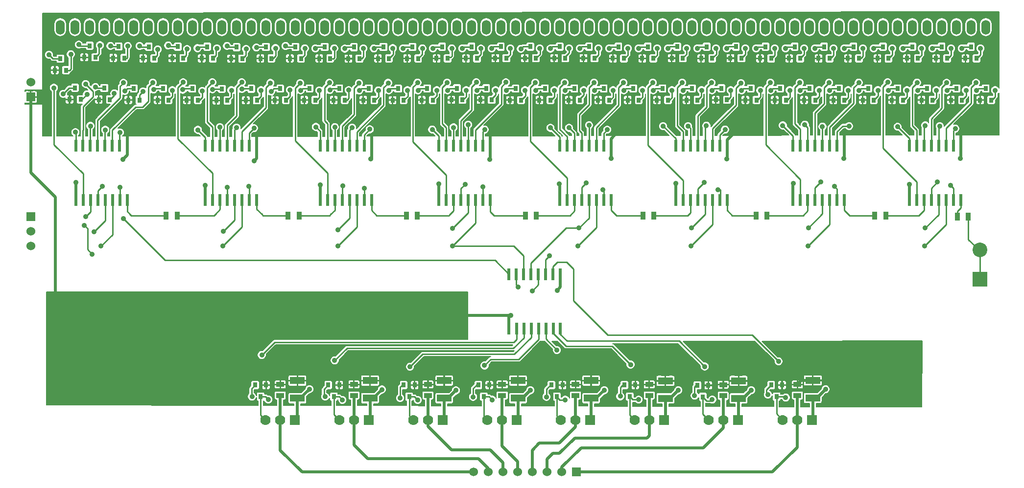
<source format=gbl>
G04 (created by PCBNEW (2013-07-07 BZR 4022)-stable) date 07/01/2016 19:49:46*
%MOIN*%
G04 Gerber Fmt 3.4, Leading zero omitted, Abs format*
%FSLAX34Y34*%
G01*
G70*
G90*
G04 APERTURE LIST*
%ADD10C,0.00590551*%
%ADD11R,0.023622X0.0787402*%
%ADD12R,0.0314961X0.0354331*%
%ADD13R,0.06X0.06*%
%ADD14C,0.06*%
%ADD15O,0.06X0.1*%
%ADD16R,0.1X0.05*%
%ADD17C,0.07*%
%ADD18R,0.07X0.07*%
%ADD19R,0.035X0.055*%
%ADD20R,0.055X0.035*%
%ADD21R,0.1X0.1*%
%ADD22C,0.1*%
%ADD23C,0.035*%
%ADD24C,0.02*%
%ADD25C,0.01*%
%ADD26C,0.006*%
G04 APERTURE END LIST*
G54D10*
G54D11*
X66588Y-41359D03*
X66092Y-41359D03*
X67088Y-41359D03*
X67588Y-41359D03*
X68088Y-41359D03*
X68588Y-41359D03*
X69088Y-41359D03*
X69592Y-41359D03*
X69592Y-45060D03*
X69092Y-45060D03*
X68592Y-45060D03*
X68092Y-45060D03*
X67592Y-45060D03*
X67092Y-45060D03*
X66592Y-45060D03*
X66092Y-45060D03*
G54D12*
X71060Y-34616D03*
X70685Y-35403D03*
X71434Y-35403D03*
X66050Y-37416D03*
X65675Y-38203D03*
X66424Y-38203D03*
X67050Y-34546D03*
X66675Y-35333D03*
X67424Y-35333D03*
X72040Y-37456D03*
X71665Y-38243D03*
X72414Y-38243D03*
X68040Y-37426D03*
X67665Y-38213D03*
X68414Y-38213D03*
X65050Y-35426D03*
X64675Y-36213D03*
X65424Y-36213D03*
X70050Y-37456D03*
X69675Y-38243D03*
X70424Y-38243D03*
X69020Y-34596D03*
X68645Y-35383D03*
X69394Y-35383D03*
G54D11*
X91308Y-41359D03*
X90812Y-41359D03*
X91808Y-41359D03*
X92308Y-41359D03*
X92808Y-41359D03*
X93308Y-41359D03*
X93808Y-41359D03*
X94312Y-41359D03*
X94312Y-45060D03*
X93812Y-45060D03*
X93312Y-45060D03*
X92812Y-45060D03*
X92312Y-45060D03*
X91812Y-45060D03*
X91312Y-45060D03*
X90812Y-45060D03*
X123328Y-41359D03*
X122832Y-41359D03*
X123828Y-41359D03*
X124328Y-41359D03*
X124828Y-41359D03*
X125328Y-41359D03*
X125828Y-41359D03*
X126332Y-41359D03*
X126332Y-45060D03*
X125832Y-45060D03*
X125332Y-45060D03*
X124832Y-45060D03*
X124332Y-45060D03*
X123832Y-45060D03*
X123332Y-45060D03*
X122832Y-45060D03*
X115418Y-41359D03*
X114922Y-41359D03*
X115918Y-41359D03*
X116418Y-41359D03*
X116918Y-41359D03*
X117418Y-41359D03*
X117918Y-41359D03*
X118422Y-41359D03*
X118422Y-45060D03*
X117922Y-45060D03*
X117422Y-45060D03*
X116922Y-45060D03*
X116422Y-45060D03*
X115922Y-45060D03*
X115422Y-45060D03*
X114922Y-45060D03*
X107428Y-41359D03*
X106932Y-41359D03*
X107928Y-41359D03*
X108428Y-41359D03*
X108928Y-41359D03*
X109428Y-41359D03*
X109928Y-41359D03*
X110432Y-41359D03*
X110432Y-45060D03*
X109932Y-45060D03*
X109432Y-45060D03*
X108932Y-45060D03*
X108432Y-45060D03*
X107932Y-45060D03*
X107432Y-45060D03*
X106932Y-45060D03*
X99528Y-41359D03*
X99032Y-41359D03*
X100028Y-41359D03*
X100528Y-41359D03*
X101028Y-41359D03*
X101528Y-41359D03*
X102028Y-41359D03*
X102532Y-41359D03*
X102532Y-45060D03*
X102032Y-45060D03*
X101532Y-45060D03*
X101032Y-45060D03*
X100532Y-45060D03*
X100032Y-45060D03*
X99532Y-45060D03*
X99032Y-45060D03*
X83228Y-41359D03*
X82732Y-41359D03*
X83728Y-41359D03*
X84228Y-41359D03*
X84728Y-41359D03*
X85228Y-41359D03*
X85728Y-41359D03*
X86232Y-41359D03*
X86232Y-45060D03*
X85732Y-45060D03*
X85232Y-45060D03*
X84732Y-45060D03*
X84232Y-45060D03*
X83732Y-45060D03*
X83232Y-45060D03*
X82732Y-45060D03*
X75398Y-41359D03*
X74902Y-41359D03*
X75898Y-41359D03*
X76398Y-41359D03*
X76898Y-41359D03*
X77398Y-41359D03*
X77898Y-41359D03*
X78402Y-41359D03*
X78402Y-45060D03*
X77902Y-45060D03*
X77402Y-45060D03*
X76902Y-45060D03*
X76402Y-45060D03*
X75902Y-45060D03*
X75402Y-45060D03*
X74902Y-45060D03*
G54D13*
X63030Y-38040D03*
G54D14*
X63030Y-37040D03*
G54D15*
X65040Y-33280D03*
X66040Y-33280D03*
X67040Y-33280D03*
X68040Y-33280D03*
X69040Y-33280D03*
X70040Y-33280D03*
X71040Y-33280D03*
X72040Y-33280D03*
X73040Y-33280D03*
X74040Y-33280D03*
X75040Y-33280D03*
X76040Y-33280D03*
X77040Y-33280D03*
X78040Y-33280D03*
X79040Y-33280D03*
X80040Y-33280D03*
X81040Y-33280D03*
X82040Y-33280D03*
X83040Y-33280D03*
X84040Y-33280D03*
X85040Y-33280D03*
X86040Y-33280D03*
X87040Y-33280D03*
X88040Y-33280D03*
X89040Y-33280D03*
X90040Y-33280D03*
X91040Y-33280D03*
X92040Y-33280D03*
X93040Y-33280D03*
X94040Y-33280D03*
X95040Y-33280D03*
X96040Y-33280D03*
X97040Y-33280D03*
X98040Y-33280D03*
X99040Y-33280D03*
X100040Y-33280D03*
X101040Y-33280D03*
X102040Y-33280D03*
X103040Y-33280D03*
X104040Y-33280D03*
X105040Y-33280D03*
X106040Y-33280D03*
X107040Y-33280D03*
X108040Y-33280D03*
X109040Y-33280D03*
X110040Y-33280D03*
X111040Y-33280D03*
X112040Y-33280D03*
X113040Y-33280D03*
X114040Y-33280D03*
X115040Y-33280D03*
X116040Y-33280D03*
X117040Y-33280D03*
X118040Y-33280D03*
X119040Y-33280D03*
X120040Y-33280D03*
X121040Y-33280D03*
X122040Y-33280D03*
X123040Y-33280D03*
X124040Y-33280D03*
X125040Y-33280D03*
X126040Y-33280D03*
X127040Y-33280D03*
X128040Y-33280D03*
G54D12*
X73040Y-34606D03*
X72665Y-35393D03*
X73414Y-35393D03*
X80020Y-37466D03*
X79645Y-38253D03*
X80394Y-38253D03*
X79040Y-34626D03*
X78665Y-35413D03*
X79414Y-35413D03*
X78050Y-37476D03*
X77675Y-38263D03*
X78424Y-38263D03*
X77050Y-34636D03*
X76675Y-35423D03*
X77424Y-35423D03*
X76040Y-37486D03*
X75665Y-38273D03*
X76414Y-38273D03*
X75050Y-34616D03*
X74675Y-35403D03*
X75424Y-35403D03*
X74030Y-37466D03*
X73655Y-38253D03*
X74404Y-38253D03*
X81050Y-34626D03*
X80675Y-35413D03*
X81424Y-35413D03*
X88040Y-37466D03*
X87665Y-38253D03*
X88414Y-38253D03*
X87040Y-34626D03*
X86665Y-35413D03*
X87414Y-35413D03*
X86040Y-37456D03*
X85665Y-38243D03*
X86414Y-38243D03*
X85030Y-34636D03*
X84655Y-35423D03*
X85404Y-35423D03*
X84030Y-37456D03*
X83655Y-38243D03*
X84404Y-38243D03*
X83040Y-34626D03*
X82665Y-35413D03*
X83414Y-35413D03*
X82020Y-37456D03*
X81645Y-38243D03*
X82394Y-38243D03*
X89020Y-34626D03*
X88645Y-35413D03*
X89394Y-35413D03*
X96030Y-37466D03*
X95655Y-38253D03*
X96404Y-38253D03*
X95030Y-34606D03*
X94655Y-35393D03*
X95404Y-35393D03*
X94030Y-37446D03*
X93655Y-38233D03*
X94404Y-38233D03*
X93030Y-34616D03*
X92655Y-35403D03*
X93404Y-35403D03*
X92040Y-37446D03*
X91665Y-38233D03*
X92414Y-38233D03*
X91030Y-34616D03*
X90655Y-35403D03*
X91404Y-35403D03*
X90020Y-37456D03*
X89645Y-38243D03*
X90394Y-38243D03*
X97040Y-34606D03*
X96665Y-35393D03*
X97414Y-35393D03*
X104040Y-37456D03*
X103665Y-38243D03*
X104414Y-38243D03*
X103030Y-34616D03*
X102655Y-35403D03*
X103404Y-35403D03*
X102030Y-37456D03*
X101655Y-38243D03*
X102404Y-38243D03*
X101030Y-34606D03*
X100655Y-35393D03*
X101404Y-35393D03*
X100030Y-37456D03*
X99655Y-38243D03*
X100404Y-38243D03*
X99040Y-34606D03*
X98665Y-35393D03*
X99414Y-35393D03*
X98030Y-37456D03*
X97655Y-38243D03*
X98404Y-38243D03*
X105030Y-34616D03*
X104655Y-35403D03*
X105404Y-35403D03*
X112050Y-37456D03*
X111675Y-38243D03*
X112424Y-38243D03*
X111030Y-34606D03*
X110655Y-35393D03*
X111404Y-35393D03*
X110040Y-37446D03*
X109665Y-38233D03*
X110414Y-38233D03*
X109040Y-34616D03*
X108665Y-35403D03*
X109414Y-35403D03*
X108040Y-37456D03*
X107665Y-38243D03*
X108414Y-38243D03*
X107040Y-34606D03*
X106665Y-35393D03*
X107414Y-35393D03*
X106030Y-37456D03*
X105655Y-38243D03*
X106404Y-38243D03*
X113050Y-34616D03*
X112675Y-35403D03*
X113424Y-35403D03*
X120040Y-37456D03*
X119665Y-38243D03*
X120414Y-38243D03*
X119030Y-34616D03*
X118655Y-35403D03*
X119404Y-35403D03*
X118040Y-37456D03*
X117665Y-38243D03*
X118414Y-38243D03*
X117030Y-34616D03*
X116655Y-35403D03*
X117404Y-35403D03*
X116050Y-37456D03*
X115675Y-38243D03*
X116424Y-38243D03*
X115030Y-34616D03*
X114655Y-35403D03*
X115404Y-35403D03*
X114050Y-37456D03*
X113675Y-38243D03*
X114424Y-38243D03*
X121040Y-34616D03*
X120665Y-35403D03*
X121414Y-35403D03*
X128030Y-37456D03*
X127655Y-38243D03*
X128404Y-38243D03*
X127030Y-34616D03*
X126655Y-35403D03*
X127404Y-35403D03*
X126040Y-37456D03*
X125665Y-38243D03*
X126414Y-38243D03*
X125030Y-34616D03*
X124655Y-35403D03*
X125404Y-35403D03*
X124040Y-37456D03*
X123665Y-38243D03*
X124414Y-38243D03*
X123040Y-34616D03*
X122665Y-35403D03*
X123414Y-35403D03*
X122030Y-37456D03*
X121655Y-38243D03*
X122404Y-38243D03*
G54D13*
X63030Y-46190D03*
G54D14*
X63030Y-47190D03*
X63030Y-48190D03*
G54D12*
X83660Y-58463D03*
X84034Y-57676D03*
X83285Y-57676D03*
X103810Y-58463D03*
X104184Y-57676D03*
X103435Y-57676D03*
X98850Y-58463D03*
X99224Y-57676D03*
X98475Y-57676D03*
X108780Y-58483D03*
X109154Y-57696D03*
X108405Y-57696D03*
X78680Y-58463D03*
X79054Y-57676D03*
X78305Y-57676D03*
X113800Y-58463D03*
X114174Y-57676D03*
X113425Y-57676D03*
X93870Y-58463D03*
X94244Y-57676D03*
X93495Y-57676D03*
X88790Y-58463D03*
X89164Y-57676D03*
X88415Y-57676D03*
G54D11*
X98591Y-53830D03*
X99087Y-53830D03*
X98091Y-53830D03*
X97591Y-53830D03*
X97091Y-53830D03*
X96591Y-53830D03*
X96091Y-53830D03*
X95587Y-53830D03*
X95587Y-50129D03*
X96087Y-50129D03*
X96587Y-50129D03*
X97087Y-50129D03*
X97587Y-50129D03*
X98087Y-50129D03*
X98587Y-50129D03*
X99087Y-50129D03*
G54D16*
X91170Y-58570D03*
X91170Y-57370D03*
X101170Y-58570D03*
X101170Y-57370D03*
X106230Y-58590D03*
X106230Y-57390D03*
X96200Y-58570D03*
X96200Y-57370D03*
X111210Y-58590D03*
X111210Y-57390D03*
X86130Y-58570D03*
X86130Y-57370D03*
X116260Y-58560D03*
X116260Y-57360D03*
X81180Y-58570D03*
X81180Y-57370D03*
G54D13*
X100170Y-63600D03*
G54D14*
X99170Y-63600D03*
X98170Y-63600D03*
X97170Y-63600D03*
X96170Y-63600D03*
X95170Y-63600D03*
X94170Y-63600D03*
X93170Y-63600D03*
G54D17*
X89070Y-60050D03*
X90070Y-60050D03*
G54D18*
X91070Y-60050D03*
G54D17*
X114190Y-60050D03*
X115190Y-60050D03*
G54D18*
X116190Y-60050D03*
G54D17*
X99110Y-60050D03*
X100110Y-60050D03*
G54D18*
X101110Y-60050D03*
G54D17*
X84030Y-60050D03*
X85030Y-60050D03*
G54D18*
X86030Y-60050D03*
G54D17*
X109170Y-60060D03*
X110170Y-60060D03*
G54D18*
X111170Y-60060D03*
G54D17*
X79010Y-60050D03*
X80010Y-60050D03*
G54D18*
X81010Y-60050D03*
G54D17*
X94110Y-60050D03*
X95110Y-60050D03*
G54D18*
X96110Y-60050D03*
G54D17*
X104130Y-60050D03*
X105130Y-60050D03*
G54D18*
X106130Y-60050D03*
G54D19*
X126845Y-46180D03*
X126095Y-46180D03*
X73005Y-46110D03*
X72255Y-46110D03*
X81305Y-46110D03*
X80555Y-46110D03*
X89355Y-46110D03*
X88605Y-46110D03*
X97445Y-46110D03*
X96695Y-46110D03*
X105445Y-46110D03*
X104695Y-46110D03*
X113155Y-46110D03*
X112405Y-46110D03*
X121235Y-46110D03*
X120485Y-46110D03*
G54D20*
X85030Y-57635D03*
X85030Y-58385D03*
X80010Y-57635D03*
X80010Y-58385D03*
X90070Y-57635D03*
X90070Y-58385D03*
X115210Y-57635D03*
X115210Y-58385D03*
X110170Y-57655D03*
X110170Y-58405D03*
X105130Y-57635D03*
X105130Y-58385D03*
X100110Y-57635D03*
X100110Y-58385D03*
X95120Y-57635D03*
X95120Y-58385D03*
G54D21*
X127650Y-50460D03*
G54D22*
X127650Y-48460D03*
G54D23*
X113930Y-56060D03*
X108900Y-56410D03*
X103860Y-56280D03*
X98850Y-55290D03*
X93920Y-56340D03*
X88850Y-56430D03*
X83720Y-56000D03*
X78760Y-55620D03*
X67220Y-48750D03*
X66680Y-46790D03*
X69350Y-46340D03*
X95710Y-52940D03*
X126300Y-42220D03*
X118370Y-42230D03*
X110410Y-42260D03*
X102530Y-42240D03*
X94270Y-42300D03*
X86180Y-42270D03*
X78250Y-42390D03*
X69300Y-42290D03*
X123910Y-46970D03*
X115960Y-46970D03*
X108000Y-46970D03*
X100340Y-46970D03*
X91750Y-47000D03*
X83950Y-47080D03*
X76140Y-47190D03*
X67350Y-47210D03*
X103410Y-37580D03*
X104680Y-37580D03*
X93400Y-37580D03*
X101410Y-37580D03*
X104400Y-34730D03*
X107430Y-37580D03*
X108690Y-37580D03*
X108410Y-34730D03*
X105670Y-34730D03*
X105410Y-37580D03*
X106680Y-37580D03*
X107670Y-34730D03*
X106410Y-34730D03*
X102410Y-34730D03*
X119680Y-34730D03*
X87400Y-37580D03*
X88680Y-37580D03*
X85390Y-37590D03*
X86690Y-37590D03*
X81690Y-34720D03*
X86390Y-34730D03*
X87680Y-34710D03*
X85680Y-34720D03*
X84400Y-34740D03*
X83390Y-37570D03*
X80380Y-34560D03*
X82680Y-37590D03*
X81400Y-37580D03*
X83690Y-34720D03*
X82400Y-34720D03*
X84680Y-37570D03*
X92680Y-37580D03*
X89390Y-37580D03*
X91690Y-34730D03*
X90400Y-34720D03*
X90670Y-37580D03*
X91400Y-37580D03*
X93680Y-34740D03*
X92400Y-34730D03*
X96680Y-37580D03*
X89690Y-34730D03*
X88380Y-34730D03*
X94680Y-37580D03*
X95680Y-34730D03*
X94400Y-34730D03*
X95400Y-37580D03*
X124400Y-34730D03*
X125680Y-34730D03*
X125410Y-37580D03*
X126690Y-37580D03*
X122680Y-37580D03*
X123680Y-34730D03*
X122400Y-34730D03*
X124680Y-37580D03*
X123400Y-37580D03*
X121680Y-34730D03*
X120400Y-34730D03*
X121400Y-37580D03*
X126400Y-34730D03*
X127680Y-34730D03*
X127400Y-37590D03*
X128680Y-37580D03*
X117400Y-37580D03*
X66770Y-46190D03*
X112690Y-37590D03*
X111420Y-37580D03*
X109680Y-34730D03*
X110680Y-37580D03*
X109410Y-37580D03*
X111670Y-34730D03*
X110410Y-34730D03*
X114400Y-34730D03*
X114690Y-37580D03*
X113410Y-37580D03*
X115680Y-34730D03*
X112400Y-34720D03*
X116690Y-37580D03*
X115410Y-37580D03*
X117680Y-34720D03*
X119410Y-37580D03*
X120690Y-37580D03*
X116410Y-34730D03*
X113680Y-34730D03*
X118680Y-37580D03*
X118400Y-34730D03*
X70670Y-37650D03*
X68460Y-34550D03*
X69630Y-34560D03*
X67430Y-37350D03*
X68720Y-37790D03*
X66300Y-34470D03*
X67740Y-34510D03*
X65240Y-37820D03*
X66860Y-37850D03*
X64280Y-35160D03*
X71390Y-37520D03*
X72670Y-37580D03*
X70440Y-34560D03*
X71680Y-34800D03*
X65760Y-35130D03*
X67910Y-44110D03*
X69090Y-44190D03*
X69450Y-37620D03*
X76400Y-44180D03*
X93790Y-44150D03*
X84280Y-44100D03*
X100830Y-43880D03*
X101980Y-44370D03*
X92590Y-43990D03*
X77860Y-44120D03*
X117730Y-44120D03*
X108860Y-43870D03*
X124750Y-43840D03*
X125640Y-44070D03*
X75390Y-37510D03*
X76690Y-37580D03*
X74390Y-34710D03*
X75710Y-34720D03*
X73380Y-37540D03*
X74710Y-37630D03*
X72390Y-34520D03*
X73680Y-34770D03*
X79390Y-37660D03*
X80680Y-37560D03*
X78390Y-34670D03*
X79690Y-34710D03*
X78700Y-37580D03*
X76390Y-34550D03*
X77690Y-34770D03*
X77400Y-37490D03*
X109790Y-44370D03*
X116820Y-43830D03*
X85730Y-44270D03*
X108220Y-58400D03*
X109420Y-58670D03*
X103160Y-58440D03*
X104410Y-58670D03*
X98330Y-48870D03*
X97170Y-51260D03*
X96220Y-50990D03*
X113210Y-58330D03*
X114420Y-58530D03*
X83080Y-58470D03*
X84250Y-58690D03*
X79210Y-58660D03*
X78090Y-58460D03*
X93140Y-58480D03*
X98130Y-58480D03*
X99420Y-58680D03*
X88170Y-58560D03*
X89370Y-58700D03*
X94440Y-58680D03*
X100400Y-34730D03*
X101680Y-34730D03*
X102670Y-37580D03*
X99680Y-34720D03*
X98400Y-34740D03*
X99400Y-37580D03*
X100680Y-37580D03*
X96390Y-34750D03*
X97680Y-34730D03*
X98680Y-37580D03*
X97410Y-37580D03*
X103680Y-34730D03*
X64610Y-37410D03*
X74400Y-40280D03*
X75390Y-37040D03*
X75900Y-40090D03*
X77390Y-37040D03*
X77040Y-40130D03*
X79350Y-37080D03*
X78230Y-40170D03*
X81380Y-37090D03*
X82440Y-40080D03*
X83360Y-37070D03*
X66080Y-40440D03*
X83730Y-40090D03*
X85370Y-37100D03*
X84900Y-40130D03*
X87360Y-37080D03*
X86100Y-40240D03*
X89360Y-37050D03*
X90360Y-40250D03*
X91370Y-37050D03*
X91810Y-40110D03*
X93360Y-37040D03*
X66770Y-37150D03*
X92800Y-39930D03*
X95370Y-37040D03*
X93930Y-40260D03*
X97380Y-37060D03*
X98410Y-40140D03*
X99370Y-37060D03*
X99670Y-40140D03*
X101380Y-37060D03*
X101030Y-39960D03*
X103380Y-37050D03*
X67090Y-40010D03*
X102270Y-40270D03*
X105380Y-37050D03*
X106080Y-40020D03*
X107380Y-37050D03*
X107780Y-40020D03*
X109370Y-37070D03*
X109020Y-39990D03*
X111380Y-37090D03*
X110290Y-40260D03*
X113380Y-37060D03*
X69350Y-37070D03*
X114220Y-39980D03*
X115380Y-37060D03*
X115720Y-39920D03*
X117380Y-37050D03*
X116920Y-40060D03*
X119390Y-37060D03*
X118730Y-40020D03*
X121360Y-37040D03*
X122030Y-40070D03*
X123360Y-37060D03*
X68100Y-40280D03*
X123920Y-39980D03*
X125380Y-37070D03*
X124900Y-40030D03*
X127370Y-37070D03*
X125960Y-40190D03*
X71340Y-37060D03*
X69100Y-40450D03*
X73400Y-37040D03*
X123870Y-48190D03*
X115950Y-48190D03*
X107970Y-48190D03*
X100280Y-48190D03*
X91750Y-48190D03*
X83950Y-48190D03*
X76100Y-48190D03*
X67820Y-48190D03*
X117130Y-57960D03*
X112070Y-58020D03*
X102070Y-58020D03*
X107110Y-58030D03*
X97040Y-58020D03*
X91980Y-58040D03*
X86930Y-57980D03*
X82000Y-57950D03*
X98860Y-51230D03*
X122830Y-43980D03*
X114930Y-43920D03*
X106930Y-43940D03*
X99020Y-43950D03*
X90820Y-43970D03*
X82740Y-44020D03*
X66120Y-43870D03*
X74910Y-44060D03*
G54D24*
X115190Y-61910D02*
X115190Y-60050D01*
X113500Y-63600D02*
X115190Y-61910D01*
X100170Y-63600D02*
X113500Y-63600D01*
X115210Y-58385D02*
X115220Y-60020D01*
X115220Y-60020D02*
X115190Y-60050D01*
G54D25*
X115220Y-60020D02*
X115190Y-60050D01*
G54D24*
X99170Y-63600D02*
X99170Y-63270D01*
X110170Y-60580D02*
X110170Y-60060D01*
X108800Y-61950D02*
X110170Y-60580D01*
X100490Y-61950D02*
X108800Y-61950D01*
X99170Y-63270D02*
X100490Y-61950D01*
X110170Y-58405D02*
X110170Y-60060D01*
X105130Y-60050D02*
X105130Y-61120D01*
X98170Y-62730D02*
X98170Y-63600D01*
X98560Y-62340D02*
X98170Y-62730D01*
X99020Y-62340D02*
X98560Y-62340D01*
X100070Y-61290D02*
X99020Y-62340D01*
X104960Y-61290D02*
X100070Y-61290D01*
X105130Y-61120D02*
X104960Y-61290D01*
X105130Y-58385D02*
X105130Y-60050D01*
X100110Y-60050D02*
X100110Y-60540D01*
X97170Y-62120D02*
X97170Y-63600D01*
X97650Y-61640D02*
X97170Y-62120D01*
X99010Y-61640D02*
X97650Y-61640D01*
X100110Y-60540D02*
X99010Y-61640D01*
X100110Y-60050D02*
X100110Y-58385D01*
X95110Y-60050D02*
X95110Y-61820D01*
X96170Y-62880D02*
X96170Y-63600D01*
X95110Y-61820D02*
X96170Y-62880D01*
X95120Y-58385D02*
X95120Y-60040D01*
X95120Y-60040D02*
X95110Y-60050D01*
X90070Y-60050D02*
X90070Y-60490D01*
X95170Y-62970D02*
X95170Y-63600D01*
X94290Y-62090D02*
X95170Y-62970D01*
X91670Y-62090D02*
X94290Y-62090D01*
X90070Y-60490D02*
X91670Y-62090D01*
X90070Y-58385D02*
X90070Y-60050D01*
X94170Y-63600D02*
X94170Y-63370D01*
X85030Y-61750D02*
X85030Y-60050D01*
X85970Y-62690D02*
X85030Y-61750D01*
X93490Y-62690D02*
X85970Y-62690D01*
X94170Y-63370D02*
X93490Y-62690D01*
X85030Y-58385D02*
X85030Y-60050D01*
X80010Y-60050D02*
X80010Y-62120D01*
X81490Y-63600D02*
X93170Y-63600D01*
X80010Y-62120D02*
X81490Y-63600D01*
X80010Y-58385D02*
X80010Y-60050D01*
G54D25*
X126332Y-45060D02*
X126332Y-45577D01*
X126095Y-45815D02*
X126095Y-46180D01*
X126332Y-45577D02*
X126095Y-45815D01*
X99450Y-49300D02*
X99500Y-49300D01*
X98587Y-49582D02*
X98870Y-49300D01*
X98870Y-49300D02*
X99450Y-49300D01*
X98587Y-50129D02*
X98587Y-49582D01*
X99960Y-51910D02*
X101900Y-53850D01*
X99960Y-49760D02*
X99960Y-51910D01*
X99500Y-49300D02*
X99960Y-49760D01*
X112130Y-54260D02*
X113930Y-56060D01*
X102310Y-54260D02*
X112130Y-54260D01*
X101900Y-53850D02*
X102310Y-54260D01*
X99087Y-53830D02*
X99087Y-54227D01*
X107160Y-54670D02*
X108900Y-56410D01*
X99530Y-54670D02*
X107160Y-54670D01*
X99087Y-54227D02*
X99530Y-54670D01*
X98591Y-53830D02*
X98591Y-54151D01*
X102600Y-55020D02*
X103860Y-56280D01*
X99460Y-55020D02*
X102600Y-55020D01*
X98591Y-54151D02*
X99460Y-55020D01*
X98091Y-53830D02*
X98091Y-54531D01*
X98091Y-54531D02*
X98850Y-55290D01*
X97591Y-53830D02*
X97591Y-54558D01*
X94340Y-55920D02*
X93920Y-56340D01*
X96230Y-55920D02*
X94340Y-55920D01*
X97591Y-54558D02*
X96230Y-55920D01*
X97091Y-53830D02*
X97091Y-54418D01*
X89720Y-55560D02*
X88850Y-56430D01*
X95950Y-55560D02*
X89720Y-55560D01*
X97091Y-54418D02*
X95950Y-55560D01*
X96591Y-53830D02*
X96591Y-54448D01*
X84560Y-55160D02*
X83720Y-56000D01*
X95880Y-55160D02*
X84560Y-55160D01*
X96591Y-54448D02*
X95880Y-55160D01*
X96091Y-53830D02*
X96091Y-54558D01*
X79630Y-54750D02*
X78760Y-55620D01*
X95900Y-54750D02*
X79630Y-54750D01*
X96091Y-54558D02*
X95900Y-54750D01*
X66890Y-48420D02*
X67220Y-48750D01*
X66890Y-47000D02*
X66890Y-48420D01*
X66680Y-46790D02*
X66890Y-47000D01*
X94628Y-49170D02*
X95587Y-50129D01*
X72180Y-49170D02*
X94628Y-49170D01*
X69350Y-46340D02*
X72180Y-49170D01*
G54D24*
X92240Y-52940D02*
X92120Y-53060D01*
X95710Y-52940D02*
X92240Y-52940D01*
X63030Y-38040D02*
X63030Y-43180D01*
X64720Y-44870D02*
X64720Y-56400D01*
X63030Y-43180D02*
X64720Y-44870D01*
X95587Y-53062D02*
X95587Y-53830D01*
X95710Y-52940D02*
X95587Y-53062D01*
X116260Y-57360D02*
X115485Y-57360D01*
X115485Y-57360D02*
X115210Y-57635D01*
X126332Y-41359D02*
X126332Y-40457D01*
X126332Y-40457D02*
X126340Y-40450D01*
X126332Y-42187D02*
X126332Y-41359D01*
X126300Y-42220D02*
X126332Y-42187D01*
X118422Y-41359D02*
X118422Y-40422D01*
X118422Y-40422D02*
X118410Y-40410D01*
X118422Y-42177D02*
X118422Y-41359D01*
X118370Y-42230D02*
X118422Y-42177D01*
X110432Y-41359D02*
X110432Y-40967D01*
X111030Y-40370D02*
X111030Y-40250D01*
X110432Y-40967D02*
X111030Y-40370D01*
X110432Y-42237D02*
X110432Y-41359D01*
X110410Y-42260D02*
X110432Y-42237D01*
X102532Y-41359D02*
X102532Y-40877D01*
X102910Y-40500D02*
X102910Y-40030D01*
X102532Y-40877D02*
X102910Y-40500D01*
X102532Y-42237D02*
X102532Y-41359D01*
X102530Y-42240D02*
X102532Y-42237D01*
X94312Y-41359D02*
X94312Y-40452D01*
X94312Y-40452D02*
X94310Y-40450D01*
X94312Y-42257D02*
X94312Y-41359D01*
X94270Y-42300D02*
X94312Y-42257D01*
X86232Y-41359D02*
X86232Y-40642D01*
X86232Y-40642D02*
X86230Y-40640D01*
X86232Y-42217D02*
X86232Y-41359D01*
X86180Y-42270D02*
X86232Y-42217D01*
X69592Y-41359D02*
X69592Y-40592D01*
X69592Y-40592D02*
X69590Y-40590D01*
X78402Y-41359D02*
X78402Y-40647D01*
X78402Y-40647D02*
X78470Y-40580D01*
X78250Y-42390D02*
X78402Y-42237D01*
X78402Y-42237D02*
X78402Y-41359D01*
X69300Y-42290D02*
X69592Y-41997D01*
X69592Y-41997D02*
X69592Y-41359D01*
G54D25*
X78402Y-42237D02*
X78402Y-41359D01*
X69592Y-41997D02*
X69592Y-41359D01*
X97087Y-50129D02*
X97087Y-49362D01*
X99480Y-46970D02*
X100340Y-46970D01*
X97087Y-49362D02*
X99480Y-46970D01*
X124832Y-46047D02*
X124832Y-45060D01*
X123910Y-46970D02*
X124832Y-46047D01*
X116922Y-46007D02*
X116922Y-45060D01*
X115960Y-46970D02*
X116922Y-46007D01*
X108932Y-46037D02*
X108932Y-45060D01*
X108000Y-46970D02*
X108932Y-46037D01*
X101032Y-46277D02*
X101032Y-45060D01*
X100340Y-46970D02*
X101032Y-46277D01*
X92812Y-45937D02*
X92812Y-45060D01*
X91750Y-47000D02*
X92812Y-45937D01*
X84732Y-46297D02*
X84732Y-45060D01*
X83950Y-47080D02*
X84732Y-46297D01*
X76902Y-46427D02*
X76902Y-45060D01*
X76140Y-47190D02*
X76902Y-46427D01*
X68092Y-46467D02*
X68092Y-45060D01*
X67350Y-47210D02*
X68092Y-46467D01*
X103533Y-37456D02*
X104040Y-37456D01*
X103410Y-37580D02*
X103533Y-37456D01*
X104466Y-38243D02*
X104414Y-38243D01*
X104680Y-38030D02*
X104466Y-38243D01*
X104680Y-37580D02*
X104680Y-38030D01*
X93533Y-37446D02*
X94030Y-37446D01*
X93400Y-37580D02*
X93533Y-37446D01*
X101533Y-37456D02*
X102030Y-37456D01*
X101410Y-37580D02*
X101533Y-37456D01*
X104513Y-34616D02*
X105030Y-34616D01*
X104400Y-34730D02*
X104513Y-34616D01*
X107553Y-37456D02*
X108040Y-37456D01*
X107430Y-37580D02*
X107553Y-37456D01*
X108670Y-37987D02*
X108414Y-38243D01*
X108670Y-37600D02*
X108670Y-37987D01*
X108690Y-37580D02*
X108670Y-37600D01*
X108523Y-34616D02*
X109040Y-34616D01*
X108410Y-34730D02*
X108523Y-34616D01*
X105446Y-35403D02*
X105404Y-35403D01*
X105670Y-35180D02*
X105446Y-35403D01*
X105670Y-34730D02*
X105670Y-35180D01*
X105533Y-37456D02*
X106030Y-37456D01*
X105410Y-37580D02*
X105533Y-37456D01*
X106506Y-38243D02*
X106404Y-38243D01*
X106680Y-38070D02*
X106506Y-38243D01*
X106680Y-37580D02*
X106680Y-38070D01*
X107414Y-35375D02*
X107414Y-35393D01*
X107670Y-35120D02*
X107414Y-35375D01*
X107670Y-34730D02*
X107670Y-35120D01*
X106533Y-34606D02*
X107040Y-34606D01*
X106410Y-34730D02*
X106533Y-34606D01*
X102523Y-34616D02*
X103030Y-34616D01*
X102410Y-34730D02*
X102523Y-34616D01*
X119526Y-35403D02*
X119404Y-35403D01*
X119680Y-35250D02*
X119526Y-35403D01*
X119680Y-34730D02*
X119680Y-35250D01*
X87513Y-37466D02*
X88040Y-37466D01*
X87400Y-37580D02*
X87513Y-37466D01*
X88690Y-37977D02*
X88414Y-38253D01*
X88690Y-37590D02*
X88690Y-37977D01*
X88680Y-37580D02*
X88690Y-37590D01*
X85523Y-37456D02*
X86040Y-37456D01*
X85390Y-37590D02*
X85523Y-37456D01*
X86456Y-38243D02*
X86414Y-38243D01*
X86690Y-38010D02*
X86456Y-38243D01*
X86690Y-37590D02*
X86690Y-38010D01*
X81680Y-35157D02*
X81424Y-35413D01*
X81680Y-34730D02*
X81680Y-35157D01*
X81690Y-34720D02*
X81680Y-34730D01*
X86493Y-34626D02*
X87040Y-34626D01*
X86390Y-34730D02*
X86493Y-34626D01*
X87690Y-35137D02*
X87414Y-35413D01*
X87690Y-34720D02*
X87690Y-35137D01*
X87680Y-34710D02*
X87690Y-34720D01*
X85556Y-35423D02*
X85404Y-35423D01*
X85680Y-35300D02*
X85556Y-35423D01*
X85680Y-35120D02*
X85680Y-35300D01*
X85680Y-34720D02*
X85680Y-35120D01*
X84503Y-34636D02*
X85030Y-34636D01*
X84400Y-34740D02*
X84503Y-34636D01*
X83503Y-37456D02*
X84030Y-37456D01*
X83390Y-37570D02*
X83503Y-37456D01*
X80446Y-34626D02*
X81050Y-34626D01*
X80380Y-34560D02*
X80446Y-34626D01*
X82486Y-38243D02*
X82394Y-38243D01*
X82680Y-38050D02*
X82486Y-38243D01*
X82680Y-37590D02*
X82680Y-38050D01*
X81523Y-37456D02*
X82020Y-37456D01*
X81400Y-37580D02*
X81523Y-37456D01*
X83626Y-35413D02*
X83414Y-35413D01*
X83690Y-35350D02*
X83626Y-35413D01*
X83690Y-34720D02*
X83690Y-35350D01*
X82493Y-34626D02*
X83040Y-34626D01*
X82400Y-34720D02*
X82493Y-34626D01*
X84556Y-38243D02*
X84404Y-38243D01*
X84680Y-38120D02*
X84556Y-38243D01*
X84680Y-37910D02*
X84680Y-38120D01*
X84680Y-37570D02*
X84680Y-37910D01*
X92456Y-38233D02*
X92414Y-38233D01*
X92680Y-38010D02*
X92456Y-38233D01*
X92680Y-37580D02*
X92680Y-38010D01*
X89513Y-37456D02*
X90020Y-37456D01*
X89390Y-37580D02*
X89513Y-37456D01*
X91477Y-35330D02*
X91404Y-35403D01*
X91610Y-35330D02*
X91477Y-35330D01*
X91690Y-35250D02*
X91610Y-35330D01*
X91690Y-35060D02*
X91690Y-35250D01*
X91690Y-34730D02*
X91690Y-35060D01*
X90503Y-34616D02*
X91030Y-34616D01*
X90400Y-34720D02*
X90503Y-34616D01*
X90394Y-38215D02*
X90394Y-38243D01*
X90670Y-37940D02*
X90394Y-38215D01*
X90670Y-37580D02*
X90670Y-37940D01*
X91533Y-37446D02*
X92040Y-37446D01*
X91400Y-37580D02*
X91533Y-37446D01*
X93670Y-35137D02*
X93404Y-35403D01*
X93670Y-34750D02*
X93670Y-35137D01*
X93680Y-34740D02*
X93670Y-34750D01*
X92513Y-34616D02*
X93030Y-34616D01*
X92400Y-34730D02*
X92513Y-34616D01*
X96690Y-37967D02*
X96404Y-38253D01*
X96690Y-37590D02*
X96690Y-37967D01*
X96680Y-37580D02*
X96690Y-37590D01*
X89680Y-35127D02*
X89394Y-35413D01*
X89680Y-34740D02*
X89680Y-35127D01*
X89690Y-34730D02*
X89680Y-34740D01*
X89013Y-34620D02*
X89020Y-34626D01*
X88490Y-34620D02*
X89013Y-34620D01*
X88380Y-34730D02*
X88490Y-34620D01*
X94404Y-38155D02*
X94404Y-38233D01*
X94680Y-37880D02*
X94404Y-38155D01*
X94680Y-37580D02*
X94680Y-37880D01*
X95426Y-35393D02*
X95404Y-35393D01*
X95680Y-35140D02*
X95426Y-35393D01*
X95680Y-34730D02*
X95680Y-35140D01*
X94523Y-34606D02*
X95030Y-34606D01*
X94400Y-34730D02*
X94523Y-34606D01*
X95513Y-37466D02*
X96030Y-37466D01*
X95400Y-37580D02*
X95513Y-37466D01*
X124513Y-34616D02*
X125030Y-34616D01*
X124400Y-34730D02*
X124513Y-34616D01*
X125466Y-35403D02*
X125404Y-35403D01*
X125680Y-35190D02*
X125466Y-35403D01*
X125680Y-34730D02*
X125680Y-35190D01*
X125533Y-37456D02*
X126040Y-37456D01*
X125410Y-37580D02*
X125533Y-37456D01*
X126700Y-37957D02*
X126414Y-38243D01*
X126700Y-37590D02*
X126700Y-37957D01*
X126690Y-37580D02*
X126700Y-37590D01*
X122456Y-38243D02*
X122404Y-38243D01*
X122680Y-38020D02*
X122456Y-38243D01*
X122680Y-37580D02*
X122680Y-38020D01*
X123456Y-35403D02*
X123414Y-35403D01*
X123680Y-35180D02*
X123456Y-35403D01*
X123680Y-34730D02*
X123680Y-35180D01*
X122513Y-34616D02*
X123040Y-34616D01*
X122400Y-34730D02*
X122513Y-34616D01*
X124496Y-38243D02*
X124414Y-38243D01*
X124680Y-38060D02*
X124496Y-38243D01*
X124680Y-37580D02*
X124680Y-38060D01*
X123523Y-37456D02*
X124040Y-37456D01*
X123400Y-37580D02*
X123523Y-37456D01*
X121446Y-35403D02*
X121414Y-35403D01*
X121680Y-35170D02*
X121446Y-35403D01*
X121680Y-34730D02*
X121680Y-35170D01*
X120513Y-34616D02*
X121040Y-34616D01*
X120400Y-34730D02*
X120513Y-34616D01*
X121523Y-37456D02*
X122030Y-37456D01*
X121400Y-37580D02*
X121523Y-37456D01*
X126513Y-34616D02*
X127030Y-34616D01*
X126400Y-34730D02*
X126513Y-34616D01*
X127426Y-35403D02*
X127404Y-35403D01*
X127680Y-35150D02*
X127426Y-35403D01*
X127680Y-34730D02*
X127680Y-35150D01*
X127533Y-37456D02*
X128030Y-37456D01*
X127400Y-37590D02*
X127533Y-37456D01*
X128446Y-38243D02*
X128404Y-38243D01*
X128680Y-38010D02*
X128446Y-38243D01*
X128680Y-37580D02*
X128680Y-38010D01*
X117523Y-37456D02*
X118040Y-37456D01*
X117400Y-37580D02*
X117523Y-37456D01*
X86580Y-46110D02*
X88605Y-46110D01*
X86232Y-45762D02*
X86580Y-46110D01*
X86580Y-46110D02*
X86570Y-46100D01*
X86232Y-45060D02*
X86232Y-45762D01*
X94570Y-46130D02*
X96675Y-46130D01*
X96675Y-46130D02*
X96695Y-46110D01*
X94312Y-45060D02*
X94312Y-45872D01*
X94312Y-45872D02*
X94570Y-46130D01*
X94570Y-46130D02*
X94550Y-46110D01*
X104695Y-46110D02*
X102890Y-46110D01*
X102890Y-46110D02*
X102740Y-45960D01*
X102532Y-45060D02*
X102532Y-45752D01*
X102532Y-45752D02*
X102740Y-45960D01*
X112405Y-46110D02*
X110770Y-46110D01*
X110770Y-46110D02*
X110432Y-45772D01*
X110432Y-45060D02*
X110432Y-45772D01*
X110432Y-45772D02*
X110432Y-45792D01*
X120485Y-46110D02*
X118780Y-46110D01*
X118780Y-46110D02*
X118422Y-45752D01*
X118422Y-45060D02*
X118422Y-45752D01*
X66770Y-46190D02*
X67092Y-45867D01*
X67092Y-45867D02*
X67092Y-45060D01*
X72255Y-46110D02*
X69880Y-46110D01*
X69592Y-45822D02*
X69780Y-46010D01*
X69592Y-45822D02*
X69592Y-45060D01*
X69880Y-46110D02*
X69780Y-46010D01*
X112466Y-38243D02*
X112424Y-38243D01*
X112690Y-38020D02*
X112466Y-38243D01*
X112690Y-37590D02*
X112690Y-38020D01*
X111543Y-37456D02*
X112050Y-37456D01*
X111420Y-37580D02*
X111543Y-37456D01*
X109690Y-35127D02*
X109414Y-35403D01*
X109690Y-34740D02*
X109690Y-35127D01*
X109680Y-34730D02*
X109690Y-34740D01*
X110486Y-38233D02*
X110414Y-38233D01*
X110680Y-38040D02*
X110486Y-38233D01*
X110680Y-37580D02*
X110680Y-38040D01*
X109543Y-37446D02*
X110040Y-37446D01*
X109410Y-37580D02*
X109543Y-37446D01*
X111660Y-35137D02*
X111404Y-35393D01*
X111660Y-34740D02*
X111660Y-35137D01*
X111670Y-34730D02*
X111660Y-34740D01*
X110533Y-34606D02*
X111030Y-34606D01*
X110410Y-34730D02*
X110533Y-34606D01*
X114513Y-34616D02*
X115030Y-34616D01*
X114400Y-34730D02*
X114513Y-34616D01*
X114496Y-38243D02*
X114424Y-38243D01*
X114690Y-38050D02*
X114496Y-38243D01*
X114690Y-37580D02*
X114690Y-38050D01*
X113533Y-37456D02*
X114050Y-37456D01*
X113410Y-37580D02*
X113533Y-37456D01*
X115670Y-35137D02*
X115404Y-35403D01*
X115670Y-34740D02*
X115670Y-35137D01*
X115680Y-34730D02*
X115670Y-34740D01*
X112503Y-34616D02*
X113050Y-34616D01*
X112400Y-34720D02*
X112503Y-34616D01*
X116426Y-38243D02*
X116424Y-38243D01*
X116690Y-37980D02*
X116426Y-38243D01*
X116690Y-37580D02*
X116690Y-37980D01*
X115410Y-37580D02*
X115533Y-37456D01*
X115533Y-37456D02*
X116050Y-37456D01*
X117476Y-35403D02*
X117404Y-35403D01*
X117680Y-35200D02*
X117476Y-35403D01*
X117680Y-34720D02*
X117680Y-35200D01*
X119533Y-37456D02*
X120040Y-37456D01*
X119410Y-37580D02*
X119533Y-37456D01*
X120416Y-38243D02*
X120414Y-38243D01*
X120690Y-37970D02*
X120416Y-38243D01*
X120690Y-37580D02*
X120690Y-37970D01*
X116523Y-34616D02*
X117030Y-34616D01*
X116410Y-34730D02*
X116523Y-34616D01*
X113466Y-35403D02*
X113424Y-35403D01*
X113680Y-35190D02*
X113466Y-35403D01*
X113680Y-34730D02*
X113680Y-35190D01*
X118486Y-38243D02*
X118414Y-38243D01*
X118680Y-38050D02*
X118486Y-38243D01*
X118680Y-37580D02*
X118680Y-38050D01*
X118513Y-34616D02*
X119030Y-34616D01*
X118400Y-34730D02*
X118513Y-34616D01*
X70424Y-38243D02*
X70424Y-37895D01*
X70424Y-37895D02*
X70670Y-37650D01*
X68506Y-34596D02*
X69020Y-34596D01*
X68460Y-34550D02*
X68506Y-34596D01*
X69586Y-35383D02*
X69394Y-35383D01*
X69610Y-35360D02*
X69586Y-35383D01*
X69610Y-34580D02*
X69610Y-35360D01*
X69630Y-34560D02*
X69610Y-34580D01*
X67506Y-37426D02*
X68040Y-37426D01*
X67430Y-37350D02*
X67506Y-37426D01*
X68710Y-37917D02*
X68414Y-38213D01*
X68710Y-37800D02*
X68710Y-37917D01*
X68720Y-37790D02*
X68710Y-37800D01*
X66376Y-34546D02*
X67050Y-34546D01*
X66300Y-34470D02*
X66376Y-34546D01*
X67680Y-35077D02*
X67424Y-35333D01*
X67680Y-34570D02*
X67680Y-35077D01*
X67740Y-34510D02*
X67680Y-34570D01*
X65643Y-37416D02*
X66050Y-37416D01*
X65240Y-37820D02*
X65643Y-37416D01*
X66506Y-38203D02*
X66424Y-38203D01*
X66860Y-37850D02*
X66506Y-38203D01*
X64546Y-35426D02*
X65050Y-35426D01*
X64280Y-35160D02*
X64546Y-35426D01*
X71453Y-37456D02*
X72040Y-37456D01*
X71390Y-37520D02*
X71453Y-37456D01*
X72670Y-37580D02*
X72670Y-37987D01*
X72670Y-37987D02*
X72414Y-38243D01*
X70496Y-34616D02*
X71060Y-34616D01*
X70440Y-34560D02*
X70496Y-34616D01*
X71650Y-35187D02*
X71434Y-35403D01*
X71650Y-34830D02*
X71650Y-35187D01*
X71680Y-34800D02*
X71650Y-34830D01*
X73005Y-46110D02*
X75500Y-46110D01*
X75902Y-45707D02*
X75902Y-45060D01*
X75600Y-46010D02*
X75902Y-45707D01*
X75500Y-46110D02*
X75600Y-46010D01*
X80555Y-46110D02*
X78830Y-46110D01*
X78402Y-45682D02*
X78760Y-46040D01*
X78402Y-45682D02*
X78402Y-45060D01*
X78830Y-46110D02*
X78760Y-46040D01*
X65666Y-36213D02*
X65424Y-36213D01*
X65760Y-36120D02*
X65666Y-36213D01*
X65760Y-35130D02*
X65760Y-36120D01*
X121235Y-46110D02*
X123470Y-46110D01*
X123832Y-45747D02*
X123832Y-45060D01*
X123470Y-46110D02*
X123832Y-45747D01*
X113155Y-46110D02*
X115610Y-46110D01*
X115922Y-45797D02*
X115922Y-45060D01*
X115610Y-46110D02*
X115922Y-45797D01*
X107550Y-46110D02*
X107740Y-46110D01*
X107932Y-45917D02*
X107932Y-45060D01*
X107740Y-46110D02*
X107932Y-45917D01*
X105445Y-46110D02*
X107550Y-46110D01*
X107550Y-46110D02*
X107570Y-46110D01*
X107932Y-45737D02*
X107932Y-45060D01*
X97445Y-46110D02*
X99730Y-46110D01*
X100032Y-45807D02*
X100032Y-45060D01*
X99730Y-46110D02*
X100032Y-45807D01*
X89355Y-46110D02*
X91500Y-46110D01*
X91510Y-46100D02*
X91812Y-45797D01*
X91812Y-45797D02*
X91812Y-45060D01*
X91500Y-46110D02*
X91510Y-46100D01*
X81305Y-46110D02*
X83380Y-46110D01*
X83732Y-45757D02*
X83732Y-45060D01*
X83450Y-46040D02*
X83732Y-45757D01*
X83380Y-46110D02*
X83450Y-46040D01*
X67592Y-45060D02*
X67592Y-44427D01*
X67592Y-44427D02*
X67910Y-44110D01*
X69092Y-44192D02*
X69092Y-45060D01*
X69090Y-44190D02*
X69092Y-44192D01*
X69613Y-37456D02*
X70050Y-37456D01*
X69450Y-37620D02*
X69613Y-37456D01*
X76402Y-44182D02*
X76402Y-45060D01*
X76400Y-44180D02*
X76402Y-44182D01*
X93812Y-44172D02*
X93812Y-45060D01*
X93790Y-44150D02*
X93812Y-44172D01*
X84232Y-45060D02*
X84232Y-44147D01*
X84232Y-44147D02*
X84280Y-44100D01*
X100532Y-44177D02*
X100532Y-45060D01*
X100830Y-43880D02*
X100532Y-44177D01*
X102032Y-45060D02*
X102032Y-44422D01*
X102032Y-44422D02*
X101980Y-44370D01*
X92312Y-44267D02*
X92312Y-45060D01*
X92590Y-43990D02*
X92312Y-44267D01*
X77860Y-44120D02*
X77902Y-44162D01*
X77902Y-44162D02*
X77902Y-45060D01*
X117922Y-44312D02*
X117922Y-45060D01*
X117730Y-44120D02*
X117922Y-44312D01*
X108432Y-45060D02*
X108432Y-44297D01*
X108432Y-44297D02*
X108860Y-43870D01*
X124332Y-45060D02*
X124332Y-44257D01*
X124332Y-44257D02*
X124750Y-43840D01*
X125832Y-44262D02*
X125832Y-45060D01*
X125640Y-44070D02*
X125832Y-44262D01*
X75413Y-37486D02*
X76040Y-37486D01*
X75390Y-37510D02*
X75413Y-37486D01*
X76670Y-38017D02*
X76414Y-38273D01*
X76670Y-37600D02*
X76670Y-38017D01*
X76690Y-37580D02*
X76670Y-37600D01*
X74483Y-34616D02*
X75050Y-34616D01*
X74390Y-34710D02*
X74483Y-34616D01*
X75640Y-35187D02*
X75424Y-35403D01*
X75640Y-34790D02*
X75640Y-35187D01*
X75710Y-34720D02*
X75640Y-34790D01*
X73453Y-37466D02*
X74030Y-37466D01*
X73380Y-37540D02*
X73453Y-37466D01*
X74516Y-38253D02*
X74404Y-38253D01*
X74710Y-38060D02*
X74516Y-38253D01*
X74710Y-37630D02*
X74710Y-38060D01*
X72476Y-34606D02*
X73040Y-34606D01*
X72390Y-34520D02*
X72476Y-34606D01*
X73610Y-35197D02*
X73414Y-35393D01*
X73610Y-34840D02*
X73610Y-35197D01*
X73680Y-34770D02*
X73610Y-34840D01*
X127650Y-48460D02*
X127650Y-50460D01*
X126845Y-46180D02*
X126845Y-47745D01*
X127560Y-48460D02*
X127650Y-48460D01*
X126845Y-47745D02*
X127560Y-48460D01*
X79583Y-37466D02*
X80020Y-37466D01*
X79390Y-37660D02*
X79583Y-37466D01*
X80670Y-37977D02*
X80394Y-38253D01*
X80670Y-37570D02*
X80670Y-37977D01*
X80680Y-37560D02*
X80670Y-37570D01*
X78433Y-34626D02*
X79040Y-34626D01*
X78390Y-34670D02*
X78433Y-34626D01*
X79516Y-35413D02*
X79414Y-35413D01*
X79690Y-35240D02*
X79516Y-35413D01*
X79690Y-34710D02*
X79690Y-35240D01*
X78690Y-37997D02*
X78424Y-38263D01*
X78690Y-37590D02*
X78690Y-37997D01*
X78700Y-37580D02*
X78690Y-37590D01*
X76476Y-34636D02*
X77050Y-34636D01*
X76390Y-34550D02*
X76476Y-34636D01*
X77660Y-35187D02*
X77424Y-35423D01*
X77660Y-34800D02*
X77660Y-35187D01*
X77690Y-34770D02*
X77660Y-34800D01*
X77413Y-37476D02*
X78050Y-37476D01*
X77400Y-37490D02*
X77413Y-37476D01*
X109980Y-45012D02*
X109932Y-45060D01*
X109980Y-44390D02*
X109980Y-45012D01*
X109960Y-44370D02*
X109980Y-44390D01*
X109790Y-44370D02*
X109960Y-44370D01*
X116422Y-45060D02*
X116422Y-44227D01*
X116422Y-44227D02*
X116820Y-43830D01*
X85730Y-44270D02*
X85732Y-44272D01*
X85732Y-44272D02*
X85732Y-45060D01*
X108405Y-57696D02*
X108303Y-57696D01*
X108220Y-57780D02*
X108220Y-58400D01*
X108303Y-57696D02*
X108220Y-57780D01*
X108780Y-58483D02*
X108780Y-59670D01*
X108780Y-59670D02*
X109170Y-60060D01*
X109046Y-58750D02*
X108780Y-58483D01*
X109340Y-58750D02*
X109046Y-58750D01*
X109420Y-58670D02*
X109340Y-58750D01*
X103435Y-57676D02*
X103323Y-57676D01*
X103160Y-57840D02*
X103160Y-58440D01*
X103323Y-57676D02*
X103160Y-57840D01*
X103810Y-58463D02*
X103813Y-58463D01*
X104020Y-58670D02*
X104410Y-58670D01*
X103813Y-58463D02*
X104020Y-58670D01*
X103810Y-58463D02*
X103810Y-59730D01*
X103810Y-59730D02*
X104130Y-60050D01*
X98087Y-49112D02*
X98087Y-50129D01*
X98330Y-48870D02*
X98087Y-49112D01*
X97587Y-50842D02*
X97587Y-50129D01*
X97170Y-51260D02*
X97587Y-50842D01*
X96087Y-50857D02*
X96087Y-50129D01*
X96220Y-50990D02*
X96087Y-50857D01*
X113110Y-57992D02*
X113425Y-57676D01*
X113110Y-58230D02*
X113110Y-57992D01*
X113210Y-58330D02*
X113110Y-58230D01*
X113800Y-58463D02*
X113800Y-59640D01*
X113800Y-59640D02*
X114190Y-60050D01*
X114353Y-58463D02*
X113800Y-58463D01*
X114420Y-58530D02*
X114353Y-58463D01*
X82990Y-57972D02*
X83285Y-57676D01*
X82990Y-58380D02*
X82990Y-57972D01*
X83080Y-58470D02*
X82990Y-58380D01*
X83660Y-58463D02*
X84023Y-58463D01*
X84023Y-58463D02*
X84250Y-58690D01*
X83660Y-58463D02*
X83660Y-59680D01*
X83660Y-59680D02*
X84030Y-60050D01*
X78680Y-58463D02*
X79013Y-58463D01*
X79013Y-58463D02*
X79210Y-58660D01*
X78680Y-58463D02*
X78680Y-59720D01*
X78680Y-59720D02*
X79010Y-60050D01*
X78060Y-57922D02*
X78305Y-57676D01*
X78060Y-58430D02*
X78060Y-57922D01*
X78090Y-58460D02*
X78060Y-58430D01*
X93495Y-57676D02*
X93383Y-57676D01*
X93140Y-57920D02*
X93140Y-58480D01*
X93383Y-57676D02*
X93140Y-57920D01*
X98475Y-57676D02*
X98413Y-57676D01*
X98130Y-57960D02*
X98130Y-58480D01*
X98413Y-57676D02*
X98130Y-57960D01*
X98850Y-58463D02*
X98850Y-58490D01*
X99040Y-58680D02*
X99420Y-58680D01*
X98850Y-58490D02*
X99040Y-58680D01*
X98850Y-58463D02*
X98850Y-59790D01*
X98850Y-59790D02*
X99110Y-60050D01*
X88415Y-57676D02*
X88303Y-57676D01*
X88170Y-57810D02*
X88170Y-58560D01*
X88303Y-57676D02*
X88170Y-57810D01*
X88790Y-58463D02*
X89133Y-58463D01*
X89133Y-58463D02*
X89370Y-58700D01*
X88790Y-58463D02*
X88790Y-59770D01*
X88790Y-59770D02*
X89070Y-60050D01*
X93870Y-58463D02*
X94223Y-58463D01*
X94223Y-58463D02*
X94440Y-58680D01*
X93870Y-58463D02*
X93870Y-59810D01*
X93870Y-59810D02*
X94110Y-60050D01*
X100400Y-34730D02*
X100523Y-34606D01*
X100523Y-34606D02*
X101030Y-34606D01*
X101436Y-35393D02*
X101404Y-35393D01*
X101680Y-35150D02*
X101436Y-35393D01*
X101680Y-34730D02*
X101680Y-35150D01*
X102466Y-38243D02*
X102404Y-38243D01*
X102670Y-38040D02*
X102466Y-38243D01*
X102670Y-37580D02*
X102670Y-38040D01*
X99414Y-35305D02*
X99414Y-35393D01*
X99680Y-35040D02*
X99414Y-35305D01*
X99680Y-34720D02*
X99680Y-35040D01*
X98533Y-34606D02*
X99040Y-34606D01*
X98400Y-34740D02*
X98533Y-34606D01*
X99523Y-37456D02*
X100030Y-37456D01*
X99400Y-37580D02*
X99523Y-37456D01*
X100404Y-38175D02*
X100404Y-38243D01*
X100680Y-37900D02*
X100404Y-38175D01*
X100680Y-37580D02*
X100680Y-37900D01*
X96533Y-34606D02*
X97040Y-34606D01*
X96390Y-34750D02*
X96533Y-34606D01*
X97690Y-35117D02*
X97414Y-35393D01*
X97690Y-34740D02*
X97690Y-35117D01*
X97680Y-34730D02*
X97690Y-34740D01*
X98456Y-38243D02*
X98404Y-38243D01*
X98680Y-38020D02*
X98456Y-38243D01*
X98680Y-37580D02*
X98680Y-38020D01*
X97533Y-37456D02*
X98030Y-37456D01*
X97410Y-37580D02*
X97533Y-37456D01*
X103456Y-35403D02*
X103404Y-35403D01*
X103680Y-35180D02*
X103456Y-35403D01*
X103680Y-34730D02*
X103680Y-35180D01*
X66592Y-45060D02*
X66592Y-43272D01*
X64610Y-41290D02*
X64610Y-37410D01*
X66592Y-43272D02*
X64610Y-41290D01*
X74902Y-41359D02*
X74902Y-40782D01*
X74902Y-40782D02*
X74400Y-40280D01*
X75398Y-41359D02*
X75398Y-40088D01*
X75050Y-37380D02*
X75390Y-37040D01*
X75050Y-39740D02*
X75050Y-37380D01*
X75398Y-40088D02*
X75050Y-39740D01*
X75898Y-41359D02*
X75898Y-40091D01*
X75898Y-40091D02*
X75900Y-40090D01*
X76398Y-41359D02*
X76398Y-39971D01*
X77050Y-37380D02*
X77390Y-37040D01*
X77050Y-39320D02*
X77050Y-37380D01*
X76398Y-39971D02*
X77050Y-39320D01*
X76898Y-41359D02*
X76898Y-40271D01*
X76898Y-40271D02*
X77040Y-40130D01*
X77398Y-41359D02*
X77398Y-40391D01*
X79040Y-37390D02*
X79350Y-37080D01*
X79040Y-38750D02*
X79040Y-37390D01*
X77398Y-40391D02*
X79040Y-38750D01*
X77898Y-41359D02*
X77898Y-40501D01*
X77898Y-40501D02*
X78230Y-40170D01*
X83232Y-45060D02*
X83232Y-43222D01*
X81030Y-37440D02*
X81380Y-37090D01*
X81030Y-41020D02*
X81030Y-37440D01*
X83232Y-43222D02*
X81030Y-41020D01*
X82732Y-41359D02*
X82732Y-40372D01*
X82732Y-40372D02*
X82440Y-40080D01*
X83228Y-41359D02*
X83228Y-39848D01*
X83030Y-37400D02*
X83360Y-37070D01*
X83030Y-39650D02*
X83030Y-37400D01*
X83228Y-39848D02*
X83030Y-39650D01*
X66092Y-41359D02*
X66092Y-40452D01*
X66092Y-40452D02*
X66080Y-40440D01*
X83728Y-41359D02*
X83728Y-40091D01*
X83728Y-40091D02*
X83730Y-40090D01*
X84228Y-41359D02*
X84228Y-40031D01*
X85040Y-37430D02*
X85370Y-37100D01*
X85040Y-39220D02*
X85040Y-37430D01*
X84228Y-40031D02*
X85040Y-39220D01*
X84728Y-41359D02*
X84728Y-40301D01*
X84728Y-40301D02*
X84900Y-40130D01*
X85228Y-41359D02*
X85228Y-40411D01*
X87040Y-37400D02*
X87360Y-37080D01*
X87040Y-38600D02*
X87040Y-37400D01*
X85228Y-40411D02*
X87040Y-38600D01*
X85728Y-41359D02*
X85728Y-40611D01*
X85728Y-40611D02*
X86100Y-40240D01*
X91312Y-45060D02*
X91312Y-43352D01*
X89040Y-37370D02*
X89360Y-37050D01*
X89040Y-41080D02*
X89040Y-37370D01*
X91312Y-43352D02*
X89040Y-41080D01*
X90812Y-41359D02*
X90812Y-40702D01*
X90812Y-40702D02*
X90360Y-40250D01*
X91308Y-41359D02*
X91308Y-40118D01*
X91040Y-37380D02*
X91370Y-37050D01*
X91040Y-39850D02*
X91040Y-37380D01*
X91308Y-40118D02*
X91040Y-39850D01*
X91808Y-41359D02*
X91808Y-40111D01*
X91808Y-40111D02*
X91810Y-40110D01*
X92308Y-40620D02*
X92308Y-39651D01*
X93050Y-37350D02*
X93360Y-37040D01*
X93050Y-38910D02*
X93050Y-37350D01*
X92308Y-39651D02*
X93050Y-38910D01*
X92308Y-41359D02*
X92308Y-40620D01*
X92308Y-40620D02*
X92308Y-40611D01*
X66588Y-41359D02*
X66588Y-40301D01*
X66770Y-37170D02*
X66770Y-37150D01*
X67260Y-37660D02*
X66770Y-37170D01*
X67260Y-38030D02*
X67260Y-37660D01*
X66590Y-38700D02*
X67260Y-38030D01*
X66590Y-40300D02*
X66590Y-38700D01*
X66588Y-40301D02*
X66590Y-40300D01*
X92808Y-40671D02*
X92808Y-39938D01*
X92808Y-40671D02*
X92808Y-41359D01*
X92808Y-39938D02*
X92800Y-39930D01*
X93308Y-40881D02*
X93308Y-40281D01*
X95060Y-37350D02*
X95370Y-37040D01*
X93308Y-40881D02*
X93308Y-41359D01*
X95060Y-38530D02*
X95060Y-37350D01*
X93308Y-40281D02*
X95060Y-38530D01*
X93808Y-41359D02*
X93808Y-40381D01*
X93808Y-40381D02*
X93930Y-40260D01*
X99532Y-45060D02*
X99532Y-43562D01*
X97040Y-37400D02*
X97380Y-37060D01*
X97040Y-41070D02*
X97040Y-37400D01*
X99532Y-43562D02*
X97040Y-41070D01*
X99032Y-41359D02*
X99032Y-40762D01*
X99032Y-40762D02*
X98410Y-40140D01*
X99528Y-41359D02*
X99528Y-40728D01*
X99050Y-37380D02*
X99370Y-37060D01*
X99050Y-40250D02*
X99050Y-37380D01*
X99528Y-40728D02*
X99050Y-40250D01*
X100028Y-41359D02*
X100028Y-40498D01*
X100028Y-40498D02*
X99670Y-40140D01*
X100528Y-41359D02*
X100528Y-40478D01*
X101050Y-37390D02*
X101380Y-37060D01*
X101050Y-38560D02*
X101050Y-37390D01*
X100370Y-39240D02*
X101050Y-38560D01*
X100370Y-40320D02*
X100370Y-39240D01*
X100528Y-40478D02*
X100370Y-40320D01*
X101028Y-41359D02*
X101028Y-39961D01*
X101028Y-39961D02*
X101030Y-39960D01*
X101528Y-41359D02*
X101528Y-40121D01*
X103050Y-37380D02*
X103380Y-37050D01*
X103050Y-38600D02*
X103050Y-37380D01*
X101528Y-40121D02*
X103050Y-38600D01*
X67088Y-41359D02*
X67088Y-40011D01*
X67088Y-40011D02*
X67090Y-40010D01*
X102028Y-41359D02*
X102028Y-40511D01*
X102028Y-40511D02*
X102270Y-40270D01*
X107432Y-45060D02*
X107432Y-43712D01*
X105050Y-37380D02*
X105380Y-37050D01*
X105050Y-41330D02*
X105050Y-37380D01*
X107432Y-43712D02*
X105050Y-41330D01*
X106932Y-41359D02*
X106932Y-40872D01*
X106932Y-40872D02*
X106080Y-40020D01*
X107428Y-41359D02*
X107428Y-40378D01*
X107040Y-37390D02*
X107380Y-37050D01*
X107040Y-39990D02*
X107040Y-37390D01*
X107428Y-40378D02*
X107040Y-39990D01*
X107928Y-41359D02*
X107928Y-40168D01*
X107928Y-40168D02*
X107780Y-40020D01*
X108428Y-41359D02*
X108428Y-39331D01*
X109050Y-37390D02*
X109370Y-37070D01*
X109050Y-38710D02*
X109050Y-37390D01*
X108428Y-39331D02*
X109050Y-38710D01*
X108928Y-41359D02*
X108928Y-40081D01*
X108928Y-40081D02*
X109020Y-39990D01*
X109428Y-41359D02*
X109428Y-40201D01*
X111040Y-37430D02*
X111380Y-37090D01*
X111040Y-38590D02*
X111040Y-37430D01*
X109428Y-40201D02*
X111040Y-38590D01*
X109928Y-41359D02*
X109928Y-40621D01*
X109928Y-40621D02*
X110290Y-40260D01*
X115422Y-45060D02*
X115422Y-43662D01*
X113060Y-37380D02*
X113380Y-37060D01*
X113060Y-41300D02*
X113060Y-37380D01*
X115422Y-43662D02*
X113060Y-41300D01*
X69110Y-37460D02*
X69110Y-37310D01*
X67588Y-39621D02*
X69110Y-38100D01*
X69110Y-38100D02*
X69110Y-37460D01*
X67588Y-41359D02*
X67588Y-39621D01*
X69110Y-37310D02*
X69350Y-37070D01*
X114922Y-41359D02*
X114922Y-40682D01*
X114922Y-40682D02*
X114220Y-39980D01*
X115418Y-41359D02*
X115418Y-40218D01*
X115050Y-37390D02*
X115380Y-37060D01*
X115050Y-39850D02*
X115050Y-37390D01*
X115418Y-40218D02*
X115050Y-39850D01*
X115918Y-41359D02*
X115918Y-40118D01*
X115918Y-40118D02*
X115720Y-39920D01*
X116418Y-41359D02*
X116418Y-39121D01*
X117040Y-37390D02*
X117380Y-37050D01*
X117040Y-38500D02*
X117040Y-37390D01*
X116418Y-39121D02*
X117040Y-38500D01*
X116918Y-41359D02*
X116918Y-40061D01*
X116918Y-40061D02*
X116920Y-40060D01*
X117418Y-41359D02*
X117418Y-40091D01*
X119050Y-37400D02*
X119390Y-37060D01*
X119050Y-38460D02*
X119050Y-37400D01*
X117418Y-40091D02*
X119050Y-38460D01*
X117918Y-41359D02*
X117918Y-40401D01*
X118300Y-40020D02*
X118730Y-40020D01*
X117918Y-40401D02*
X118300Y-40020D01*
X123332Y-45060D02*
X123332Y-43812D01*
X121050Y-37350D02*
X121360Y-37040D01*
X121050Y-41530D02*
X121050Y-37350D01*
X123332Y-43812D02*
X121050Y-41530D01*
X122832Y-41359D02*
X122832Y-40872D01*
X122832Y-40872D02*
X122030Y-40070D01*
X123328Y-41359D02*
X123328Y-40288D01*
X123040Y-37380D02*
X123360Y-37060D01*
X123040Y-40000D02*
X123040Y-37380D01*
X123328Y-40288D02*
X123040Y-40000D01*
X68088Y-41359D02*
X68088Y-40291D01*
X68088Y-40291D02*
X68100Y-40280D01*
X123828Y-41359D02*
X123828Y-40071D01*
X123828Y-40071D02*
X123920Y-39980D01*
X124328Y-41359D02*
X124328Y-39511D01*
X125050Y-37400D02*
X125380Y-37070D01*
X125050Y-38790D02*
X125050Y-37400D01*
X124328Y-39511D02*
X125050Y-38790D01*
X124828Y-41359D02*
X124828Y-40101D01*
X124828Y-40101D02*
X124900Y-40030D01*
X125328Y-41359D02*
X125328Y-40171D01*
X127050Y-37390D02*
X127370Y-37070D01*
X127050Y-38450D02*
X127050Y-37390D01*
X125328Y-40171D02*
X127050Y-38450D01*
X125828Y-41359D02*
X125828Y-40321D01*
X125828Y-40321D02*
X125960Y-40190D01*
X71040Y-38330D02*
X71040Y-37360D01*
X71040Y-37360D02*
X71340Y-37060D01*
X68588Y-41359D02*
X68588Y-40301D01*
X70650Y-38720D02*
X71040Y-38330D01*
X71040Y-38330D02*
X71020Y-38350D01*
X70170Y-38720D02*
X70650Y-38720D01*
X68588Y-40301D02*
X70170Y-38720D01*
X69088Y-41359D02*
X69088Y-40461D01*
X69088Y-40461D02*
X69100Y-40450D01*
X75402Y-45060D02*
X75402Y-43232D01*
X73050Y-37390D02*
X73400Y-37040D01*
X73050Y-40880D02*
X73050Y-37390D01*
X75402Y-43232D02*
X73050Y-40880D01*
X96587Y-50129D02*
X96587Y-48857D01*
X95920Y-48190D02*
X91750Y-48190D01*
X96587Y-48857D02*
X95920Y-48190D01*
X91750Y-48190D02*
X91770Y-48190D01*
X125332Y-46727D02*
X125332Y-45060D01*
X123870Y-48190D02*
X125332Y-46727D01*
X117422Y-46717D02*
X117422Y-45060D01*
X115950Y-48190D02*
X117422Y-46717D01*
X109432Y-46727D02*
X109432Y-45060D01*
X107970Y-48190D02*
X109432Y-46727D01*
X101532Y-46937D02*
X101532Y-45060D01*
X100280Y-48190D02*
X101532Y-46937D01*
X93312Y-46627D02*
X93312Y-45060D01*
X91750Y-48190D02*
X93312Y-46627D01*
X85232Y-46907D02*
X85232Y-45060D01*
X83950Y-48190D02*
X85232Y-46907D01*
X77402Y-46887D02*
X77402Y-45060D01*
X76100Y-48190D02*
X77402Y-46887D01*
X67820Y-48190D02*
X68592Y-47417D01*
X68592Y-47417D02*
X68592Y-47167D01*
X68592Y-47417D02*
X68592Y-47167D01*
X68592Y-47167D02*
X68592Y-45060D01*
G54D24*
X116260Y-58560D02*
X116530Y-58560D01*
X116530Y-58560D02*
X117130Y-57960D01*
X111210Y-58590D02*
X111500Y-58590D01*
X111500Y-58590D02*
X112070Y-58020D01*
X101170Y-58570D02*
X101520Y-58570D01*
X101520Y-58570D02*
X102070Y-58020D01*
X106230Y-58590D02*
X106550Y-58590D01*
X106550Y-58590D02*
X107110Y-58030D01*
X96200Y-58570D02*
X96490Y-58570D01*
X96490Y-58570D02*
X97040Y-58020D01*
X91170Y-58570D02*
X91450Y-58570D01*
X91450Y-58570D02*
X91980Y-58040D01*
X86130Y-58570D02*
X86340Y-58570D01*
X86340Y-58570D02*
X86930Y-57980D01*
X81180Y-58570D02*
X81380Y-58570D01*
X81380Y-58570D02*
X82000Y-57950D01*
X81180Y-58570D02*
X81180Y-59880D01*
X81180Y-59880D02*
X81010Y-60050D01*
X86130Y-58570D02*
X86130Y-59950D01*
X86130Y-59950D02*
X86030Y-60050D01*
X106230Y-58590D02*
X106230Y-59950D01*
X106230Y-59950D02*
X106130Y-60050D01*
X91170Y-58570D02*
X91170Y-59950D01*
X91170Y-59950D02*
X91070Y-60050D01*
X96200Y-58570D02*
X96200Y-59960D01*
X96200Y-59960D02*
X96110Y-60050D01*
X99087Y-51002D02*
X99087Y-50129D01*
X98860Y-51230D02*
X99087Y-51002D01*
X101170Y-58570D02*
X101170Y-59990D01*
X101170Y-59990D02*
X101110Y-60050D01*
X111210Y-58590D02*
X111210Y-60020D01*
X111210Y-60020D02*
X111170Y-60060D01*
X116260Y-58560D02*
X116270Y-59970D01*
X116270Y-59970D02*
X116190Y-60050D01*
X122832Y-45060D02*
X122832Y-43982D01*
X122832Y-43982D02*
X122830Y-43980D01*
X114922Y-45060D02*
X114922Y-43927D01*
X114922Y-43927D02*
X114930Y-43920D01*
X106932Y-45060D02*
X106932Y-43942D01*
X106932Y-43942D02*
X106930Y-43940D01*
X99032Y-45060D02*
X99032Y-43962D01*
X99032Y-43962D02*
X99020Y-43950D01*
X90812Y-45060D02*
X90812Y-43977D01*
X90812Y-43977D02*
X90820Y-43970D01*
X82732Y-45060D02*
X82732Y-44027D01*
X82732Y-44027D02*
X82740Y-44020D01*
X74902Y-45060D02*
X74902Y-44067D01*
X74902Y-44067D02*
X74910Y-44060D01*
X66092Y-45060D02*
X66092Y-43897D01*
X66092Y-43897D02*
X66120Y-43870D01*
G54D25*
X74902Y-44067D02*
X74910Y-44060D01*
G54D10*
G36*
X128940Y-40610D02*
X127943Y-40612D01*
X127943Y-38395D01*
X127943Y-38092D01*
X127943Y-38040D01*
X127923Y-37992D01*
X127887Y-37956D01*
X127839Y-37936D01*
X127708Y-37936D01*
X127675Y-37969D01*
X127675Y-38223D01*
X127910Y-38223D01*
X127943Y-38191D01*
X127943Y-38092D01*
X127943Y-38395D01*
X127943Y-38296D01*
X127910Y-38263D01*
X127675Y-38263D01*
X127675Y-38518D01*
X127708Y-38550D01*
X127839Y-38550D01*
X127887Y-38531D01*
X127923Y-38494D01*
X127943Y-38446D01*
X127943Y-38395D01*
X127943Y-40612D01*
X127635Y-40613D01*
X127635Y-38518D01*
X127635Y-38263D01*
X127635Y-38223D01*
X127635Y-37969D01*
X127603Y-37936D01*
X127472Y-37936D01*
X127424Y-37956D01*
X127388Y-37992D01*
X127368Y-38040D01*
X127368Y-38092D01*
X127368Y-38191D01*
X127401Y-38223D01*
X127635Y-38223D01*
X127635Y-38263D01*
X127401Y-38263D01*
X127368Y-38296D01*
X127368Y-38395D01*
X127368Y-38446D01*
X127388Y-38494D01*
X127424Y-38531D01*
X127472Y-38550D01*
X127603Y-38550D01*
X127635Y-38518D01*
X127635Y-40613D01*
X126008Y-40616D01*
X126008Y-40495D01*
X126020Y-40495D01*
X126132Y-40448D01*
X126218Y-40362D01*
X126264Y-40250D01*
X126265Y-40129D01*
X126218Y-40017D01*
X126132Y-39931D01*
X126020Y-39885D01*
X125899Y-39884D01*
X125848Y-39906D01*
X127177Y-38577D01*
X127177Y-38577D01*
X127203Y-38538D01*
X127216Y-38518D01*
X127216Y-38518D01*
X127229Y-38450D01*
X127230Y-38450D01*
X127230Y-37849D01*
X127339Y-37894D01*
X127460Y-37895D01*
X127572Y-37848D01*
X127658Y-37762D01*
X127704Y-37650D01*
X127704Y-37636D01*
X127742Y-37636D01*
X127742Y-37659D01*
X127762Y-37707D01*
X127798Y-37743D01*
X127846Y-37763D01*
X127898Y-37763D01*
X128213Y-37763D01*
X128261Y-37743D01*
X128297Y-37707D01*
X128317Y-37659D01*
X128317Y-37607D01*
X128317Y-37253D01*
X128297Y-37205D01*
X128261Y-37168D01*
X128213Y-37149D01*
X128161Y-37149D01*
X127985Y-37149D01*
X127985Y-34669D01*
X127938Y-34557D01*
X127852Y-34471D01*
X127740Y-34425D01*
X127619Y-34424D01*
X127507Y-34471D01*
X127470Y-34508D01*
X127470Y-33492D01*
X127470Y-33067D01*
X127437Y-32903D01*
X127344Y-32763D01*
X127204Y-32670D01*
X127040Y-32637D01*
X126875Y-32670D01*
X126735Y-32763D01*
X126642Y-32903D01*
X126610Y-33067D01*
X126610Y-33492D01*
X126642Y-33656D01*
X126735Y-33796D01*
X126875Y-33889D01*
X127040Y-33922D01*
X127204Y-33889D01*
X127344Y-33796D01*
X127437Y-33656D01*
X127470Y-33492D01*
X127470Y-34508D01*
X127421Y-34557D01*
X127375Y-34669D01*
X127374Y-34790D01*
X127421Y-34902D01*
X127500Y-34981D01*
X127500Y-35075D01*
X127478Y-35096D01*
X127317Y-35096D01*
X127317Y-34767D01*
X127317Y-34413D01*
X127297Y-34365D01*
X127261Y-34328D01*
X127213Y-34309D01*
X127161Y-34309D01*
X126846Y-34309D01*
X126798Y-34328D01*
X126762Y-34365D01*
X126742Y-34413D01*
X126742Y-34436D01*
X126513Y-34436D01*
X126496Y-34439D01*
X126470Y-34428D01*
X126470Y-33492D01*
X126470Y-33067D01*
X126437Y-32903D01*
X126344Y-32763D01*
X126204Y-32670D01*
X126040Y-32637D01*
X125875Y-32670D01*
X125735Y-32763D01*
X125642Y-32903D01*
X125610Y-33067D01*
X125610Y-33492D01*
X125642Y-33656D01*
X125735Y-33796D01*
X125875Y-33889D01*
X126040Y-33922D01*
X126204Y-33889D01*
X126344Y-33796D01*
X126437Y-33656D01*
X126470Y-33492D01*
X126470Y-34428D01*
X126460Y-34425D01*
X126339Y-34424D01*
X126227Y-34471D01*
X126141Y-34557D01*
X126095Y-34669D01*
X126094Y-34790D01*
X126141Y-34902D01*
X126227Y-34988D01*
X126339Y-35034D01*
X126460Y-35035D01*
X126572Y-34988D01*
X126658Y-34902D01*
X126702Y-34796D01*
X126742Y-34796D01*
X126742Y-34819D01*
X126762Y-34867D01*
X126798Y-34903D01*
X126846Y-34923D01*
X126898Y-34923D01*
X127213Y-34923D01*
X127261Y-34903D01*
X127297Y-34867D01*
X127317Y-34819D01*
X127317Y-34767D01*
X127317Y-35096D01*
X127220Y-35096D01*
X127172Y-35116D01*
X127136Y-35152D01*
X127116Y-35200D01*
X127116Y-35252D01*
X127116Y-35606D01*
X127136Y-35654D01*
X127172Y-35691D01*
X127220Y-35710D01*
X127272Y-35710D01*
X127587Y-35710D01*
X127635Y-35691D01*
X127671Y-35654D01*
X127691Y-35606D01*
X127691Y-35555D01*
X127691Y-35393D01*
X127807Y-35277D01*
X127846Y-35218D01*
X127860Y-35150D01*
X127860Y-34981D01*
X127938Y-34902D01*
X127984Y-34790D01*
X127985Y-34669D01*
X127985Y-37149D01*
X127846Y-37149D01*
X127798Y-37168D01*
X127762Y-37205D01*
X127742Y-37253D01*
X127742Y-37276D01*
X127595Y-37276D01*
X127628Y-37242D01*
X127674Y-37130D01*
X127675Y-37009D01*
X127628Y-36897D01*
X127542Y-36811D01*
X127430Y-36765D01*
X127309Y-36764D01*
X127197Y-36811D01*
X127111Y-36897D01*
X127065Y-37009D01*
X127064Y-37120D01*
X126943Y-37241D01*
X126943Y-35555D01*
X126943Y-35252D01*
X126943Y-35200D01*
X126923Y-35152D01*
X126887Y-35116D01*
X126839Y-35096D01*
X126708Y-35096D01*
X126675Y-35129D01*
X126675Y-35383D01*
X126910Y-35383D01*
X126943Y-35351D01*
X126943Y-35252D01*
X126943Y-35555D01*
X126943Y-35456D01*
X126910Y-35423D01*
X126675Y-35423D01*
X126675Y-35678D01*
X126708Y-35710D01*
X126839Y-35710D01*
X126887Y-35691D01*
X126923Y-35654D01*
X126943Y-35606D01*
X126943Y-35555D01*
X126943Y-37241D01*
X126922Y-37262D01*
X126883Y-37321D01*
X126880Y-37338D01*
X126862Y-37321D01*
X126750Y-37275D01*
X126635Y-37274D01*
X126635Y-35678D01*
X126635Y-35423D01*
X126635Y-35383D01*
X126635Y-35129D01*
X126603Y-35096D01*
X126472Y-35096D01*
X126424Y-35116D01*
X126388Y-35152D01*
X126368Y-35200D01*
X126368Y-35252D01*
X126368Y-35351D01*
X126401Y-35383D01*
X126635Y-35383D01*
X126635Y-35423D01*
X126401Y-35423D01*
X126368Y-35456D01*
X126368Y-35555D01*
X126368Y-35606D01*
X126388Y-35654D01*
X126424Y-35691D01*
X126472Y-35710D01*
X126603Y-35710D01*
X126635Y-35678D01*
X126635Y-37274D01*
X126629Y-37274D01*
X126517Y-37321D01*
X126431Y-37407D01*
X126385Y-37519D01*
X126384Y-37640D01*
X126431Y-37752D01*
X126517Y-37838D01*
X126520Y-37839D01*
X126520Y-37883D01*
X126466Y-37936D01*
X126230Y-37936D01*
X126182Y-37956D01*
X126146Y-37992D01*
X126126Y-38040D01*
X126126Y-38092D01*
X126126Y-38446D01*
X126146Y-38494D01*
X126182Y-38531D01*
X126230Y-38550D01*
X126282Y-38550D01*
X126597Y-38550D01*
X126645Y-38531D01*
X126681Y-38494D01*
X126701Y-38446D01*
X126701Y-38395D01*
X126701Y-38210D01*
X126827Y-38084D01*
X126827Y-38084D01*
X126842Y-38061D01*
X126866Y-38026D01*
X126866Y-38026D01*
X126870Y-38007D01*
X126870Y-38375D01*
X125953Y-39291D01*
X125953Y-38395D01*
X125953Y-38092D01*
X125953Y-38040D01*
X125933Y-37992D01*
X125897Y-37956D01*
X125849Y-37936D01*
X125718Y-37936D01*
X125685Y-37969D01*
X125685Y-38223D01*
X125920Y-38223D01*
X125953Y-38191D01*
X125953Y-38092D01*
X125953Y-38395D01*
X125953Y-38296D01*
X125920Y-38263D01*
X125685Y-38263D01*
X125685Y-38518D01*
X125718Y-38550D01*
X125849Y-38550D01*
X125897Y-38531D01*
X125933Y-38494D01*
X125953Y-38446D01*
X125953Y-38395D01*
X125953Y-39291D01*
X125645Y-39599D01*
X125645Y-38518D01*
X125645Y-38263D01*
X125645Y-38223D01*
X125645Y-37969D01*
X125613Y-37936D01*
X125482Y-37936D01*
X125434Y-37956D01*
X125398Y-37992D01*
X125378Y-38040D01*
X125378Y-38092D01*
X125378Y-38191D01*
X125411Y-38223D01*
X125645Y-38223D01*
X125645Y-38263D01*
X125411Y-38263D01*
X125378Y-38296D01*
X125378Y-38395D01*
X125378Y-38446D01*
X125398Y-38494D01*
X125434Y-38531D01*
X125482Y-38550D01*
X125613Y-38550D01*
X125645Y-38518D01*
X125645Y-39599D01*
X125204Y-40040D01*
X125205Y-39969D01*
X125158Y-39857D01*
X125072Y-39771D01*
X124960Y-39725D01*
X124839Y-39724D01*
X124727Y-39771D01*
X124641Y-39857D01*
X124595Y-39969D01*
X124594Y-40090D01*
X124641Y-40202D01*
X124648Y-40209D01*
X124648Y-40619D01*
X124508Y-40620D01*
X124508Y-39586D01*
X125177Y-38917D01*
X125177Y-38917D01*
X125216Y-38858D01*
X125229Y-38790D01*
X125230Y-38790D01*
X125230Y-37831D01*
X125237Y-37838D01*
X125349Y-37884D01*
X125470Y-37885D01*
X125582Y-37838D01*
X125668Y-37752D01*
X125714Y-37640D01*
X125714Y-37636D01*
X125752Y-37636D01*
X125752Y-37659D01*
X125772Y-37707D01*
X125808Y-37743D01*
X125856Y-37763D01*
X125908Y-37763D01*
X126223Y-37763D01*
X126271Y-37743D01*
X126307Y-37707D01*
X126327Y-37659D01*
X126327Y-37607D01*
X126327Y-37253D01*
X126307Y-37205D01*
X126271Y-37168D01*
X126223Y-37149D01*
X126171Y-37149D01*
X125985Y-37149D01*
X125985Y-34669D01*
X125938Y-34557D01*
X125852Y-34471D01*
X125740Y-34425D01*
X125619Y-34424D01*
X125507Y-34471D01*
X125470Y-34508D01*
X125470Y-33492D01*
X125470Y-33067D01*
X125437Y-32903D01*
X125344Y-32763D01*
X125204Y-32670D01*
X125040Y-32637D01*
X124875Y-32670D01*
X124735Y-32763D01*
X124642Y-32903D01*
X124610Y-33067D01*
X124610Y-33492D01*
X124642Y-33656D01*
X124735Y-33796D01*
X124875Y-33889D01*
X125040Y-33922D01*
X125204Y-33889D01*
X125344Y-33796D01*
X125437Y-33656D01*
X125470Y-33492D01*
X125470Y-34508D01*
X125421Y-34557D01*
X125375Y-34669D01*
X125374Y-34790D01*
X125421Y-34902D01*
X125500Y-34981D01*
X125500Y-35096D01*
X125317Y-35096D01*
X125317Y-34767D01*
X125317Y-34413D01*
X125297Y-34365D01*
X125261Y-34328D01*
X125213Y-34309D01*
X125161Y-34309D01*
X124846Y-34309D01*
X124798Y-34328D01*
X124762Y-34365D01*
X124742Y-34413D01*
X124742Y-34436D01*
X124513Y-34436D01*
X124496Y-34439D01*
X124470Y-34428D01*
X124470Y-33492D01*
X124470Y-33067D01*
X124437Y-32903D01*
X124344Y-32763D01*
X124204Y-32670D01*
X124040Y-32637D01*
X123875Y-32670D01*
X123735Y-32763D01*
X123642Y-32903D01*
X123610Y-33067D01*
X123610Y-33492D01*
X123642Y-33656D01*
X123735Y-33796D01*
X123875Y-33889D01*
X124040Y-33922D01*
X124204Y-33889D01*
X124344Y-33796D01*
X124437Y-33656D01*
X124470Y-33492D01*
X124470Y-34428D01*
X124460Y-34425D01*
X124339Y-34424D01*
X124227Y-34471D01*
X124141Y-34557D01*
X124095Y-34669D01*
X124094Y-34790D01*
X124141Y-34902D01*
X124227Y-34988D01*
X124339Y-35034D01*
X124460Y-35035D01*
X124572Y-34988D01*
X124658Y-34902D01*
X124702Y-34796D01*
X124742Y-34796D01*
X124742Y-34819D01*
X124762Y-34867D01*
X124798Y-34903D01*
X124846Y-34923D01*
X124898Y-34923D01*
X125213Y-34923D01*
X125261Y-34903D01*
X125297Y-34867D01*
X125317Y-34819D01*
X125317Y-34767D01*
X125317Y-35096D01*
X125220Y-35096D01*
X125172Y-35116D01*
X125136Y-35152D01*
X125116Y-35200D01*
X125116Y-35252D01*
X125116Y-35606D01*
X125136Y-35654D01*
X125172Y-35691D01*
X125220Y-35710D01*
X125272Y-35710D01*
X125587Y-35710D01*
X125635Y-35691D01*
X125671Y-35654D01*
X125691Y-35606D01*
X125691Y-35555D01*
X125691Y-35433D01*
X125807Y-35317D01*
X125846Y-35258D01*
X125860Y-35190D01*
X125860Y-34981D01*
X125938Y-34902D01*
X125984Y-34790D01*
X125985Y-34669D01*
X125985Y-37149D01*
X125856Y-37149D01*
X125808Y-37168D01*
X125772Y-37205D01*
X125752Y-37253D01*
X125752Y-37276D01*
X125605Y-37276D01*
X125638Y-37242D01*
X125684Y-37130D01*
X125685Y-37009D01*
X125638Y-36897D01*
X125552Y-36811D01*
X125440Y-36765D01*
X125319Y-36764D01*
X125207Y-36811D01*
X125121Y-36897D01*
X125075Y-37009D01*
X125074Y-37120D01*
X124943Y-37251D01*
X124943Y-35555D01*
X124943Y-35252D01*
X124943Y-35200D01*
X124923Y-35152D01*
X124887Y-35116D01*
X124839Y-35096D01*
X124708Y-35096D01*
X124675Y-35129D01*
X124675Y-35383D01*
X124910Y-35383D01*
X124943Y-35351D01*
X124943Y-35252D01*
X124943Y-35555D01*
X124943Y-35456D01*
X124910Y-35423D01*
X124675Y-35423D01*
X124675Y-35678D01*
X124708Y-35710D01*
X124839Y-35710D01*
X124887Y-35691D01*
X124923Y-35654D01*
X124943Y-35606D01*
X124943Y-35555D01*
X124943Y-37251D01*
X124922Y-37272D01*
X124883Y-37331D01*
X124880Y-37348D01*
X124852Y-37321D01*
X124740Y-37275D01*
X124635Y-37274D01*
X124635Y-35678D01*
X124635Y-35423D01*
X124635Y-35383D01*
X124635Y-35129D01*
X124603Y-35096D01*
X124472Y-35096D01*
X124424Y-35116D01*
X124388Y-35152D01*
X124368Y-35200D01*
X124368Y-35252D01*
X124368Y-35351D01*
X124401Y-35383D01*
X124635Y-35383D01*
X124635Y-35423D01*
X124401Y-35423D01*
X124368Y-35456D01*
X124368Y-35555D01*
X124368Y-35606D01*
X124388Y-35654D01*
X124424Y-35691D01*
X124472Y-35710D01*
X124603Y-35710D01*
X124635Y-35678D01*
X124635Y-37274D01*
X124619Y-37274D01*
X124507Y-37321D01*
X124421Y-37407D01*
X124375Y-37519D01*
X124374Y-37640D01*
X124421Y-37752D01*
X124500Y-37831D01*
X124500Y-37936D01*
X124230Y-37936D01*
X124182Y-37956D01*
X124146Y-37992D01*
X124126Y-38040D01*
X124126Y-38092D01*
X124126Y-38446D01*
X124146Y-38494D01*
X124182Y-38531D01*
X124230Y-38550D01*
X124282Y-38550D01*
X124597Y-38550D01*
X124645Y-38531D01*
X124681Y-38494D01*
X124701Y-38446D01*
X124701Y-38395D01*
X124701Y-38293D01*
X124807Y-38187D01*
X124846Y-38128D01*
X124860Y-38060D01*
X124860Y-37831D01*
X124870Y-37821D01*
X124870Y-38715D01*
X124201Y-39384D01*
X124162Y-39442D01*
X124148Y-39511D01*
X124148Y-39777D01*
X124092Y-39721D01*
X123980Y-39675D01*
X123953Y-39675D01*
X123953Y-38395D01*
X123953Y-38092D01*
X123953Y-38040D01*
X123933Y-37992D01*
X123897Y-37956D01*
X123849Y-37936D01*
X123718Y-37936D01*
X123685Y-37969D01*
X123685Y-38223D01*
X123920Y-38223D01*
X123953Y-38191D01*
X123953Y-38092D01*
X123953Y-38395D01*
X123953Y-38296D01*
X123920Y-38263D01*
X123685Y-38263D01*
X123685Y-38518D01*
X123718Y-38550D01*
X123849Y-38550D01*
X123897Y-38531D01*
X123933Y-38494D01*
X123953Y-38446D01*
X123953Y-38395D01*
X123953Y-39675D01*
X123859Y-39674D01*
X123747Y-39721D01*
X123661Y-39807D01*
X123645Y-39844D01*
X123645Y-38518D01*
X123645Y-38263D01*
X123645Y-38223D01*
X123645Y-37969D01*
X123613Y-37936D01*
X123482Y-37936D01*
X123434Y-37956D01*
X123398Y-37992D01*
X123378Y-38040D01*
X123378Y-38092D01*
X123378Y-38191D01*
X123411Y-38223D01*
X123645Y-38223D01*
X123645Y-38263D01*
X123411Y-38263D01*
X123378Y-38296D01*
X123378Y-38395D01*
X123378Y-38446D01*
X123398Y-38494D01*
X123434Y-38531D01*
X123482Y-38550D01*
X123613Y-38550D01*
X123645Y-38518D01*
X123645Y-39844D01*
X123615Y-39919D01*
X123614Y-40040D01*
X123648Y-40121D01*
X123648Y-40622D01*
X123508Y-40622D01*
X123508Y-40288D01*
X123494Y-40219D01*
X123455Y-40161D01*
X123220Y-39925D01*
X123220Y-37831D01*
X123227Y-37838D01*
X123339Y-37884D01*
X123460Y-37885D01*
X123572Y-37838D01*
X123658Y-37752D01*
X123704Y-37640D01*
X123704Y-37636D01*
X123752Y-37636D01*
X123752Y-37659D01*
X123772Y-37707D01*
X123808Y-37743D01*
X123856Y-37763D01*
X123908Y-37763D01*
X124223Y-37763D01*
X124271Y-37743D01*
X124307Y-37707D01*
X124327Y-37659D01*
X124327Y-37607D01*
X124327Y-37253D01*
X124307Y-37205D01*
X124271Y-37168D01*
X124223Y-37149D01*
X124171Y-37149D01*
X123985Y-37149D01*
X123985Y-34669D01*
X123938Y-34557D01*
X123852Y-34471D01*
X123740Y-34425D01*
X123619Y-34424D01*
X123507Y-34471D01*
X123470Y-34508D01*
X123470Y-33492D01*
X123470Y-33067D01*
X123437Y-32903D01*
X123344Y-32763D01*
X123204Y-32670D01*
X123040Y-32637D01*
X122875Y-32670D01*
X122735Y-32763D01*
X122642Y-32903D01*
X122610Y-33067D01*
X122610Y-33492D01*
X122642Y-33656D01*
X122735Y-33796D01*
X122875Y-33889D01*
X123040Y-33922D01*
X123204Y-33889D01*
X123344Y-33796D01*
X123437Y-33656D01*
X123470Y-33492D01*
X123470Y-34508D01*
X123421Y-34557D01*
X123375Y-34669D01*
X123374Y-34790D01*
X123421Y-34902D01*
X123500Y-34981D01*
X123500Y-35096D01*
X123327Y-35096D01*
X123327Y-34767D01*
X123327Y-34413D01*
X123307Y-34365D01*
X123271Y-34328D01*
X123223Y-34309D01*
X123171Y-34309D01*
X122856Y-34309D01*
X122808Y-34328D01*
X122772Y-34365D01*
X122752Y-34413D01*
X122752Y-34436D01*
X122513Y-34436D01*
X122496Y-34439D01*
X122470Y-34428D01*
X122470Y-33492D01*
X122470Y-33067D01*
X122437Y-32903D01*
X122344Y-32763D01*
X122204Y-32670D01*
X122040Y-32637D01*
X121875Y-32670D01*
X121735Y-32763D01*
X121642Y-32903D01*
X121610Y-33067D01*
X121610Y-33492D01*
X121642Y-33656D01*
X121735Y-33796D01*
X121875Y-33889D01*
X122040Y-33922D01*
X122204Y-33889D01*
X122344Y-33796D01*
X122437Y-33656D01*
X122470Y-33492D01*
X122470Y-34428D01*
X122460Y-34425D01*
X122339Y-34424D01*
X122227Y-34471D01*
X122141Y-34557D01*
X122095Y-34669D01*
X122094Y-34790D01*
X122141Y-34902D01*
X122227Y-34988D01*
X122339Y-35034D01*
X122460Y-35035D01*
X122572Y-34988D01*
X122658Y-34902D01*
X122702Y-34796D01*
X122752Y-34796D01*
X122752Y-34819D01*
X122772Y-34867D01*
X122808Y-34903D01*
X122856Y-34923D01*
X122908Y-34923D01*
X123223Y-34923D01*
X123271Y-34903D01*
X123307Y-34867D01*
X123327Y-34819D01*
X123327Y-34767D01*
X123327Y-35096D01*
X123230Y-35096D01*
X123182Y-35116D01*
X123146Y-35152D01*
X123126Y-35200D01*
X123126Y-35252D01*
X123126Y-35606D01*
X123146Y-35654D01*
X123182Y-35691D01*
X123230Y-35710D01*
X123282Y-35710D01*
X123597Y-35710D01*
X123645Y-35691D01*
X123681Y-35654D01*
X123701Y-35606D01*
X123701Y-35555D01*
X123701Y-35413D01*
X123807Y-35307D01*
X123846Y-35248D01*
X123860Y-35180D01*
X123860Y-34981D01*
X123938Y-34902D01*
X123984Y-34790D01*
X123985Y-34669D01*
X123985Y-37149D01*
X123856Y-37149D01*
X123808Y-37168D01*
X123772Y-37205D01*
X123752Y-37253D01*
X123752Y-37276D01*
X123575Y-37276D01*
X123618Y-37232D01*
X123664Y-37120D01*
X123665Y-36999D01*
X123618Y-36887D01*
X123532Y-36801D01*
X123420Y-36755D01*
X123299Y-36754D01*
X123187Y-36801D01*
X123101Y-36887D01*
X123055Y-36999D01*
X123054Y-37110D01*
X122953Y-37211D01*
X122953Y-35555D01*
X122953Y-35252D01*
X122953Y-35200D01*
X122933Y-35152D01*
X122897Y-35116D01*
X122849Y-35096D01*
X122718Y-35096D01*
X122685Y-35129D01*
X122685Y-35383D01*
X122920Y-35383D01*
X122953Y-35351D01*
X122953Y-35252D01*
X122953Y-35555D01*
X122953Y-35456D01*
X122920Y-35423D01*
X122685Y-35423D01*
X122685Y-35678D01*
X122718Y-35710D01*
X122849Y-35710D01*
X122897Y-35691D01*
X122933Y-35654D01*
X122953Y-35606D01*
X122953Y-35555D01*
X122953Y-37211D01*
X122912Y-37252D01*
X122873Y-37311D01*
X122868Y-37337D01*
X122852Y-37321D01*
X122740Y-37275D01*
X122645Y-37274D01*
X122645Y-35678D01*
X122645Y-35423D01*
X122645Y-35383D01*
X122645Y-35129D01*
X122613Y-35096D01*
X122482Y-35096D01*
X122434Y-35116D01*
X122398Y-35152D01*
X122378Y-35200D01*
X122378Y-35252D01*
X122378Y-35351D01*
X122411Y-35383D01*
X122645Y-35383D01*
X122645Y-35423D01*
X122411Y-35423D01*
X122378Y-35456D01*
X122378Y-35555D01*
X122378Y-35606D01*
X122398Y-35654D01*
X122434Y-35691D01*
X122482Y-35710D01*
X122613Y-35710D01*
X122645Y-35678D01*
X122645Y-37274D01*
X122619Y-37274D01*
X122507Y-37321D01*
X122421Y-37407D01*
X122375Y-37519D01*
X122374Y-37640D01*
X122421Y-37752D01*
X122500Y-37831D01*
X122500Y-37936D01*
X122220Y-37936D01*
X122172Y-37956D01*
X122136Y-37992D01*
X122116Y-38040D01*
X122116Y-38092D01*
X122116Y-38446D01*
X122136Y-38494D01*
X122172Y-38531D01*
X122220Y-38550D01*
X122272Y-38550D01*
X122587Y-38550D01*
X122635Y-38531D01*
X122671Y-38494D01*
X122691Y-38446D01*
X122691Y-38395D01*
X122691Y-38263D01*
X122807Y-38147D01*
X122846Y-38088D01*
X122860Y-38020D01*
X122860Y-40000D01*
X122873Y-40068D01*
X122912Y-40127D01*
X123148Y-40362D01*
X123148Y-40623D01*
X122838Y-40623D01*
X122334Y-40120D01*
X122335Y-40009D01*
X122288Y-39897D01*
X122202Y-39811D01*
X122090Y-39765D01*
X121969Y-39764D01*
X121943Y-39775D01*
X121943Y-38395D01*
X121943Y-38092D01*
X121943Y-38040D01*
X121923Y-37992D01*
X121887Y-37956D01*
X121839Y-37936D01*
X121708Y-37936D01*
X121675Y-37969D01*
X121675Y-38223D01*
X121910Y-38223D01*
X121943Y-38191D01*
X121943Y-38092D01*
X121943Y-38395D01*
X121943Y-38296D01*
X121910Y-38263D01*
X121675Y-38263D01*
X121675Y-38518D01*
X121708Y-38550D01*
X121839Y-38550D01*
X121887Y-38531D01*
X121923Y-38494D01*
X121943Y-38446D01*
X121943Y-38395D01*
X121943Y-39775D01*
X121857Y-39811D01*
X121771Y-39897D01*
X121725Y-40009D01*
X121724Y-40130D01*
X121771Y-40242D01*
X121857Y-40328D01*
X121969Y-40374D01*
X122080Y-40375D01*
X122330Y-40625D01*
X121635Y-40626D01*
X121635Y-38518D01*
X121635Y-38263D01*
X121635Y-38223D01*
X121635Y-37969D01*
X121603Y-37936D01*
X121472Y-37936D01*
X121424Y-37956D01*
X121388Y-37992D01*
X121368Y-38040D01*
X121368Y-38092D01*
X121368Y-38191D01*
X121401Y-38223D01*
X121635Y-38223D01*
X121635Y-38263D01*
X121401Y-38263D01*
X121368Y-38296D01*
X121368Y-38395D01*
X121368Y-38446D01*
X121388Y-38494D01*
X121424Y-38531D01*
X121472Y-38550D01*
X121603Y-38550D01*
X121635Y-38518D01*
X121635Y-40626D01*
X121230Y-40627D01*
X121230Y-37839D01*
X121339Y-37884D01*
X121460Y-37885D01*
X121572Y-37838D01*
X121658Y-37752D01*
X121704Y-37640D01*
X121704Y-37636D01*
X121742Y-37636D01*
X121742Y-37659D01*
X121762Y-37707D01*
X121798Y-37743D01*
X121846Y-37763D01*
X121898Y-37763D01*
X122213Y-37763D01*
X122261Y-37743D01*
X122297Y-37707D01*
X122317Y-37659D01*
X122317Y-37607D01*
X122317Y-37253D01*
X122297Y-37205D01*
X122261Y-37168D01*
X122213Y-37149D01*
X122161Y-37149D01*
X121985Y-37149D01*
X121985Y-34669D01*
X121938Y-34557D01*
X121852Y-34471D01*
X121740Y-34425D01*
X121619Y-34424D01*
X121507Y-34471D01*
X121470Y-34508D01*
X121470Y-33492D01*
X121470Y-33067D01*
X121437Y-32903D01*
X121344Y-32763D01*
X121204Y-32670D01*
X121040Y-32637D01*
X120875Y-32670D01*
X120735Y-32763D01*
X120642Y-32903D01*
X120610Y-33067D01*
X120610Y-33492D01*
X120642Y-33656D01*
X120735Y-33796D01*
X120875Y-33889D01*
X121040Y-33922D01*
X121204Y-33889D01*
X121344Y-33796D01*
X121437Y-33656D01*
X121470Y-33492D01*
X121470Y-34508D01*
X121421Y-34557D01*
X121375Y-34669D01*
X121374Y-34790D01*
X121421Y-34902D01*
X121500Y-34981D01*
X121500Y-35095D01*
X121498Y-35096D01*
X121327Y-35096D01*
X121327Y-34767D01*
X121327Y-34413D01*
X121307Y-34365D01*
X121271Y-34328D01*
X121223Y-34309D01*
X121171Y-34309D01*
X120856Y-34309D01*
X120808Y-34328D01*
X120772Y-34365D01*
X120752Y-34413D01*
X120752Y-34436D01*
X120513Y-34436D01*
X120496Y-34439D01*
X120470Y-34428D01*
X120470Y-33492D01*
X120470Y-33067D01*
X120437Y-32903D01*
X120344Y-32763D01*
X120204Y-32670D01*
X120040Y-32637D01*
X119875Y-32670D01*
X119735Y-32763D01*
X119642Y-32903D01*
X119610Y-33067D01*
X119610Y-33492D01*
X119642Y-33656D01*
X119735Y-33796D01*
X119875Y-33889D01*
X120040Y-33922D01*
X120204Y-33889D01*
X120344Y-33796D01*
X120437Y-33656D01*
X120470Y-33492D01*
X120470Y-34428D01*
X120460Y-34425D01*
X120339Y-34424D01*
X120227Y-34471D01*
X120141Y-34557D01*
X120095Y-34669D01*
X120094Y-34790D01*
X120141Y-34902D01*
X120227Y-34988D01*
X120339Y-35034D01*
X120460Y-35035D01*
X120572Y-34988D01*
X120658Y-34902D01*
X120702Y-34796D01*
X120752Y-34796D01*
X120752Y-34819D01*
X120772Y-34867D01*
X120808Y-34903D01*
X120856Y-34923D01*
X120908Y-34923D01*
X121223Y-34923D01*
X121271Y-34903D01*
X121307Y-34867D01*
X121327Y-34819D01*
X121327Y-34767D01*
X121327Y-35096D01*
X121230Y-35096D01*
X121182Y-35116D01*
X121146Y-35152D01*
X121126Y-35200D01*
X121126Y-35252D01*
X121126Y-35606D01*
X121146Y-35654D01*
X121182Y-35691D01*
X121230Y-35710D01*
X121282Y-35710D01*
X121597Y-35710D01*
X121645Y-35691D01*
X121681Y-35654D01*
X121701Y-35606D01*
X121701Y-35555D01*
X121701Y-35403D01*
X121807Y-35297D01*
X121846Y-35238D01*
X121860Y-35170D01*
X121860Y-34981D01*
X121938Y-34902D01*
X121984Y-34790D01*
X121985Y-34669D01*
X121985Y-37149D01*
X121846Y-37149D01*
X121798Y-37168D01*
X121762Y-37205D01*
X121742Y-37253D01*
X121742Y-37276D01*
X121554Y-37276D01*
X121618Y-37212D01*
X121664Y-37100D01*
X121665Y-36979D01*
X121618Y-36867D01*
X121532Y-36781D01*
X121420Y-36735D01*
X121299Y-36734D01*
X121187Y-36781D01*
X121101Y-36867D01*
X121055Y-36979D01*
X121054Y-37090D01*
X120953Y-37191D01*
X120953Y-35555D01*
X120953Y-35252D01*
X120953Y-35200D01*
X120933Y-35152D01*
X120897Y-35116D01*
X120849Y-35096D01*
X120718Y-35096D01*
X120685Y-35129D01*
X120685Y-35383D01*
X120920Y-35383D01*
X120953Y-35351D01*
X120953Y-35252D01*
X120953Y-35555D01*
X120953Y-35456D01*
X120920Y-35423D01*
X120685Y-35423D01*
X120685Y-35678D01*
X120718Y-35710D01*
X120849Y-35710D01*
X120897Y-35691D01*
X120933Y-35654D01*
X120953Y-35606D01*
X120953Y-35555D01*
X120953Y-37191D01*
X120922Y-37222D01*
X120883Y-37281D01*
X120873Y-37332D01*
X120862Y-37321D01*
X120750Y-37275D01*
X120645Y-37274D01*
X120645Y-35678D01*
X120645Y-35423D01*
X120645Y-35383D01*
X120645Y-35129D01*
X120613Y-35096D01*
X120482Y-35096D01*
X120434Y-35116D01*
X120398Y-35152D01*
X120378Y-35200D01*
X120378Y-35252D01*
X120378Y-35351D01*
X120411Y-35383D01*
X120645Y-35383D01*
X120645Y-35423D01*
X120411Y-35423D01*
X120378Y-35456D01*
X120378Y-35555D01*
X120378Y-35606D01*
X120398Y-35654D01*
X120434Y-35691D01*
X120482Y-35710D01*
X120613Y-35710D01*
X120645Y-35678D01*
X120645Y-37274D01*
X120629Y-37274D01*
X120517Y-37321D01*
X120431Y-37407D01*
X120385Y-37519D01*
X120384Y-37640D01*
X120431Y-37752D01*
X120510Y-37831D01*
X120510Y-37895D01*
X120468Y-37936D01*
X120230Y-37936D01*
X120182Y-37956D01*
X120146Y-37992D01*
X120126Y-38040D01*
X120126Y-38092D01*
X120126Y-38446D01*
X120146Y-38494D01*
X120182Y-38531D01*
X120230Y-38550D01*
X120282Y-38550D01*
X120597Y-38550D01*
X120645Y-38531D01*
X120681Y-38494D01*
X120701Y-38446D01*
X120701Y-38395D01*
X120701Y-38213D01*
X120817Y-38097D01*
X120856Y-38038D01*
X120869Y-37970D01*
X120870Y-37970D01*
X120870Y-40628D01*
X119953Y-40630D01*
X119953Y-38395D01*
X119953Y-38092D01*
X119953Y-38040D01*
X119933Y-37992D01*
X119897Y-37956D01*
X119849Y-37936D01*
X119718Y-37936D01*
X119685Y-37969D01*
X119685Y-38223D01*
X119920Y-38223D01*
X119953Y-38191D01*
X119953Y-38092D01*
X119953Y-38395D01*
X119953Y-38296D01*
X119920Y-38263D01*
X119685Y-38263D01*
X119685Y-38518D01*
X119718Y-38550D01*
X119849Y-38550D01*
X119897Y-38531D01*
X119933Y-38494D01*
X119953Y-38446D01*
X119953Y-38395D01*
X119953Y-40630D01*
X119645Y-40631D01*
X119645Y-38518D01*
X119645Y-38263D01*
X119645Y-38223D01*
X119645Y-37969D01*
X119613Y-37936D01*
X119482Y-37936D01*
X119434Y-37956D01*
X119398Y-37992D01*
X119378Y-38040D01*
X119378Y-38092D01*
X119378Y-38191D01*
X119411Y-38223D01*
X119645Y-38223D01*
X119645Y-38263D01*
X119411Y-38263D01*
X119378Y-38296D01*
X119378Y-38395D01*
X119378Y-38446D01*
X119398Y-38494D01*
X119434Y-38531D01*
X119482Y-38550D01*
X119613Y-38550D01*
X119645Y-38518D01*
X119645Y-40631D01*
X118098Y-40634D01*
X118098Y-40476D01*
X118374Y-40200D01*
X118478Y-40200D01*
X118557Y-40278D01*
X118669Y-40324D01*
X118790Y-40325D01*
X118902Y-40278D01*
X118988Y-40192D01*
X119034Y-40080D01*
X119035Y-39959D01*
X118988Y-39847D01*
X118902Y-39761D01*
X118790Y-39715D01*
X118669Y-39714D01*
X118557Y-39761D01*
X118478Y-39840D01*
X118300Y-39840D01*
X118231Y-39853D01*
X118172Y-39892D01*
X117791Y-40274D01*
X117752Y-40332D01*
X117738Y-40401D01*
X117738Y-40635D01*
X117598Y-40635D01*
X117598Y-40166D01*
X119177Y-38587D01*
X119177Y-38587D01*
X119216Y-38528D01*
X119229Y-38460D01*
X119230Y-38460D01*
X119230Y-37831D01*
X119237Y-37838D01*
X119349Y-37884D01*
X119470Y-37885D01*
X119582Y-37838D01*
X119668Y-37752D01*
X119714Y-37640D01*
X119714Y-37636D01*
X119752Y-37636D01*
X119752Y-37659D01*
X119772Y-37707D01*
X119808Y-37743D01*
X119856Y-37763D01*
X119908Y-37763D01*
X120223Y-37763D01*
X120271Y-37743D01*
X120307Y-37707D01*
X120327Y-37659D01*
X120327Y-37607D01*
X120327Y-37253D01*
X120307Y-37205D01*
X120271Y-37168D01*
X120223Y-37149D01*
X120171Y-37149D01*
X119985Y-37149D01*
X119985Y-34669D01*
X119938Y-34557D01*
X119852Y-34471D01*
X119740Y-34425D01*
X119619Y-34424D01*
X119507Y-34471D01*
X119470Y-34508D01*
X119470Y-33492D01*
X119470Y-33067D01*
X119437Y-32903D01*
X119344Y-32763D01*
X119204Y-32670D01*
X119040Y-32637D01*
X118875Y-32670D01*
X118735Y-32763D01*
X118642Y-32903D01*
X118610Y-33067D01*
X118610Y-33492D01*
X118642Y-33656D01*
X118735Y-33796D01*
X118875Y-33889D01*
X119040Y-33922D01*
X119204Y-33889D01*
X119344Y-33796D01*
X119437Y-33656D01*
X119470Y-33492D01*
X119470Y-34508D01*
X119421Y-34557D01*
X119375Y-34669D01*
X119374Y-34790D01*
X119421Y-34902D01*
X119500Y-34981D01*
X119500Y-35096D01*
X119317Y-35096D01*
X119317Y-34767D01*
X119317Y-34413D01*
X119297Y-34365D01*
X119261Y-34328D01*
X119213Y-34309D01*
X119161Y-34309D01*
X118846Y-34309D01*
X118798Y-34328D01*
X118762Y-34365D01*
X118742Y-34413D01*
X118742Y-34436D01*
X118513Y-34436D01*
X118496Y-34439D01*
X118470Y-34428D01*
X118470Y-33492D01*
X118470Y-33067D01*
X118437Y-32903D01*
X118344Y-32763D01*
X118204Y-32670D01*
X118040Y-32637D01*
X117875Y-32670D01*
X117735Y-32763D01*
X117642Y-32903D01*
X117610Y-33067D01*
X117610Y-33492D01*
X117642Y-33656D01*
X117735Y-33796D01*
X117875Y-33889D01*
X118040Y-33922D01*
X118204Y-33889D01*
X118344Y-33796D01*
X118437Y-33656D01*
X118470Y-33492D01*
X118470Y-34428D01*
X118460Y-34425D01*
X118339Y-34424D01*
X118227Y-34471D01*
X118141Y-34557D01*
X118095Y-34669D01*
X118094Y-34790D01*
X118141Y-34902D01*
X118227Y-34988D01*
X118339Y-35034D01*
X118460Y-35035D01*
X118572Y-34988D01*
X118658Y-34902D01*
X118702Y-34796D01*
X118742Y-34796D01*
X118742Y-34819D01*
X118762Y-34867D01*
X118798Y-34903D01*
X118846Y-34923D01*
X118898Y-34923D01*
X119213Y-34923D01*
X119261Y-34903D01*
X119297Y-34867D01*
X119317Y-34819D01*
X119317Y-34767D01*
X119317Y-35096D01*
X119220Y-35096D01*
X119172Y-35116D01*
X119136Y-35152D01*
X119116Y-35200D01*
X119116Y-35252D01*
X119116Y-35606D01*
X119136Y-35654D01*
X119172Y-35691D01*
X119220Y-35710D01*
X119272Y-35710D01*
X119587Y-35710D01*
X119635Y-35691D01*
X119671Y-35654D01*
X119691Y-35606D01*
X119691Y-35555D01*
X119691Y-35493D01*
X119807Y-35377D01*
X119807Y-35377D01*
X119833Y-35338D01*
X119846Y-35318D01*
X119846Y-35318D01*
X119859Y-35250D01*
X119860Y-35250D01*
X119860Y-34981D01*
X119938Y-34902D01*
X119984Y-34790D01*
X119985Y-34669D01*
X119985Y-37149D01*
X119856Y-37149D01*
X119808Y-37168D01*
X119772Y-37205D01*
X119752Y-37253D01*
X119752Y-37276D01*
X119605Y-37276D01*
X119648Y-37232D01*
X119694Y-37120D01*
X119695Y-36999D01*
X119648Y-36887D01*
X119562Y-36801D01*
X119450Y-36755D01*
X119329Y-36754D01*
X119217Y-36801D01*
X119131Y-36887D01*
X119085Y-36999D01*
X119084Y-37110D01*
X118943Y-37251D01*
X118943Y-35555D01*
X118943Y-35252D01*
X118943Y-35200D01*
X118923Y-35152D01*
X118887Y-35116D01*
X118839Y-35096D01*
X118708Y-35096D01*
X118675Y-35129D01*
X118675Y-35383D01*
X118910Y-35383D01*
X118943Y-35351D01*
X118943Y-35252D01*
X118943Y-35555D01*
X118943Y-35456D01*
X118910Y-35423D01*
X118675Y-35423D01*
X118675Y-35678D01*
X118708Y-35710D01*
X118839Y-35710D01*
X118887Y-35691D01*
X118923Y-35654D01*
X118943Y-35606D01*
X118943Y-35555D01*
X118943Y-37251D01*
X118922Y-37272D01*
X118883Y-37331D01*
X118880Y-37348D01*
X118852Y-37321D01*
X118740Y-37275D01*
X118635Y-37274D01*
X118635Y-35678D01*
X118635Y-35423D01*
X118635Y-35383D01*
X118635Y-35129D01*
X118603Y-35096D01*
X118472Y-35096D01*
X118424Y-35116D01*
X118388Y-35152D01*
X118368Y-35200D01*
X118368Y-35252D01*
X118368Y-35351D01*
X118401Y-35383D01*
X118635Y-35383D01*
X118635Y-35423D01*
X118401Y-35423D01*
X118368Y-35456D01*
X118368Y-35555D01*
X118368Y-35606D01*
X118388Y-35654D01*
X118424Y-35691D01*
X118472Y-35710D01*
X118603Y-35710D01*
X118635Y-35678D01*
X118635Y-37274D01*
X118619Y-37274D01*
X118507Y-37321D01*
X118421Y-37407D01*
X118375Y-37519D01*
X118374Y-37640D01*
X118421Y-37752D01*
X118500Y-37831D01*
X118500Y-37936D01*
X118230Y-37936D01*
X118182Y-37956D01*
X118146Y-37992D01*
X118126Y-38040D01*
X118126Y-38092D01*
X118126Y-38446D01*
X118146Y-38494D01*
X118182Y-38531D01*
X118230Y-38550D01*
X118282Y-38550D01*
X118597Y-38550D01*
X118645Y-38531D01*
X118681Y-38494D01*
X118701Y-38446D01*
X118701Y-38395D01*
X118701Y-38283D01*
X118807Y-38177D01*
X118846Y-38118D01*
X118860Y-38050D01*
X118860Y-37831D01*
X118870Y-37821D01*
X118870Y-38385D01*
X117953Y-39301D01*
X117953Y-38395D01*
X117953Y-38092D01*
X117953Y-38040D01*
X117933Y-37992D01*
X117897Y-37956D01*
X117849Y-37936D01*
X117718Y-37936D01*
X117685Y-37969D01*
X117685Y-38223D01*
X117920Y-38223D01*
X117953Y-38191D01*
X117953Y-38092D01*
X117953Y-38395D01*
X117953Y-38296D01*
X117920Y-38263D01*
X117685Y-38263D01*
X117685Y-38518D01*
X117718Y-38550D01*
X117849Y-38550D01*
X117897Y-38531D01*
X117933Y-38494D01*
X117953Y-38446D01*
X117953Y-38395D01*
X117953Y-39301D01*
X117645Y-39609D01*
X117645Y-38518D01*
X117645Y-38263D01*
X117645Y-38223D01*
X117645Y-37969D01*
X117613Y-37936D01*
X117482Y-37936D01*
X117434Y-37956D01*
X117398Y-37992D01*
X117378Y-38040D01*
X117378Y-38092D01*
X117378Y-38191D01*
X117411Y-38223D01*
X117645Y-38223D01*
X117645Y-38263D01*
X117411Y-38263D01*
X117378Y-38296D01*
X117378Y-38395D01*
X117378Y-38446D01*
X117398Y-38494D01*
X117434Y-38531D01*
X117482Y-38550D01*
X117613Y-38550D01*
X117645Y-38518D01*
X117645Y-39609D01*
X117291Y-39964D01*
X117252Y-40022D01*
X117238Y-40091D01*
X117238Y-40636D01*
X117098Y-40636D01*
X117098Y-40312D01*
X117178Y-40232D01*
X117224Y-40120D01*
X117225Y-39999D01*
X117178Y-39887D01*
X117092Y-39801D01*
X116980Y-39755D01*
X116859Y-39754D01*
X116747Y-39801D01*
X116661Y-39887D01*
X116615Y-39999D01*
X116614Y-40120D01*
X116661Y-40232D01*
X116738Y-40309D01*
X116738Y-40637D01*
X116598Y-40638D01*
X116598Y-39196D01*
X117167Y-38627D01*
X117206Y-38568D01*
X117220Y-38500D01*
X117220Y-37831D01*
X117227Y-37838D01*
X117339Y-37884D01*
X117460Y-37885D01*
X117572Y-37838D01*
X117658Y-37752D01*
X117704Y-37640D01*
X117704Y-37636D01*
X117752Y-37636D01*
X117752Y-37659D01*
X117772Y-37707D01*
X117808Y-37743D01*
X117856Y-37763D01*
X117908Y-37763D01*
X118223Y-37763D01*
X118271Y-37743D01*
X118307Y-37707D01*
X118327Y-37659D01*
X118327Y-37607D01*
X118327Y-37253D01*
X118307Y-37205D01*
X118271Y-37168D01*
X118223Y-37149D01*
X118171Y-37149D01*
X117985Y-37149D01*
X117985Y-34659D01*
X117938Y-34547D01*
X117852Y-34461D01*
X117740Y-34415D01*
X117619Y-34414D01*
X117507Y-34461D01*
X117470Y-34498D01*
X117470Y-33492D01*
X117470Y-33067D01*
X117437Y-32903D01*
X117344Y-32763D01*
X117204Y-32670D01*
X117040Y-32637D01*
X116875Y-32670D01*
X116735Y-32763D01*
X116642Y-32903D01*
X116610Y-33067D01*
X116610Y-33492D01*
X116642Y-33656D01*
X116735Y-33796D01*
X116875Y-33889D01*
X117040Y-33922D01*
X117204Y-33889D01*
X117344Y-33796D01*
X117437Y-33656D01*
X117470Y-33492D01*
X117470Y-34498D01*
X117421Y-34547D01*
X117375Y-34659D01*
X117374Y-34780D01*
X117421Y-34892D01*
X117500Y-34971D01*
X117500Y-35096D01*
X117317Y-35096D01*
X117317Y-34767D01*
X117317Y-34413D01*
X117297Y-34365D01*
X117261Y-34328D01*
X117213Y-34309D01*
X117161Y-34309D01*
X116846Y-34309D01*
X116798Y-34328D01*
X116762Y-34365D01*
X116742Y-34413D01*
X116742Y-34436D01*
X116523Y-34436D01*
X116506Y-34439D01*
X116470Y-34425D01*
X116470Y-34425D01*
X116470Y-33492D01*
X116470Y-33067D01*
X116437Y-32903D01*
X116344Y-32763D01*
X116204Y-32670D01*
X116040Y-32637D01*
X115875Y-32670D01*
X115735Y-32763D01*
X115642Y-32903D01*
X115610Y-33067D01*
X115610Y-33492D01*
X115642Y-33656D01*
X115735Y-33796D01*
X115875Y-33889D01*
X116040Y-33922D01*
X116204Y-33889D01*
X116344Y-33796D01*
X116437Y-33656D01*
X116470Y-33492D01*
X116470Y-34425D01*
X116349Y-34424D01*
X116237Y-34471D01*
X116151Y-34557D01*
X116105Y-34669D01*
X116104Y-34790D01*
X116151Y-34902D01*
X116237Y-34988D01*
X116349Y-35034D01*
X116470Y-35035D01*
X116582Y-34988D01*
X116668Y-34902D01*
X116712Y-34796D01*
X116742Y-34796D01*
X116742Y-34819D01*
X116762Y-34867D01*
X116798Y-34903D01*
X116846Y-34923D01*
X116898Y-34923D01*
X117213Y-34923D01*
X117261Y-34903D01*
X117297Y-34867D01*
X117317Y-34819D01*
X117317Y-34767D01*
X117317Y-35096D01*
X117220Y-35096D01*
X117172Y-35116D01*
X117136Y-35152D01*
X117116Y-35200D01*
X117116Y-35252D01*
X117116Y-35606D01*
X117136Y-35654D01*
X117172Y-35691D01*
X117220Y-35710D01*
X117272Y-35710D01*
X117587Y-35710D01*
X117635Y-35691D01*
X117671Y-35654D01*
X117691Y-35606D01*
X117691Y-35555D01*
X117691Y-35443D01*
X117807Y-35327D01*
X117846Y-35268D01*
X117860Y-35200D01*
X117860Y-34971D01*
X117938Y-34892D01*
X117984Y-34780D01*
X117985Y-34659D01*
X117985Y-37149D01*
X117856Y-37149D01*
X117808Y-37168D01*
X117772Y-37205D01*
X117752Y-37253D01*
X117752Y-37276D01*
X117585Y-37276D01*
X117638Y-37222D01*
X117684Y-37110D01*
X117685Y-36989D01*
X117638Y-36877D01*
X117552Y-36791D01*
X117440Y-36745D01*
X117319Y-36744D01*
X117207Y-36791D01*
X117121Y-36877D01*
X117075Y-36989D01*
X117074Y-37100D01*
X116943Y-37231D01*
X116943Y-35555D01*
X116943Y-35252D01*
X116943Y-35200D01*
X116923Y-35152D01*
X116887Y-35116D01*
X116839Y-35096D01*
X116708Y-35096D01*
X116675Y-35129D01*
X116675Y-35383D01*
X116910Y-35383D01*
X116943Y-35351D01*
X116943Y-35252D01*
X116943Y-35555D01*
X116943Y-35456D01*
X116910Y-35423D01*
X116675Y-35423D01*
X116675Y-35678D01*
X116708Y-35710D01*
X116839Y-35710D01*
X116887Y-35691D01*
X116923Y-35654D01*
X116943Y-35606D01*
X116943Y-35555D01*
X116943Y-37231D01*
X116912Y-37262D01*
X116873Y-37321D01*
X116871Y-37330D01*
X116862Y-37321D01*
X116750Y-37275D01*
X116635Y-37274D01*
X116635Y-35678D01*
X116635Y-35423D01*
X116635Y-35383D01*
X116635Y-35129D01*
X116603Y-35096D01*
X116472Y-35096D01*
X116424Y-35116D01*
X116388Y-35152D01*
X116368Y-35200D01*
X116368Y-35252D01*
X116368Y-35351D01*
X116401Y-35383D01*
X116635Y-35383D01*
X116635Y-35423D01*
X116401Y-35423D01*
X116368Y-35456D01*
X116368Y-35555D01*
X116368Y-35606D01*
X116388Y-35654D01*
X116424Y-35691D01*
X116472Y-35710D01*
X116603Y-35710D01*
X116635Y-35678D01*
X116635Y-37274D01*
X116629Y-37274D01*
X116517Y-37321D01*
X116431Y-37407D01*
X116385Y-37519D01*
X116384Y-37640D01*
X116431Y-37752D01*
X116510Y-37831D01*
X116510Y-37905D01*
X116478Y-37936D01*
X116240Y-37936D01*
X116192Y-37956D01*
X116156Y-37992D01*
X116136Y-38040D01*
X116136Y-38092D01*
X116136Y-38446D01*
X116156Y-38494D01*
X116192Y-38531D01*
X116240Y-38550D01*
X116292Y-38550D01*
X116607Y-38550D01*
X116655Y-38531D01*
X116691Y-38494D01*
X116711Y-38446D01*
X116711Y-38395D01*
X116711Y-38213D01*
X116817Y-38107D01*
X116856Y-38048D01*
X116860Y-38030D01*
X116860Y-38425D01*
X116291Y-38994D01*
X116252Y-39052D01*
X116238Y-39121D01*
X116238Y-40638D01*
X116098Y-40639D01*
X116098Y-40118D01*
X116098Y-40118D01*
X116084Y-40049D01*
X116084Y-40049D01*
X116071Y-40030D01*
X116045Y-39991D01*
X116045Y-39991D01*
X116024Y-39970D01*
X116025Y-39859D01*
X115978Y-39747D01*
X115963Y-39732D01*
X115963Y-38395D01*
X115963Y-38092D01*
X115963Y-38040D01*
X115943Y-37992D01*
X115907Y-37956D01*
X115859Y-37936D01*
X115728Y-37936D01*
X115695Y-37969D01*
X115695Y-38223D01*
X115930Y-38223D01*
X115963Y-38191D01*
X115963Y-38092D01*
X115963Y-38395D01*
X115963Y-38296D01*
X115930Y-38263D01*
X115695Y-38263D01*
X115695Y-38518D01*
X115728Y-38550D01*
X115859Y-38550D01*
X115907Y-38531D01*
X115943Y-38494D01*
X115963Y-38446D01*
X115963Y-38395D01*
X115963Y-39732D01*
X115892Y-39661D01*
X115780Y-39615D01*
X115659Y-39614D01*
X115655Y-39616D01*
X115655Y-38518D01*
X115655Y-38263D01*
X115655Y-38223D01*
X115655Y-37969D01*
X115623Y-37936D01*
X115492Y-37936D01*
X115444Y-37956D01*
X115408Y-37992D01*
X115388Y-38040D01*
X115388Y-38092D01*
X115388Y-38191D01*
X115421Y-38223D01*
X115655Y-38223D01*
X115655Y-38263D01*
X115421Y-38263D01*
X115388Y-38296D01*
X115388Y-38395D01*
X115388Y-38446D01*
X115408Y-38494D01*
X115444Y-38531D01*
X115492Y-38550D01*
X115623Y-38550D01*
X115655Y-38518D01*
X115655Y-39616D01*
X115547Y-39661D01*
X115461Y-39747D01*
X115415Y-39859D01*
X115414Y-39960D01*
X115230Y-39775D01*
X115230Y-37831D01*
X115237Y-37838D01*
X115349Y-37884D01*
X115470Y-37885D01*
X115582Y-37838D01*
X115668Y-37752D01*
X115714Y-37640D01*
X115714Y-37636D01*
X115762Y-37636D01*
X115762Y-37659D01*
X115782Y-37707D01*
X115818Y-37743D01*
X115866Y-37763D01*
X115918Y-37763D01*
X116233Y-37763D01*
X116281Y-37743D01*
X116317Y-37707D01*
X116337Y-37659D01*
X116337Y-37607D01*
X116337Y-37253D01*
X116317Y-37205D01*
X116281Y-37168D01*
X116233Y-37149D01*
X116181Y-37149D01*
X115985Y-37149D01*
X115985Y-34669D01*
X115938Y-34557D01*
X115852Y-34471D01*
X115740Y-34425D01*
X115619Y-34424D01*
X115507Y-34471D01*
X115470Y-34508D01*
X115470Y-33492D01*
X115470Y-33067D01*
X115437Y-32903D01*
X115344Y-32763D01*
X115204Y-32670D01*
X115040Y-32637D01*
X114875Y-32670D01*
X114735Y-32763D01*
X114642Y-32903D01*
X114610Y-33067D01*
X114610Y-33492D01*
X114642Y-33656D01*
X114735Y-33796D01*
X114875Y-33889D01*
X115040Y-33922D01*
X115204Y-33889D01*
X115344Y-33796D01*
X115437Y-33656D01*
X115470Y-33492D01*
X115470Y-34508D01*
X115421Y-34557D01*
X115375Y-34669D01*
X115374Y-34790D01*
X115421Y-34902D01*
X115490Y-34971D01*
X115490Y-35063D01*
X115456Y-35096D01*
X115317Y-35096D01*
X115317Y-34767D01*
X115317Y-34413D01*
X115297Y-34365D01*
X115261Y-34328D01*
X115213Y-34309D01*
X115161Y-34309D01*
X114846Y-34309D01*
X114798Y-34328D01*
X114762Y-34365D01*
X114742Y-34413D01*
X114742Y-34436D01*
X114513Y-34436D01*
X114496Y-34439D01*
X114470Y-34428D01*
X114470Y-33492D01*
X114470Y-33067D01*
X114437Y-32903D01*
X114344Y-32763D01*
X114204Y-32670D01*
X114040Y-32637D01*
X113875Y-32670D01*
X113735Y-32763D01*
X113642Y-32903D01*
X113610Y-33067D01*
X113610Y-33492D01*
X113642Y-33656D01*
X113735Y-33796D01*
X113875Y-33889D01*
X114040Y-33922D01*
X114204Y-33889D01*
X114344Y-33796D01*
X114437Y-33656D01*
X114470Y-33492D01*
X114470Y-34428D01*
X114460Y-34425D01*
X114339Y-34424D01*
X114227Y-34471D01*
X114141Y-34557D01*
X114095Y-34669D01*
X114094Y-34790D01*
X114141Y-34902D01*
X114227Y-34988D01*
X114339Y-35034D01*
X114460Y-35035D01*
X114572Y-34988D01*
X114658Y-34902D01*
X114702Y-34796D01*
X114742Y-34796D01*
X114742Y-34819D01*
X114762Y-34867D01*
X114798Y-34903D01*
X114846Y-34923D01*
X114898Y-34923D01*
X115213Y-34923D01*
X115261Y-34903D01*
X115297Y-34867D01*
X115317Y-34819D01*
X115317Y-34767D01*
X115317Y-35096D01*
X115220Y-35096D01*
X115172Y-35116D01*
X115136Y-35152D01*
X115116Y-35200D01*
X115116Y-35252D01*
X115116Y-35606D01*
X115136Y-35654D01*
X115172Y-35691D01*
X115220Y-35710D01*
X115272Y-35710D01*
X115587Y-35710D01*
X115635Y-35691D01*
X115671Y-35654D01*
X115691Y-35606D01*
X115691Y-35555D01*
X115691Y-35370D01*
X115797Y-35264D01*
X115797Y-35264D01*
X115836Y-35206D01*
X115849Y-35137D01*
X115850Y-35137D01*
X115850Y-34989D01*
X115852Y-34988D01*
X115938Y-34902D01*
X115984Y-34790D01*
X115985Y-34669D01*
X115985Y-37149D01*
X115866Y-37149D01*
X115818Y-37168D01*
X115782Y-37205D01*
X115762Y-37253D01*
X115762Y-37276D01*
X115595Y-37276D01*
X115638Y-37232D01*
X115684Y-37120D01*
X115685Y-36999D01*
X115638Y-36887D01*
X115552Y-36801D01*
X115440Y-36755D01*
X115319Y-36754D01*
X115207Y-36801D01*
X115121Y-36887D01*
X115075Y-36999D01*
X115074Y-37110D01*
X114943Y-37241D01*
X114943Y-35555D01*
X114943Y-35252D01*
X114943Y-35200D01*
X114923Y-35152D01*
X114887Y-35116D01*
X114839Y-35096D01*
X114708Y-35096D01*
X114675Y-35129D01*
X114675Y-35383D01*
X114910Y-35383D01*
X114943Y-35351D01*
X114943Y-35252D01*
X114943Y-35555D01*
X114943Y-35456D01*
X114910Y-35423D01*
X114675Y-35423D01*
X114675Y-35678D01*
X114708Y-35710D01*
X114839Y-35710D01*
X114887Y-35691D01*
X114923Y-35654D01*
X114943Y-35606D01*
X114943Y-35555D01*
X114943Y-37241D01*
X114922Y-37262D01*
X114883Y-37321D01*
X114880Y-37338D01*
X114862Y-37321D01*
X114750Y-37275D01*
X114635Y-37274D01*
X114635Y-35678D01*
X114635Y-35423D01*
X114635Y-35383D01*
X114635Y-35129D01*
X114603Y-35096D01*
X114472Y-35096D01*
X114424Y-35116D01*
X114388Y-35152D01*
X114368Y-35200D01*
X114368Y-35252D01*
X114368Y-35351D01*
X114401Y-35383D01*
X114635Y-35383D01*
X114635Y-35423D01*
X114401Y-35423D01*
X114368Y-35456D01*
X114368Y-35555D01*
X114368Y-35606D01*
X114388Y-35654D01*
X114424Y-35691D01*
X114472Y-35710D01*
X114603Y-35710D01*
X114635Y-35678D01*
X114635Y-37274D01*
X114629Y-37274D01*
X114517Y-37321D01*
X114431Y-37407D01*
X114385Y-37519D01*
X114384Y-37640D01*
X114431Y-37752D01*
X114510Y-37831D01*
X114510Y-37936D01*
X114240Y-37936D01*
X114192Y-37956D01*
X114156Y-37992D01*
X114136Y-38040D01*
X114136Y-38092D01*
X114136Y-38446D01*
X114156Y-38494D01*
X114192Y-38531D01*
X114240Y-38550D01*
X114292Y-38550D01*
X114607Y-38550D01*
X114655Y-38531D01*
X114691Y-38494D01*
X114711Y-38446D01*
X114711Y-38395D01*
X114711Y-38283D01*
X114817Y-38177D01*
X114856Y-38118D01*
X114870Y-38050D01*
X114870Y-39850D01*
X114883Y-39918D01*
X114922Y-39977D01*
X115238Y-40292D01*
X115238Y-40641D01*
X115094Y-40641D01*
X115088Y-40613D01*
X115049Y-40555D01*
X114524Y-40030D01*
X114525Y-39919D01*
X114478Y-39807D01*
X114392Y-39721D01*
X114280Y-39675D01*
X114159Y-39674D01*
X114047Y-39721D01*
X113963Y-39805D01*
X113963Y-38395D01*
X113963Y-38092D01*
X113963Y-38040D01*
X113943Y-37992D01*
X113907Y-37956D01*
X113859Y-37936D01*
X113728Y-37936D01*
X113695Y-37969D01*
X113695Y-38223D01*
X113930Y-38223D01*
X113963Y-38191D01*
X113963Y-38092D01*
X113963Y-38395D01*
X113963Y-38296D01*
X113930Y-38263D01*
X113695Y-38263D01*
X113695Y-38518D01*
X113728Y-38550D01*
X113859Y-38550D01*
X113907Y-38531D01*
X113943Y-38494D01*
X113963Y-38446D01*
X113963Y-38395D01*
X113963Y-39805D01*
X113961Y-39807D01*
X113915Y-39919D01*
X113914Y-40040D01*
X113961Y-40152D01*
X114047Y-40238D01*
X114159Y-40284D01*
X114270Y-40285D01*
X114628Y-40642D01*
X113655Y-40644D01*
X113655Y-38518D01*
X113655Y-38263D01*
X113655Y-38223D01*
X113655Y-37969D01*
X113623Y-37936D01*
X113492Y-37936D01*
X113444Y-37956D01*
X113408Y-37992D01*
X113388Y-38040D01*
X113388Y-38092D01*
X113388Y-38191D01*
X113421Y-38223D01*
X113655Y-38223D01*
X113655Y-38263D01*
X113421Y-38263D01*
X113388Y-38296D01*
X113388Y-38395D01*
X113388Y-38446D01*
X113408Y-38494D01*
X113444Y-38531D01*
X113492Y-38550D01*
X113623Y-38550D01*
X113655Y-38518D01*
X113655Y-40644D01*
X113240Y-40645D01*
X113240Y-37839D01*
X113349Y-37884D01*
X113470Y-37885D01*
X113582Y-37838D01*
X113668Y-37752D01*
X113714Y-37640D01*
X113714Y-37636D01*
X113762Y-37636D01*
X113762Y-37659D01*
X113782Y-37707D01*
X113818Y-37743D01*
X113866Y-37763D01*
X113918Y-37763D01*
X114233Y-37763D01*
X114281Y-37743D01*
X114317Y-37707D01*
X114337Y-37659D01*
X114337Y-37607D01*
X114337Y-37253D01*
X114317Y-37205D01*
X114281Y-37168D01*
X114233Y-37149D01*
X114181Y-37149D01*
X113985Y-37149D01*
X113985Y-34669D01*
X113938Y-34557D01*
X113852Y-34471D01*
X113740Y-34425D01*
X113619Y-34424D01*
X113507Y-34471D01*
X113470Y-34508D01*
X113470Y-33492D01*
X113470Y-33067D01*
X113437Y-32903D01*
X113344Y-32763D01*
X113204Y-32670D01*
X113040Y-32637D01*
X112875Y-32670D01*
X112735Y-32763D01*
X112642Y-32903D01*
X112610Y-33067D01*
X112610Y-33492D01*
X112642Y-33656D01*
X112735Y-33796D01*
X112875Y-33889D01*
X113040Y-33922D01*
X113204Y-33889D01*
X113344Y-33796D01*
X113437Y-33656D01*
X113470Y-33492D01*
X113470Y-34508D01*
X113421Y-34557D01*
X113375Y-34669D01*
X113374Y-34790D01*
X113421Y-34902D01*
X113500Y-34981D01*
X113500Y-35096D01*
X113337Y-35096D01*
X113337Y-34767D01*
X113337Y-34413D01*
X113317Y-34365D01*
X113281Y-34328D01*
X113233Y-34309D01*
X113181Y-34309D01*
X112866Y-34309D01*
X112818Y-34328D01*
X112782Y-34365D01*
X112762Y-34413D01*
X112762Y-34436D01*
X112512Y-34436D01*
X112470Y-34418D01*
X112470Y-33492D01*
X112470Y-33067D01*
X112437Y-32903D01*
X112344Y-32763D01*
X112204Y-32670D01*
X112040Y-32637D01*
X111875Y-32670D01*
X111735Y-32763D01*
X111642Y-32903D01*
X111610Y-33067D01*
X111610Y-33492D01*
X111642Y-33656D01*
X111735Y-33796D01*
X111875Y-33889D01*
X112040Y-33922D01*
X112204Y-33889D01*
X112344Y-33796D01*
X112437Y-33656D01*
X112470Y-33492D01*
X112470Y-34418D01*
X112460Y-34415D01*
X112339Y-34414D01*
X112227Y-34461D01*
X112141Y-34547D01*
X112095Y-34659D01*
X112094Y-34780D01*
X112141Y-34892D01*
X112227Y-34978D01*
X112339Y-35024D01*
X112460Y-35025D01*
X112572Y-34978D01*
X112658Y-34892D01*
X112698Y-34796D01*
X112762Y-34796D01*
X112762Y-34819D01*
X112782Y-34867D01*
X112818Y-34903D01*
X112866Y-34923D01*
X112918Y-34923D01*
X113233Y-34923D01*
X113281Y-34903D01*
X113317Y-34867D01*
X113337Y-34819D01*
X113337Y-34767D01*
X113337Y-35096D01*
X113240Y-35096D01*
X113192Y-35116D01*
X113156Y-35152D01*
X113136Y-35200D01*
X113136Y-35252D01*
X113136Y-35606D01*
X113156Y-35654D01*
X113192Y-35691D01*
X113240Y-35710D01*
X113292Y-35710D01*
X113607Y-35710D01*
X113655Y-35691D01*
X113691Y-35654D01*
X113711Y-35606D01*
X113711Y-35555D01*
X113711Y-35413D01*
X113807Y-35317D01*
X113846Y-35258D01*
X113860Y-35190D01*
X113860Y-34981D01*
X113938Y-34902D01*
X113984Y-34790D01*
X113985Y-34669D01*
X113985Y-37149D01*
X113866Y-37149D01*
X113818Y-37168D01*
X113782Y-37205D01*
X113762Y-37253D01*
X113762Y-37276D01*
X113595Y-37276D01*
X113638Y-37232D01*
X113684Y-37120D01*
X113685Y-36999D01*
X113638Y-36887D01*
X113552Y-36801D01*
X113440Y-36755D01*
X113319Y-36754D01*
X113207Y-36801D01*
X113121Y-36887D01*
X113075Y-36999D01*
X113074Y-37110D01*
X112963Y-37221D01*
X112963Y-35555D01*
X112963Y-35252D01*
X112963Y-35200D01*
X112943Y-35152D01*
X112907Y-35116D01*
X112859Y-35096D01*
X112728Y-35096D01*
X112695Y-35129D01*
X112695Y-35383D01*
X112930Y-35383D01*
X112963Y-35351D01*
X112963Y-35252D01*
X112963Y-35555D01*
X112963Y-35456D01*
X112930Y-35423D01*
X112695Y-35423D01*
X112695Y-35678D01*
X112728Y-35710D01*
X112859Y-35710D01*
X112907Y-35691D01*
X112943Y-35654D01*
X112963Y-35606D01*
X112963Y-35555D01*
X112963Y-37221D01*
X112932Y-37252D01*
X112893Y-37311D01*
X112885Y-37353D01*
X112862Y-37331D01*
X112750Y-37285D01*
X112655Y-37284D01*
X112655Y-35678D01*
X112655Y-35423D01*
X112655Y-35383D01*
X112655Y-35129D01*
X112623Y-35096D01*
X112492Y-35096D01*
X112444Y-35116D01*
X112408Y-35152D01*
X112388Y-35200D01*
X112388Y-35252D01*
X112388Y-35351D01*
X112421Y-35383D01*
X112655Y-35383D01*
X112655Y-35423D01*
X112421Y-35423D01*
X112388Y-35456D01*
X112388Y-35555D01*
X112388Y-35606D01*
X112408Y-35654D01*
X112444Y-35691D01*
X112492Y-35710D01*
X112623Y-35710D01*
X112655Y-35678D01*
X112655Y-37284D01*
X112629Y-37284D01*
X112517Y-37331D01*
X112431Y-37417D01*
X112385Y-37529D01*
X112384Y-37650D01*
X112431Y-37762D01*
X112510Y-37841D01*
X112510Y-37936D01*
X112240Y-37936D01*
X112192Y-37956D01*
X112156Y-37992D01*
X112136Y-38040D01*
X112136Y-38092D01*
X112136Y-38446D01*
X112156Y-38494D01*
X112192Y-38531D01*
X112240Y-38550D01*
X112292Y-38550D01*
X112607Y-38550D01*
X112655Y-38531D01*
X112691Y-38494D01*
X112711Y-38446D01*
X112711Y-38395D01*
X112711Y-38253D01*
X112817Y-38147D01*
X112856Y-38088D01*
X112870Y-38020D01*
X112870Y-37841D01*
X112880Y-37831D01*
X112880Y-40646D01*
X111963Y-40648D01*
X111963Y-38395D01*
X111963Y-38092D01*
X111963Y-38040D01*
X111943Y-37992D01*
X111907Y-37956D01*
X111859Y-37936D01*
X111728Y-37936D01*
X111695Y-37969D01*
X111695Y-38223D01*
X111930Y-38223D01*
X111963Y-38191D01*
X111963Y-38092D01*
X111963Y-38395D01*
X111963Y-38296D01*
X111930Y-38263D01*
X111695Y-38263D01*
X111695Y-38518D01*
X111728Y-38550D01*
X111859Y-38550D01*
X111907Y-38531D01*
X111943Y-38494D01*
X111963Y-38446D01*
X111963Y-38395D01*
X111963Y-40648D01*
X111655Y-40649D01*
X111655Y-38518D01*
X111655Y-38263D01*
X111655Y-38223D01*
X111655Y-37969D01*
X111623Y-37936D01*
X111492Y-37936D01*
X111444Y-37956D01*
X111408Y-37992D01*
X111388Y-38040D01*
X111388Y-38092D01*
X111388Y-38191D01*
X111421Y-38223D01*
X111655Y-38223D01*
X111655Y-38263D01*
X111421Y-38263D01*
X111388Y-38296D01*
X111388Y-38395D01*
X111388Y-38446D01*
X111408Y-38494D01*
X111444Y-38531D01*
X111492Y-38550D01*
X111623Y-38550D01*
X111655Y-38518D01*
X111655Y-40649D01*
X110151Y-40652D01*
X110239Y-40564D01*
X110350Y-40565D01*
X110462Y-40518D01*
X110548Y-40432D01*
X110594Y-40320D01*
X110595Y-40199D01*
X110548Y-40087D01*
X110462Y-40001D01*
X110350Y-39955D01*
X110229Y-39954D01*
X110117Y-40001D01*
X110031Y-40087D01*
X109985Y-40199D01*
X109984Y-40310D01*
X109801Y-40494D01*
X109762Y-40552D01*
X109748Y-40621D01*
X109748Y-40653D01*
X109608Y-40654D01*
X109608Y-40276D01*
X111167Y-38717D01*
X111167Y-38717D01*
X111206Y-38658D01*
X111219Y-38590D01*
X111220Y-38590D01*
X111220Y-37811D01*
X111247Y-37838D01*
X111359Y-37884D01*
X111480Y-37885D01*
X111592Y-37838D01*
X111678Y-37752D01*
X111724Y-37640D01*
X111724Y-37636D01*
X111762Y-37636D01*
X111762Y-37659D01*
X111782Y-37707D01*
X111818Y-37743D01*
X111866Y-37763D01*
X111918Y-37763D01*
X112233Y-37763D01*
X112281Y-37743D01*
X112317Y-37707D01*
X112337Y-37659D01*
X112337Y-37607D01*
X112337Y-37253D01*
X112317Y-37205D01*
X112281Y-37168D01*
X112233Y-37149D01*
X112181Y-37149D01*
X111975Y-37149D01*
X111975Y-34669D01*
X111928Y-34557D01*
X111842Y-34471D01*
X111730Y-34425D01*
X111609Y-34424D01*
X111497Y-34471D01*
X111470Y-34498D01*
X111470Y-33492D01*
X111470Y-33067D01*
X111437Y-32903D01*
X111344Y-32763D01*
X111204Y-32670D01*
X111040Y-32637D01*
X110875Y-32670D01*
X110735Y-32763D01*
X110642Y-32903D01*
X110610Y-33067D01*
X110610Y-33492D01*
X110642Y-33656D01*
X110735Y-33796D01*
X110875Y-33889D01*
X111040Y-33922D01*
X111204Y-33889D01*
X111344Y-33796D01*
X111437Y-33656D01*
X111470Y-33492D01*
X111470Y-34498D01*
X111411Y-34557D01*
X111365Y-34669D01*
X111364Y-34790D01*
X111411Y-34902D01*
X111480Y-34971D01*
X111480Y-35063D01*
X111456Y-35086D01*
X111317Y-35086D01*
X111317Y-34757D01*
X111317Y-34403D01*
X111297Y-34355D01*
X111261Y-34318D01*
X111213Y-34299D01*
X111161Y-34299D01*
X110846Y-34299D01*
X110798Y-34318D01*
X110762Y-34355D01*
X110742Y-34403D01*
X110742Y-34426D01*
X110533Y-34426D01*
X110493Y-34434D01*
X110470Y-34425D01*
X110470Y-34425D01*
X110470Y-33492D01*
X110470Y-33067D01*
X110437Y-32903D01*
X110344Y-32763D01*
X110204Y-32670D01*
X110040Y-32637D01*
X109875Y-32670D01*
X109735Y-32763D01*
X109642Y-32903D01*
X109610Y-33067D01*
X109610Y-33492D01*
X109642Y-33656D01*
X109735Y-33796D01*
X109875Y-33889D01*
X110040Y-33922D01*
X110204Y-33889D01*
X110344Y-33796D01*
X110437Y-33656D01*
X110470Y-33492D01*
X110470Y-34425D01*
X110349Y-34424D01*
X110237Y-34471D01*
X110151Y-34557D01*
X110105Y-34669D01*
X110104Y-34790D01*
X110151Y-34902D01*
X110237Y-34988D01*
X110349Y-35034D01*
X110470Y-35035D01*
X110582Y-34988D01*
X110668Y-34902D01*
X110714Y-34790D01*
X110714Y-34786D01*
X110742Y-34786D01*
X110742Y-34809D01*
X110762Y-34857D01*
X110798Y-34893D01*
X110846Y-34913D01*
X110898Y-34913D01*
X111213Y-34913D01*
X111261Y-34893D01*
X111297Y-34857D01*
X111317Y-34809D01*
X111317Y-34757D01*
X111317Y-35086D01*
X111220Y-35086D01*
X111172Y-35106D01*
X111136Y-35142D01*
X111116Y-35190D01*
X111116Y-35242D01*
X111116Y-35596D01*
X111136Y-35644D01*
X111172Y-35681D01*
X111220Y-35700D01*
X111272Y-35700D01*
X111587Y-35700D01*
X111635Y-35681D01*
X111671Y-35644D01*
X111691Y-35596D01*
X111691Y-35545D01*
X111691Y-35360D01*
X111787Y-35264D01*
X111787Y-35264D01*
X111826Y-35206D01*
X111839Y-35137D01*
X111840Y-35137D01*
X111840Y-34989D01*
X111842Y-34988D01*
X111928Y-34902D01*
X111974Y-34790D01*
X111975Y-34669D01*
X111975Y-37149D01*
X111866Y-37149D01*
X111818Y-37168D01*
X111782Y-37205D01*
X111762Y-37253D01*
X111762Y-37276D01*
X111625Y-37276D01*
X111638Y-37262D01*
X111684Y-37150D01*
X111685Y-37029D01*
X111638Y-36917D01*
X111552Y-36831D01*
X111440Y-36785D01*
X111319Y-36784D01*
X111207Y-36831D01*
X111121Y-36917D01*
X111075Y-37029D01*
X111074Y-37140D01*
X110943Y-37271D01*
X110943Y-35545D01*
X110943Y-35242D01*
X110943Y-35190D01*
X110923Y-35142D01*
X110887Y-35106D01*
X110839Y-35086D01*
X110708Y-35086D01*
X110675Y-35119D01*
X110675Y-35373D01*
X110910Y-35373D01*
X110943Y-35341D01*
X110943Y-35242D01*
X110943Y-35545D01*
X110943Y-35446D01*
X110910Y-35413D01*
X110675Y-35413D01*
X110675Y-35668D01*
X110708Y-35700D01*
X110839Y-35700D01*
X110887Y-35681D01*
X110923Y-35644D01*
X110943Y-35596D01*
X110943Y-35545D01*
X110943Y-37271D01*
X110912Y-37302D01*
X110881Y-37349D01*
X110852Y-37321D01*
X110740Y-37275D01*
X110635Y-37274D01*
X110635Y-35668D01*
X110635Y-35413D01*
X110635Y-35373D01*
X110635Y-35119D01*
X110603Y-35086D01*
X110472Y-35086D01*
X110424Y-35106D01*
X110388Y-35142D01*
X110368Y-35190D01*
X110368Y-35242D01*
X110368Y-35341D01*
X110401Y-35373D01*
X110635Y-35373D01*
X110635Y-35413D01*
X110401Y-35413D01*
X110368Y-35446D01*
X110368Y-35545D01*
X110368Y-35596D01*
X110388Y-35644D01*
X110424Y-35681D01*
X110472Y-35700D01*
X110603Y-35700D01*
X110635Y-35668D01*
X110635Y-37274D01*
X110619Y-37274D01*
X110507Y-37321D01*
X110421Y-37407D01*
X110375Y-37519D01*
X110374Y-37640D01*
X110421Y-37752D01*
X110500Y-37831D01*
X110500Y-37926D01*
X110230Y-37926D01*
X110182Y-37946D01*
X110146Y-37982D01*
X110126Y-38030D01*
X110126Y-38082D01*
X110126Y-38436D01*
X110146Y-38484D01*
X110182Y-38521D01*
X110230Y-38540D01*
X110282Y-38540D01*
X110597Y-38540D01*
X110645Y-38521D01*
X110681Y-38484D01*
X110701Y-38436D01*
X110701Y-38385D01*
X110701Y-38273D01*
X110807Y-38167D01*
X110846Y-38108D01*
X110860Y-38040D01*
X110860Y-38515D01*
X109953Y-39421D01*
X109953Y-38385D01*
X109953Y-38082D01*
X109953Y-38030D01*
X109933Y-37982D01*
X109897Y-37946D01*
X109849Y-37926D01*
X109718Y-37926D01*
X109685Y-37959D01*
X109685Y-38213D01*
X109920Y-38213D01*
X109953Y-38181D01*
X109953Y-38082D01*
X109953Y-38385D01*
X109953Y-38286D01*
X109920Y-38253D01*
X109685Y-38253D01*
X109685Y-38508D01*
X109718Y-38540D01*
X109849Y-38540D01*
X109897Y-38521D01*
X109933Y-38484D01*
X109953Y-38436D01*
X109953Y-38385D01*
X109953Y-39421D01*
X109645Y-39729D01*
X109645Y-38508D01*
X109645Y-38253D01*
X109645Y-38213D01*
X109645Y-37959D01*
X109613Y-37926D01*
X109482Y-37926D01*
X109434Y-37946D01*
X109398Y-37982D01*
X109378Y-38030D01*
X109378Y-38082D01*
X109378Y-38181D01*
X109411Y-38213D01*
X109645Y-38213D01*
X109645Y-38253D01*
X109411Y-38253D01*
X109378Y-38286D01*
X109378Y-38385D01*
X109378Y-38436D01*
X109398Y-38484D01*
X109434Y-38521D01*
X109482Y-38540D01*
X109613Y-38540D01*
X109645Y-38508D01*
X109645Y-39729D01*
X109324Y-40050D01*
X109325Y-39929D01*
X109278Y-39817D01*
X109192Y-39731D01*
X109080Y-39685D01*
X108959Y-39684D01*
X108847Y-39731D01*
X108761Y-39817D01*
X108715Y-39929D01*
X108714Y-40050D01*
X108748Y-40131D01*
X108748Y-40655D01*
X108608Y-40656D01*
X108608Y-39406D01*
X109177Y-38837D01*
X109216Y-38778D01*
X109230Y-38710D01*
X109230Y-37831D01*
X109237Y-37838D01*
X109349Y-37884D01*
X109470Y-37885D01*
X109582Y-37838D01*
X109668Y-37752D01*
X109714Y-37640D01*
X109714Y-37626D01*
X109752Y-37626D01*
X109752Y-37649D01*
X109772Y-37697D01*
X109808Y-37733D01*
X109856Y-37753D01*
X109908Y-37753D01*
X110223Y-37753D01*
X110271Y-37733D01*
X110307Y-37697D01*
X110327Y-37649D01*
X110327Y-37597D01*
X110327Y-37243D01*
X110307Y-37195D01*
X110271Y-37158D01*
X110223Y-37139D01*
X110171Y-37139D01*
X109985Y-37139D01*
X109985Y-34669D01*
X109938Y-34557D01*
X109852Y-34471D01*
X109740Y-34425D01*
X109619Y-34424D01*
X109507Y-34471D01*
X109470Y-34508D01*
X109470Y-33492D01*
X109470Y-33067D01*
X109437Y-32903D01*
X109344Y-32763D01*
X109204Y-32670D01*
X109040Y-32637D01*
X108875Y-32670D01*
X108735Y-32763D01*
X108642Y-32903D01*
X108610Y-33067D01*
X108610Y-33492D01*
X108642Y-33656D01*
X108735Y-33796D01*
X108875Y-33889D01*
X109040Y-33922D01*
X109204Y-33889D01*
X109344Y-33796D01*
X109437Y-33656D01*
X109470Y-33492D01*
X109470Y-34508D01*
X109421Y-34557D01*
X109375Y-34669D01*
X109374Y-34790D01*
X109421Y-34902D01*
X109507Y-34988D01*
X109510Y-34989D01*
X109510Y-35053D01*
X109466Y-35096D01*
X109327Y-35096D01*
X109327Y-34767D01*
X109327Y-34413D01*
X109307Y-34365D01*
X109271Y-34328D01*
X109223Y-34309D01*
X109171Y-34309D01*
X108856Y-34309D01*
X108808Y-34328D01*
X108772Y-34365D01*
X108752Y-34413D01*
X108752Y-34436D01*
X108523Y-34436D01*
X108506Y-34439D01*
X108470Y-34425D01*
X108470Y-34425D01*
X108470Y-33492D01*
X108470Y-33067D01*
X108437Y-32903D01*
X108344Y-32763D01*
X108204Y-32670D01*
X108040Y-32637D01*
X107875Y-32670D01*
X107735Y-32763D01*
X107642Y-32903D01*
X107610Y-33067D01*
X107610Y-33492D01*
X107642Y-33656D01*
X107735Y-33796D01*
X107875Y-33889D01*
X108040Y-33922D01*
X108204Y-33889D01*
X108344Y-33796D01*
X108437Y-33656D01*
X108470Y-33492D01*
X108470Y-34425D01*
X108349Y-34424D01*
X108237Y-34471D01*
X108151Y-34557D01*
X108105Y-34669D01*
X108104Y-34790D01*
X108151Y-34902D01*
X108237Y-34988D01*
X108349Y-35034D01*
X108470Y-35035D01*
X108582Y-34988D01*
X108668Y-34902D01*
X108712Y-34796D01*
X108752Y-34796D01*
X108752Y-34819D01*
X108772Y-34867D01*
X108808Y-34903D01*
X108856Y-34923D01*
X108908Y-34923D01*
X109223Y-34923D01*
X109271Y-34903D01*
X109307Y-34867D01*
X109327Y-34819D01*
X109327Y-34767D01*
X109327Y-35096D01*
X109230Y-35096D01*
X109182Y-35116D01*
X109146Y-35152D01*
X109126Y-35200D01*
X109126Y-35252D01*
X109126Y-35606D01*
X109146Y-35654D01*
X109182Y-35691D01*
X109230Y-35710D01*
X109282Y-35710D01*
X109597Y-35710D01*
X109645Y-35691D01*
X109681Y-35654D01*
X109701Y-35606D01*
X109701Y-35555D01*
X109701Y-35370D01*
X109817Y-35254D01*
X109817Y-35254D01*
X109856Y-35196D01*
X109869Y-35127D01*
X109870Y-35127D01*
X109870Y-34971D01*
X109938Y-34902D01*
X109984Y-34790D01*
X109985Y-34669D01*
X109985Y-37139D01*
X109856Y-37139D01*
X109808Y-37158D01*
X109772Y-37195D01*
X109752Y-37243D01*
X109752Y-37266D01*
X109605Y-37266D01*
X109628Y-37242D01*
X109674Y-37130D01*
X109675Y-37009D01*
X109628Y-36897D01*
X109542Y-36811D01*
X109430Y-36765D01*
X109309Y-36764D01*
X109197Y-36811D01*
X109111Y-36897D01*
X109065Y-37009D01*
X109064Y-37120D01*
X108953Y-37231D01*
X108953Y-35555D01*
X108953Y-35252D01*
X108953Y-35200D01*
X108933Y-35152D01*
X108897Y-35116D01*
X108849Y-35096D01*
X108718Y-35096D01*
X108685Y-35129D01*
X108685Y-35383D01*
X108920Y-35383D01*
X108953Y-35351D01*
X108953Y-35252D01*
X108953Y-35555D01*
X108953Y-35456D01*
X108920Y-35423D01*
X108685Y-35423D01*
X108685Y-35678D01*
X108718Y-35710D01*
X108849Y-35710D01*
X108897Y-35691D01*
X108933Y-35654D01*
X108953Y-35606D01*
X108953Y-35555D01*
X108953Y-37231D01*
X108922Y-37262D01*
X108883Y-37321D01*
X108880Y-37338D01*
X108862Y-37321D01*
X108750Y-37275D01*
X108645Y-37274D01*
X108645Y-35678D01*
X108645Y-35423D01*
X108645Y-35383D01*
X108645Y-35129D01*
X108613Y-35096D01*
X108482Y-35096D01*
X108434Y-35116D01*
X108398Y-35152D01*
X108378Y-35200D01*
X108378Y-35252D01*
X108378Y-35351D01*
X108411Y-35383D01*
X108645Y-35383D01*
X108645Y-35423D01*
X108411Y-35423D01*
X108378Y-35456D01*
X108378Y-35555D01*
X108378Y-35606D01*
X108398Y-35654D01*
X108434Y-35691D01*
X108482Y-35710D01*
X108613Y-35710D01*
X108645Y-35678D01*
X108645Y-37274D01*
X108629Y-37274D01*
X108517Y-37321D01*
X108431Y-37407D01*
X108385Y-37519D01*
X108384Y-37640D01*
X108431Y-37752D01*
X108490Y-37811D01*
X108490Y-37913D01*
X108466Y-37936D01*
X108230Y-37936D01*
X108182Y-37956D01*
X108146Y-37992D01*
X108126Y-38040D01*
X108126Y-38092D01*
X108126Y-38446D01*
X108146Y-38494D01*
X108182Y-38531D01*
X108230Y-38550D01*
X108282Y-38550D01*
X108597Y-38550D01*
X108645Y-38531D01*
X108681Y-38494D01*
X108701Y-38446D01*
X108701Y-38395D01*
X108701Y-38210D01*
X108797Y-38114D01*
X108797Y-38114D01*
X108836Y-38056D01*
X108849Y-37987D01*
X108850Y-37987D01*
X108850Y-37843D01*
X108862Y-37838D01*
X108870Y-37831D01*
X108870Y-38635D01*
X108301Y-39204D01*
X108262Y-39262D01*
X108248Y-39331D01*
X108248Y-40657D01*
X108108Y-40657D01*
X108108Y-40168D01*
X108094Y-40099D01*
X108083Y-40083D01*
X108084Y-40080D01*
X108085Y-39959D01*
X108038Y-39847D01*
X107953Y-39762D01*
X107953Y-38395D01*
X107953Y-38092D01*
X107953Y-38040D01*
X107933Y-37992D01*
X107897Y-37956D01*
X107849Y-37936D01*
X107718Y-37936D01*
X107685Y-37969D01*
X107685Y-38223D01*
X107920Y-38223D01*
X107953Y-38191D01*
X107953Y-38092D01*
X107953Y-38395D01*
X107953Y-38296D01*
X107920Y-38263D01*
X107685Y-38263D01*
X107685Y-38518D01*
X107718Y-38550D01*
X107849Y-38550D01*
X107897Y-38531D01*
X107933Y-38494D01*
X107953Y-38446D01*
X107953Y-38395D01*
X107953Y-39762D01*
X107952Y-39761D01*
X107840Y-39715D01*
X107719Y-39714D01*
X107645Y-39745D01*
X107645Y-38518D01*
X107645Y-38263D01*
X107645Y-38223D01*
X107645Y-37969D01*
X107613Y-37936D01*
X107482Y-37936D01*
X107434Y-37956D01*
X107398Y-37992D01*
X107378Y-38040D01*
X107378Y-38092D01*
X107378Y-38191D01*
X107411Y-38223D01*
X107645Y-38223D01*
X107645Y-38263D01*
X107411Y-38263D01*
X107378Y-38296D01*
X107378Y-38395D01*
X107378Y-38446D01*
X107398Y-38494D01*
X107434Y-38531D01*
X107482Y-38550D01*
X107613Y-38550D01*
X107645Y-38518D01*
X107645Y-39745D01*
X107607Y-39761D01*
X107521Y-39847D01*
X107475Y-39959D01*
X107474Y-40080D01*
X107521Y-40192D01*
X107607Y-40278D01*
X107719Y-40324D01*
X107748Y-40324D01*
X107748Y-40658D01*
X107608Y-40658D01*
X107608Y-40378D01*
X107594Y-40309D01*
X107555Y-40251D01*
X107220Y-39915D01*
X107220Y-37801D01*
X107257Y-37838D01*
X107369Y-37884D01*
X107490Y-37885D01*
X107602Y-37838D01*
X107688Y-37752D01*
X107734Y-37640D01*
X107734Y-37636D01*
X107752Y-37636D01*
X107752Y-37659D01*
X107772Y-37707D01*
X107808Y-37743D01*
X107856Y-37763D01*
X107908Y-37763D01*
X108223Y-37763D01*
X108271Y-37743D01*
X108307Y-37707D01*
X108327Y-37659D01*
X108327Y-37607D01*
X108327Y-37253D01*
X108307Y-37205D01*
X108271Y-37168D01*
X108223Y-37149D01*
X108171Y-37149D01*
X107975Y-37149D01*
X107975Y-34669D01*
X107928Y-34557D01*
X107842Y-34471D01*
X107730Y-34425D01*
X107609Y-34424D01*
X107497Y-34471D01*
X107470Y-34498D01*
X107470Y-33492D01*
X107470Y-33067D01*
X107437Y-32903D01*
X107344Y-32763D01*
X107204Y-32670D01*
X107040Y-32637D01*
X106875Y-32670D01*
X106735Y-32763D01*
X106642Y-32903D01*
X106610Y-33067D01*
X106610Y-33492D01*
X106642Y-33656D01*
X106735Y-33796D01*
X106875Y-33889D01*
X107040Y-33922D01*
X107204Y-33889D01*
X107344Y-33796D01*
X107437Y-33656D01*
X107470Y-33492D01*
X107470Y-34498D01*
X107411Y-34557D01*
X107365Y-34669D01*
X107364Y-34790D01*
X107411Y-34902D01*
X107490Y-34981D01*
X107490Y-35045D01*
X107448Y-35086D01*
X107327Y-35086D01*
X107327Y-34757D01*
X107327Y-34403D01*
X107307Y-34355D01*
X107271Y-34318D01*
X107223Y-34299D01*
X107171Y-34299D01*
X106856Y-34299D01*
X106808Y-34318D01*
X106772Y-34355D01*
X106752Y-34403D01*
X106752Y-34426D01*
X106533Y-34426D01*
X106493Y-34434D01*
X106470Y-34425D01*
X106470Y-34425D01*
X106470Y-33492D01*
X106470Y-33067D01*
X106437Y-32903D01*
X106344Y-32763D01*
X106204Y-32670D01*
X106040Y-32637D01*
X105875Y-32670D01*
X105735Y-32763D01*
X105642Y-32903D01*
X105610Y-33067D01*
X105610Y-33492D01*
X105642Y-33656D01*
X105735Y-33796D01*
X105875Y-33889D01*
X106040Y-33922D01*
X106204Y-33889D01*
X106344Y-33796D01*
X106437Y-33656D01*
X106470Y-33492D01*
X106470Y-34425D01*
X106349Y-34424D01*
X106237Y-34471D01*
X106151Y-34557D01*
X106105Y-34669D01*
X106104Y-34790D01*
X106151Y-34902D01*
X106237Y-34988D01*
X106349Y-35034D01*
X106470Y-35035D01*
X106582Y-34988D01*
X106668Y-34902D01*
X106714Y-34790D01*
X106714Y-34786D01*
X106752Y-34786D01*
X106752Y-34809D01*
X106772Y-34857D01*
X106808Y-34893D01*
X106856Y-34913D01*
X106908Y-34913D01*
X107223Y-34913D01*
X107271Y-34893D01*
X107307Y-34857D01*
X107327Y-34809D01*
X107327Y-34757D01*
X107327Y-35086D01*
X107230Y-35086D01*
X107182Y-35106D01*
X107146Y-35142D01*
X107126Y-35190D01*
X107126Y-35242D01*
X107126Y-35596D01*
X107146Y-35644D01*
X107182Y-35681D01*
X107230Y-35700D01*
X107282Y-35700D01*
X107597Y-35700D01*
X107645Y-35681D01*
X107681Y-35644D01*
X107701Y-35596D01*
X107701Y-35545D01*
X107701Y-35343D01*
X107797Y-35247D01*
X107797Y-35247D01*
X107836Y-35188D01*
X107849Y-35120D01*
X107850Y-35120D01*
X107850Y-34981D01*
X107928Y-34902D01*
X107974Y-34790D01*
X107975Y-34669D01*
X107975Y-37149D01*
X107856Y-37149D01*
X107808Y-37168D01*
X107772Y-37205D01*
X107752Y-37253D01*
X107752Y-37276D01*
X107585Y-37276D01*
X107638Y-37222D01*
X107684Y-37110D01*
X107685Y-36989D01*
X107638Y-36877D01*
X107552Y-36791D01*
X107440Y-36745D01*
X107319Y-36744D01*
X107207Y-36791D01*
X107121Y-36877D01*
X107075Y-36989D01*
X107074Y-37100D01*
X106953Y-37221D01*
X106953Y-35545D01*
X106953Y-35242D01*
X106953Y-35190D01*
X106933Y-35142D01*
X106897Y-35106D01*
X106849Y-35086D01*
X106718Y-35086D01*
X106685Y-35119D01*
X106685Y-35373D01*
X106920Y-35373D01*
X106953Y-35341D01*
X106953Y-35242D01*
X106953Y-35545D01*
X106953Y-35446D01*
X106920Y-35413D01*
X106685Y-35413D01*
X106685Y-35668D01*
X106718Y-35700D01*
X106849Y-35700D01*
X106897Y-35681D01*
X106933Y-35644D01*
X106953Y-35596D01*
X106953Y-35545D01*
X106953Y-37221D01*
X106912Y-37262D01*
X106873Y-37321D01*
X106870Y-37338D01*
X106852Y-37321D01*
X106740Y-37275D01*
X106645Y-37274D01*
X106645Y-35668D01*
X106645Y-35413D01*
X106645Y-35373D01*
X106645Y-35119D01*
X106613Y-35086D01*
X106482Y-35086D01*
X106434Y-35106D01*
X106398Y-35142D01*
X106378Y-35190D01*
X106378Y-35242D01*
X106378Y-35341D01*
X106411Y-35373D01*
X106645Y-35373D01*
X106645Y-35413D01*
X106411Y-35413D01*
X106378Y-35446D01*
X106378Y-35545D01*
X106378Y-35596D01*
X106398Y-35644D01*
X106434Y-35681D01*
X106482Y-35700D01*
X106613Y-35700D01*
X106645Y-35668D01*
X106645Y-37274D01*
X106619Y-37274D01*
X106507Y-37321D01*
X106421Y-37407D01*
X106375Y-37519D01*
X106374Y-37640D01*
X106421Y-37752D01*
X106500Y-37831D01*
X106500Y-37936D01*
X106220Y-37936D01*
X106172Y-37956D01*
X106136Y-37992D01*
X106116Y-38040D01*
X106116Y-38092D01*
X106116Y-38446D01*
X106136Y-38494D01*
X106172Y-38531D01*
X106220Y-38550D01*
X106272Y-38550D01*
X106587Y-38550D01*
X106635Y-38531D01*
X106671Y-38494D01*
X106691Y-38446D01*
X106691Y-38395D01*
X106691Y-38313D01*
X106807Y-38197D01*
X106846Y-38138D01*
X106860Y-38070D01*
X106860Y-39990D01*
X106873Y-40058D01*
X106912Y-40117D01*
X107248Y-40452D01*
X107248Y-40659D01*
X106974Y-40659D01*
X106384Y-40070D01*
X106385Y-39959D01*
X106338Y-39847D01*
X106252Y-39761D01*
X106140Y-39715D01*
X106019Y-39714D01*
X105943Y-39746D01*
X105943Y-38395D01*
X105943Y-38092D01*
X105943Y-38040D01*
X105923Y-37992D01*
X105887Y-37956D01*
X105839Y-37936D01*
X105708Y-37936D01*
X105675Y-37969D01*
X105675Y-38223D01*
X105910Y-38223D01*
X105943Y-38191D01*
X105943Y-38092D01*
X105943Y-38395D01*
X105943Y-38296D01*
X105910Y-38263D01*
X105675Y-38263D01*
X105675Y-38518D01*
X105708Y-38550D01*
X105839Y-38550D01*
X105887Y-38531D01*
X105923Y-38494D01*
X105943Y-38446D01*
X105943Y-38395D01*
X105943Y-39746D01*
X105907Y-39761D01*
X105821Y-39847D01*
X105775Y-39959D01*
X105774Y-40080D01*
X105821Y-40192D01*
X105907Y-40278D01*
X106019Y-40324D01*
X106130Y-40325D01*
X106466Y-40661D01*
X105635Y-40663D01*
X105635Y-38518D01*
X105635Y-38263D01*
X105635Y-38223D01*
X105635Y-37969D01*
X105603Y-37936D01*
X105472Y-37936D01*
X105424Y-37956D01*
X105388Y-37992D01*
X105368Y-38040D01*
X105368Y-38092D01*
X105368Y-38191D01*
X105401Y-38223D01*
X105635Y-38223D01*
X105635Y-38263D01*
X105401Y-38263D01*
X105368Y-38296D01*
X105368Y-38395D01*
X105368Y-38446D01*
X105388Y-38494D01*
X105424Y-38531D01*
X105472Y-38550D01*
X105603Y-38550D01*
X105635Y-38518D01*
X105635Y-40663D01*
X105230Y-40663D01*
X105230Y-37831D01*
X105237Y-37838D01*
X105349Y-37884D01*
X105470Y-37885D01*
X105582Y-37838D01*
X105668Y-37752D01*
X105714Y-37640D01*
X105714Y-37636D01*
X105742Y-37636D01*
X105742Y-37659D01*
X105762Y-37707D01*
X105798Y-37743D01*
X105846Y-37763D01*
X105898Y-37763D01*
X106213Y-37763D01*
X106261Y-37743D01*
X106297Y-37707D01*
X106317Y-37659D01*
X106317Y-37607D01*
X106317Y-37253D01*
X106297Y-37205D01*
X106261Y-37168D01*
X106213Y-37149D01*
X106161Y-37149D01*
X105975Y-37149D01*
X105975Y-34669D01*
X105928Y-34557D01*
X105842Y-34471D01*
X105730Y-34425D01*
X105609Y-34424D01*
X105497Y-34471D01*
X105470Y-34498D01*
X105470Y-33492D01*
X105470Y-33067D01*
X105437Y-32903D01*
X105344Y-32763D01*
X105204Y-32670D01*
X105040Y-32637D01*
X104875Y-32670D01*
X104735Y-32763D01*
X104642Y-32903D01*
X104610Y-33067D01*
X104610Y-33492D01*
X104642Y-33656D01*
X104735Y-33796D01*
X104875Y-33889D01*
X105040Y-33922D01*
X105204Y-33889D01*
X105344Y-33796D01*
X105437Y-33656D01*
X105470Y-33492D01*
X105470Y-34498D01*
X105411Y-34557D01*
X105365Y-34669D01*
X105364Y-34790D01*
X105411Y-34902D01*
X105490Y-34981D01*
X105490Y-35096D01*
X105317Y-35096D01*
X105317Y-34767D01*
X105317Y-34413D01*
X105297Y-34365D01*
X105261Y-34328D01*
X105213Y-34309D01*
X105161Y-34309D01*
X104846Y-34309D01*
X104798Y-34328D01*
X104762Y-34365D01*
X104742Y-34413D01*
X104742Y-34436D01*
X104513Y-34436D01*
X104496Y-34439D01*
X104470Y-34428D01*
X104470Y-33492D01*
X104470Y-33067D01*
X104437Y-32903D01*
X104344Y-32763D01*
X104204Y-32670D01*
X104040Y-32637D01*
X103875Y-32670D01*
X103735Y-32763D01*
X103642Y-32903D01*
X103610Y-33067D01*
X103610Y-33492D01*
X103642Y-33656D01*
X103735Y-33796D01*
X103875Y-33889D01*
X104040Y-33922D01*
X104204Y-33889D01*
X104344Y-33796D01*
X104437Y-33656D01*
X104470Y-33492D01*
X104470Y-34428D01*
X104460Y-34425D01*
X104339Y-34424D01*
X104227Y-34471D01*
X104141Y-34557D01*
X104095Y-34669D01*
X104094Y-34790D01*
X104141Y-34902D01*
X104227Y-34988D01*
X104339Y-35034D01*
X104460Y-35035D01*
X104572Y-34988D01*
X104658Y-34902D01*
X104702Y-34796D01*
X104742Y-34796D01*
X104742Y-34819D01*
X104762Y-34867D01*
X104798Y-34903D01*
X104846Y-34923D01*
X104898Y-34923D01*
X105213Y-34923D01*
X105261Y-34903D01*
X105297Y-34867D01*
X105317Y-34819D01*
X105317Y-34767D01*
X105317Y-35096D01*
X105220Y-35096D01*
X105172Y-35116D01*
X105136Y-35152D01*
X105116Y-35200D01*
X105116Y-35252D01*
X105116Y-35606D01*
X105136Y-35654D01*
X105172Y-35691D01*
X105220Y-35710D01*
X105272Y-35710D01*
X105587Y-35710D01*
X105635Y-35691D01*
X105671Y-35654D01*
X105691Y-35606D01*
X105691Y-35555D01*
X105691Y-35413D01*
X105797Y-35307D01*
X105836Y-35248D01*
X105850Y-35180D01*
X105850Y-34981D01*
X105928Y-34902D01*
X105974Y-34790D01*
X105975Y-34669D01*
X105975Y-37149D01*
X105846Y-37149D01*
X105798Y-37168D01*
X105762Y-37205D01*
X105742Y-37253D01*
X105742Y-37276D01*
X105585Y-37276D01*
X105638Y-37222D01*
X105684Y-37110D01*
X105685Y-36989D01*
X105638Y-36877D01*
X105552Y-36791D01*
X105440Y-36745D01*
X105319Y-36744D01*
X105207Y-36791D01*
X105121Y-36877D01*
X105075Y-36989D01*
X105074Y-37100D01*
X104943Y-37231D01*
X104943Y-35555D01*
X104943Y-35252D01*
X104943Y-35200D01*
X104923Y-35152D01*
X104887Y-35116D01*
X104839Y-35096D01*
X104708Y-35096D01*
X104675Y-35129D01*
X104675Y-35383D01*
X104910Y-35383D01*
X104943Y-35351D01*
X104943Y-35252D01*
X104943Y-35555D01*
X104943Y-35456D01*
X104910Y-35423D01*
X104675Y-35423D01*
X104675Y-35678D01*
X104708Y-35710D01*
X104839Y-35710D01*
X104887Y-35691D01*
X104923Y-35654D01*
X104943Y-35606D01*
X104943Y-35555D01*
X104943Y-37231D01*
X104922Y-37252D01*
X104883Y-37311D01*
X104876Y-37345D01*
X104852Y-37321D01*
X104740Y-37275D01*
X104635Y-37274D01*
X104635Y-35678D01*
X104635Y-35423D01*
X104635Y-35383D01*
X104635Y-35129D01*
X104603Y-35096D01*
X104472Y-35096D01*
X104424Y-35116D01*
X104388Y-35152D01*
X104368Y-35200D01*
X104368Y-35252D01*
X104368Y-35351D01*
X104401Y-35383D01*
X104635Y-35383D01*
X104635Y-35423D01*
X104401Y-35423D01*
X104368Y-35456D01*
X104368Y-35555D01*
X104368Y-35606D01*
X104388Y-35654D01*
X104424Y-35691D01*
X104472Y-35710D01*
X104603Y-35710D01*
X104635Y-35678D01*
X104635Y-37274D01*
X104619Y-37274D01*
X104507Y-37321D01*
X104421Y-37407D01*
X104375Y-37519D01*
X104374Y-37640D01*
X104421Y-37752D01*
X104500Y-37831D01*
X104500Y-37936D01*
X104230Y-37936D01*
X104182Y-37956D01*
X104146Y-37992D01*
X104126Y-38040D01*
X104126Y-38092D01*
X104126Y-38446D01*
X104146Y-38494D01*
X104182Y-38531D01*
X104230Y-38550D01*
X104282Y-38550D01*
X104597Y-38550D01*
X104645Y-38531D01*
X104681Y-38494D01*
X104701Y-38446D01*
X104701Y-38395D01*
X104701Y-38263D01*
X104807Y-38157D01*
X104846Y-38098D01*
X104860Y-38030D01*
X104860Y-37831D01*
X104870Y-37821D01*
X104870Y-40664D01*
X103953Y-40666D01*
X103953Y-38395D01*
X103953Y-38092D01*
X103953Y-38040D01*
X103933Y-37992D01*
X103897Y-37956D01*
X103849Y-37936D01*
X103718Y-37936D01*
X103685Y-37969D01*
X103685Y-38223D01*
X103920Y-38223D01*
X103953Y-38191D01*
X103953Y-38092D01*
X103953Y-38395D01*
X103953Y-38296D01*
X103920Y-38263D01*
X103685Y-38263D01*
X103685Y-38518D01*
X103718Y-38550D01*
X103849Y-38550D01*
X103897Y-38531D01*
X103933Y-38494D01*
X103953Y-38446D01*
X103953Y-38395D01*
X103953Y-40666D01*
X103645Y-40667D01*
X103645Y-38518D01*
X103645Y-38263D01*
X103645Y-38223D01*
X103645Y-37969D01*
X103613Y-37936D01*
X103482Y-37936D01*
X103434Y-37956D01*
X103398Y-37992D01*
X103378Y-38040D01*
X103378Y-38092D01*
X103378Y-38191D01*
X103411Y-38223D01*
X103645Y-38223D01*
X103645Y-38263D01*
X103411Y-38263D01*
X103378Y-38296D01*
X103378Y-38395D01*
X103378Y-38446D01*
X103398Y-38494D01*
X103434Y-38531D01*
X103482Y-38550D01*
X103613Y-38550D01*
X103645Y-38518D01*
X103645Y-40667D01*
X102208Y-40670D01*
X102208Y-40586D01*
X102219Y-40574D01*
X102330Y-40575D01*
X102442Y-40528D01*
X102528Y-40442D01*
X102574Y-40330D01*
X102575Y-40209D01*
X102528Y-40097D01*
X102442Y-40011D01*
X102330Y-39965D01*
X102209Y-39964D01*
X102097Y-40011D01*
X102011Y-40097D01*
X101965Y-40209D01*
X101964Y-40320D01*
X101901Y-40384D01*
X101862Y-40442D01*
X101848Y-40511D01*
X101848Y-40671D01*
X101708Y-40671D01*
X101708Y-40196D01*
X103177Y-38727D01*
X103177Y-38727D01*
X103216Y-38668D01*
X103229Y-38600D01*
X103230Y-38600D01*
X103230Y-37831D01*
X103237Y-37838D01*
X103349Y-37884D01*
X103470Y-37885D01*
X103582Y-37838D01*
X103668Y-37752D01*
X103714Y-37640D01*
X103714Y-37636D01*
X103752Y-37636D01*
X103752Y-37659D01*
X103772Y-37707D01*
X103808Y-37743D01*
X103856Y-37763D01*
X103908Y-37763D01*
X104223Y-37763D01*
X104271Y-37743D01*
X104307Y-37707D01*
X104327Y-37659D01*
X104327Y-37607D01*
X104327Y-37253D01*
X104307Y-37205D01*
X104271Y-37168D01*
X104223Y-37149D01*
X104171Y-37149D01*
X103985Y-37149D01*
X103985Y-34669D01*
X103938Y-34557D01*
X103852Y-34471D01*
X103740Y-34425D01*
X103619Y-34424D01*
X103507Y-34471D01*
X103470Y-34508D01*
X103470Y-33492D01*
X103470Y-33067D01*
X103437Y-32903D01*
X103344Y-32763D01*
X103204Y-32670D01*
X103040Y-32637D01*
X102875Y-32670D01*
X102735Y-32763D01*
X102642Y-32903D01*
X102610Y-33067D01*
X102610Y-33492D01*
X102642Y-33656D01*
X102735Y-33796D01*
X102875Y-33889D01*
X103040Y-33922D01*
X103204Y-33889D01*
X103344Y-33796D01*
X103437Y-33656D01*
X103470Y-33492D01*
X103470Y-34508D01*
X103421Y-34557D01*
X103375Y-34669D01*
X103374Y-34790D01*
X103421Y-34902D01*
X103500Y-34981D01*
X103500Y-35096D01*
X103317Y-35096D01*
X103317Y-34767D01*
X103317Y-34413D01*
X103297Y-34365D01*
X103261Y-34328D01*
X103213Y-34309D01*
X103161Y-34309D01*
X102846Y-34309D01*
X102798Y-34328D01*
X102762Y-34365D01*
X102742Y-34413D01*
X102742Y-34436D01*
X102523Y-34436D01*
X102506Y-34439D01*
X102470Y-34425D01*
X102470Y-34425D01*
X102470Y-33492D01*
X102470Y-33067D01*
X102437Y-32903D01*
X102344Y-32763D01*
X102204Y-32670D01*
X102040Y-32637D01*
X101875Y-32670D01*
X101735Y-32763D01*
X101642Y-32903D01*
X101610Y-33067D01*
X101610Y-33492D01*
X101642Y-33656D01*
X101735Y-33796D01*
X101875Y-33889D01*
X102040Y-33922D01*
X102204Y-33889D01*
X102344Y-33796D01*
X102437Y-33656D01*
X102470Y-33492D01*
X102470Y-34425D01*
X102349Y-34424D01*
X102237Y-34471D01*
X102151Y-34557D01*
X102105Y-34669D01*
X102104Y-34790D01*
X102151Y-34902D01*
X102237Y-34988D01*
X102349Y-35034D01*
X102470Y-35035D01*
X102582Y-34988D01*
X102668Y-34902D01*
X102712Y-34796D01*
X102742Y-34796D01*
X102742Y-34819D01*
X102762Y-34867D01*
X102798Y-34903D01*
X102846Y-34923D01*
X102898Y-34923D01*
X103213Y-34923D01*
X103261Y-34903D01*
X103297Y-34867D01*
X103317Y-34819D01*
X103317Y-34767D01*
X103317Y-35096D01*
X103220Y-35096D01*
X103172Y-35116D01*
X103136Y-35152D01*
X103116Y-35200D01*
X103116Y-35252D01*
X103116Y-35606D01*
X103136Y-35654D01*
X103172Y-35691D01*
X103220Y-35710D01*
X103272Y-35710D01*
X103587Y-35710D01*
X103635Y-35691D01*
X103671Y-35654D01*
X103691Y-35606D01*
X103691Y-35555D01*
X103691Y-35423D01*
X103807Y-35307D01*
X103846Y-35248D01*
X103860Y-35180D01*
X103860Y-34981D01*
X103938Y-34902D01*
X103984Y-34790D01*
X103985Y-34669D01*
X103985Y-37149D01*
X103856Y-37149D01*
X103808Y-37168D01*
X103772Y-37205D01*
X103752Y-37253D01*
X103752Y-37276D01*
X103585Y-37276D01*
X103638Y-37222D01*
X103684Y-37110D01*
X103685Y-36989D01*
X103638Y-36877D01*
X103552Y-36791D01*
X103440Y-36745D01*
X103319Y-36744D01*
X103207Y-36791D01*
X103121Y-36877D01*
X103075Y-36989D01*
X103074Y-37100D01*
X102943Y-37231D01*
X102943Y-35555D01*
X102943Y-35252D01*
X102943Y-35200D01*
X102923Y-35152D01*
X102887Y-35116D01*
X102839Y-35096D01*
X102708Y-35096D01*
X102675Y-35129D01*
X102675Y-35383D01*
X102910Y-35383D01*
X102943Y-35351D01*
X102943Y-35252D01*
X102943Y-35555D01*
X102943Y-35456D01*
X102910Y-35423D01*
X102675Y-35423D01*
X102675Y-35678D01*
X102708Y-35710D01*
X102839Y-35710D01*
X102887Y-35691D01*
X102923Y-35654D01*
X102943Y-35606D01*
X102943Y-35555D01*
X102943Y-37231D01*
X102922Y-37252D01*
X102883Y-37311D01*
X102875Y-37353D01*
X102842Y-37321D01*
X102730Y-37275D01*
X102635Y-37274D01*
X102635Y-35678D01*
X102635Y-35423D01*
X102635Y-35383D01*
X102635Y-35129D01*
X102603Y-35096D01*
X102472Y-35096D01*
X102424Y-35116D01*
X102388Y-35152D01*
X102368Y-35200D01*
X102368Y-35252D01*
X102368Y-35351D01*
X102401Y-35383D01*
X102635Y-35383D01*
X102635Y-35423D01*
X102401Y-35423D01*
X102368Y-35456D01*
X102368Y-35555D01*
X102368Y-35606D01*
X102388Y-35654D01*
X102424Y-35691D01*
X102472Y-35710D01*
X102603Y-35710D01*
X102635Y-35678D01*
X102635Y-37274D01*
X102609Y-37274D01*
X102497Y-37321D01*
X102411Y-37407D01*
X102365Y-37519D01*
X102364Y-37640D01*
X102411Y-37752D01*
X102490Y-37831D01*
X102490Y-37936D01*
X102220Y-37936D01*
X102172Y-37956D01*
X102136Y-37992D01*
X102116Y-38040D01*
X102116Y-38092D01*
X102116Y-38446D01*
X102136Y-38494D01*
X102172Y-38531D01*
X102220Y-38550D01*
X102272Y-38550D01*
X102587Y-38550D01*
X102635Y-38531D01*
X102671Y-38494D01*
X102691Y-38446D01*
X102691Y-38395D01*
X102691Y-38273D01*
X102797Y-38167D01*
X102836Y-38108D01*
X102850Y-38040D01*
X102850Y-37831D01*
X102870Y-37811D01*
X102870Y-38525D01*
X101943Y-39451D01*
X101943Y-38395D01*
X101943Y-38092D01*
X101943Y-38040D01*
X101923Y-37992D01*
X101887Y-37956D01*
X101839Y-37936D01*
X101708Y-37936D01*
X101675Y-37969D01*
X101675Y-38223D01*
X101910Y-38223D01*
X101943Y-38191D01*
X101943Y-38092D01*
X101943Y-38395D01*
X101943Y-38296D01*
X101910Y-38263D01*
X101675Y-38263D01*
X101675Y-38518D01*
X101708Y-38550D01*
X101839Y-38550D01*
X101887Y-38531D01*
X101923Y-38494D01*
X101943Y-38446D01*
X101943Y-38395D01*
X101943Y-39451D01*
X101635Y-39759D01*
X101635Y-38518D01*
X101635Y-38263D01*
X101635Y-38223D01*
X101635Y-37969D01*
X101603Y-37936D01*
X101472Y-37936D01*
X101424Y-37956D01*
X101388Y-37992D01*
X101368Y-38040D01*
X101368Y-38092D01*
X101368Y-38191D01*
X101401Y-38223D01*
X101635Y-38223D01*
X101635Y-38263D01*
X101401Y-38263D01*
X101368Y-38296D01*
X101368Y-38395D01*
X101368Y-38446D01*
X101388Y-38494D01*
X101424Y-38531D01*
X101472Y-38550D01*
X101603Y-38550D01*
X101635Y-38518D01*
X101635Y-39759D01*
X101401Y-39994D01*
X101362Y-40052D01*
X101348Y-40121D01*
X101348Y-40672D01*
X101208Y-40673D01*
X101208Y-40212D01*
X101288Y-40132D01*
X101334Y-40020D01*
X101335Y-39899D01*
X101288Y-39787D01*
X101202Y-39701D01*
X101090Y-39655D01*
X100969Y-39654D01*
X100857Y-39701D01*
X100771Y-39787D01*
X100725Y-39899D01*
X100724Y-40020D01*
X100771Y-40132D01*
X100848Y-40209D01*
X100848Y-40673D01*
X100708Y-40674D01*
X100708Y-40478D01*
X100694Y-40409D01*
X100655Y-40351D01*
X100655Y-40351D01*
X100550Y-40245D01*
X100550Y-39314D01*
X101177Y-38687D01*
X101177Y-38687D01*
X101216Y-38628D01*
X101229Y-38560D01*
X101230Y-38560D01*
X101230Y-37831D01*
X101237Y-37838D01*
X101349Y-37884D01*
X101470Y-37885D01*
X101582Y-37838D01*
X101668Y-37752D01*
X101714Y-37640D01*
X101714Y-37636D01*
X101742Y-37636D01*
X101742Y-37659D01*
X101762Y-37707D01*
X101798Y-37743D01*
X101846Y-37763D01*
X101898Y-37763D01*
X102213Y-37763D01*
X102261Y-37743D01*
X102297Y-37707D01*
X102317Y-37659D01*
X102317Y-37607D01*
X102317Y-37253D01*
X102297Y-37205D01*
X102261Y-37168D01*
X102213Y-37149D01*
X102161Y-37149D01*
X101985Y-37149D01*
X101985Y-34669D01*
X101938Y-34557D01*
X101852Y-34471D01*
X101740Y-34425D01*
X101619Y-34424D01*
X101507Y-34471D01*
X101470Y-34508D01*
X101470Y-33492D01*
X101470Y-33067D01*
X101437Y-32903D01*
X101344Y-32763D01*
X101204Y-32670D01*
X101040Y-32637D01*
X100875Y-32670D01*
X100735Y-32763D01*
X100642Y-32903D01*
X100610Y-33067D01*
X100610Y-33492D01*
X100642Y-33656D01*
X100735Y-33796D01*
X100875Y-33889D01*
X101040Y-33922D01*
X101204Y-33889D01*
X101344Y-33796D01*
X101437Y-33656D01*
X101470Y-33492D01*
X101470Y-34508D01*
X101421Y-34557D01*
X101375Y-34669D01*
X101374Y-34790D01*
X101421Y-34902D01*
X101500Y-34981D01*
X101500Y-35075D01*
X101488Y-35086D01*
X101317Y-35086D01*
X101317Y-34757D01*
X101317Y-34403D01*
X101297Y-34355D01*
X101261Y-34318D01*
X101213Y-34299D01*
X101161Y-34299D01*
X100846Y-34299D01*
X100798Y-34318D01*
X100762Y-34355D01*
X100742Y-34403D01*
X100742Y-34426D01*
X100523Y-34426D01*
X100483Y-34434D01*
X100470Y-34428D01*
X100470Y-33492D01*
X100470Y-33067D01*
X100437Y-32903D01*
X100344Y-32763D01*
X100204Y-32670D01*
X100040Y-32637D01*
X99875Y-32670D01*
X99735Y-32763D01*
X99642Y-32903D01*
X99610Y-33067D01*
X99610Y-33492D01*
X99642Y-33656D01*
X99735Y-33796D01*
X99875Y-33889D01*
X100040Y-33922D01*
X100204Y-33889D01*
X100344Y-33796D01*
X100437Y-33656D01*
X100470Y-33492D01*
X100470Y-34428D01*
X100460Y-34425D01*
X100339Y-34424D01*
X100227Y-34471D01*
X100141Y-34557D01*
X100095Y-34669D01*
X100094Y-34790D01*
X100141Y-34902D01*
X100227Y-34988D01*
X100339Y-35034D01*
X100460Y-35035D01*
X100572Y-34988D01*
X100658Y-34902D01*
X100704Y-34790D01*
X100704Y-34786D01*
X100742Y-34786D01*
X100742Y-34809D01*
X100762Y-34857D01*
X100798Y-34893D01*
X100846Y-34913D01*
X100898Y-34913D01*
X101213Y-34913D01*
X101261Y-34893D01*
X101297Y-34857D01*
X101317Y-34809D01*
X101317Y-34757D01*
X101317Y-35086D01*
X101220Y-35086D01*
X101172Y-35106D01*
X101136Y-35142D01*
X101116Y-35190D01*
X101116Y-35242D01*
X101116Y-35596D01*
X101136Y-35644D01*
X101172Y-35681D01*
X101220Y-35700D01*
X101272Y-35700D01*
X101587Y-35700D01*
X101635Y-35681D01*
X101671Y-35644D01*
X101691Y-35596D01*
X101691Y-35545D01*
X101691Y-35393D01*
X101807Y-35277D01*
X101846Y-35218D01*
X101860Y-35150D01*
X101860Y-34981D01*
X101938Y-34902D01*
X101984Y-34790D01*
X101985Y-34669D01*
X101985Y-37149D01*
X101846Y-37149D01*
X101798Y-37168D01*
X101762Y-37205D01*
X101742Y-37253D01*
X101742Y-37276D01*
X101595Y-37276D01*
X101638Y-37232D01*
X101684Y-37120D01*
X101685Y-36999D01*
X101638Y-36887D01*
X101552Y-36801D01*
X101440Y-36755D01*
X101319Y-36754D01*
X101207Y-36801D01*
X101121Y-36887D01*
X101075Y-36999D01*
X101074Y-37110D01*
X100943Y-37241D01*
X100943Y-35545D01*
X100943Y-35242D01*
X100943Y-35190D01*
X100923Y-35142D01*
X100887Y-35106D01*
X100839Y-35086D01*
X100708Y-35086D01*
X100675Y-35119D01*
X100675Y-35373D01*
X100910Y-35373D01*
X100943Y-35341D01*
X100943Y-35242D01*
X100943Y-35545D01*
X100943Y-35446D01*
X100910Y-35413D01*
X100675Y-35413D01*
X100675Y-35668D01*
X100708Y-35700D01*
X100839Y-35700D01*
X100887Y-35681D01*
X100923Y-35644D01*
X100943Y-35596D01*
X100943Y-35545D01*
X100943Y-37241D01*
X100922Y-37262D01*
X100883Y-37321D01*
X100878Y-37347D01*
X100852Y-37321D01*
X100740Y-37275D01*
X100635Y-37274D01*
X100635Y-35668D01*
X100635Y-35413D01*
X100635Y-35373D01*
X100635Y-35119D01*
X100603Y-35086D01*
X100472Y-35086D01*
X100424Y-35106D01*
X100388Y-35142D01*
X100368Y-35190D01*
X100368Y-35242D01*
X100368Y-35341D01*
X100401Y-35373D01*
X100635Y-35373D01*
X100635Y-35413D01*
X100401Y-35413D01*
X100368Y-35446D01*
X100368Y-35545D01*
X100368Y-35596D01*
X100388Y-35644D01*
X100424Y-35681D01*
X100472Y-35700D01*
X100603Y-35700D01*
X100635Y-35668D01*
X100635Y-37274D01*
X100619Y-37274D01*
X100507Y-37321D01*
X100421Y-37407D01*
X100375Y-37519D01*
X100374Y-37640D01*
X100421Y-37752D01*
X100497Y-37828D01*
X100388Y-37936D01*
X100220Y-37936D01*
X100172Y-37956D01*
X100136Y-37992D01*
X100116Y-38040D01*
X100116Y-38092D01*
X100116Y-38446D01*
X100136Y-38494D01*
X100172Y-38531D01*
X100220Y-38550D01*
X100272Y-38550D01*
X100587Y-38550D01*
X100635Y-38531D01*
X100671Y-38494D01*
X100691Y-38446D01*
X100691Y-38395D01*
X100691Y-38143D01*
X100807Y-38027D01*
X100807Y-38027D01*
X100846Y-37968D01*
X100859Y-37900D01*
X100860Y-37900D01*
X100860Y-37831D01*
X100870Y-37821D01*
X100870Y-38485D01*
X100242Y-39112D01*
X100203Y-39171D01*
X100190Y-39240D01*
X100190Y-40320D01*
X100203Y-40388D01*
X100242Y-40447D01*
X100348Y-40552D01*
X100348Y-40675D01*
X100208Y-40675D01*
X100208Y-40498D01*
X100194Y-40429D01*
X100155Y-40371D01*
X99974Y-40190D01*
X99975Y-40079D01*
X99943Y-40003D01*
X99943Y-38395D01*
X99943Y-38092D01*
X99943Y-38040D01*
X99923Y-37992D01*
X99887Y-37956D01*
X99839Y-37936D01*
X99708Y-37936D01*
X99675Y-37969D01*
X99675Y-38223D01*
X99910Y-38223D01*
X99943Y-38191D01*
X99943Y-38092D01*
X99943Y-38395D01*
X99943Y-38296D01*
X99910Y-38263D01*
X99675Y-38263D01*
X99675Y-38518D01*
X99708Y-38550D01*
X99839Y-38550D01*
X99887Y-38531D01*
X99923Y-38494D01*
X99943Y-38446D01*
X99943Y-38395D01*
X99943Y-40003D01*
X99928Y-39967D01*
X99842Y-39881D01*
X99730Y-39835D01*
X99635Y-39834D01*
X99635Y-38518D01*
X99635Y-38263D01*
X99635Y-38223D01*
X99635Y-37969D01*
X99603Y-37936D01*
X99472Y-37936D01*
X99424Y-37956D01*
X99388Y-37992D01*
X99368Y-38040D01*
X99368Y-38092D01*
X99368Y-38191D01*
X99401Y-38223D01*
X99635Y-38223D01*
X99635Y-38263D01*
X99401Y-38263D01*
X99368Y-38296D01*
X99368Y-38395D01*
X99368Y-38446D01*
X99388Y-38494D01*
X99424Y-38531D01*
X99472Y-38550D01*
X99603Y-38550D01*
X99635Y-38518D01*
X99635Y-39834D01*
X99609Y-39834D01*
X99497Y-39881D01*
X99411Y-39967D01*
X99365Y-40079D01*
X99364Y-40200D01*
X99411Y-40312D01*
X99497Y-40398D01*
X99609Y-40444D01*
X99720Y-40445D01*
X99848Y-40572D01*
X99848Y-40676D01*
X99698Y-40676D01*
X99698Y-40676D01*
X99694Y-40659D01*
X99655Y-40601D01*
X99655Y-40601D01*
X99230Y-40175D01*
X99230Y-37839D01*
X99339Y-37884D01*
X99460Y-37885D01*
X99572Y-37838D01*
X99658Y-37752D01*
X99704Y-37640D01*
X99704Y-37636D01*
X99742Y-37636D01*
X99742Y-37659D01*
X99762Y-37707D01*
X99798Y-37743D01*
X99846Y-37763D01*
X99898Y-37763D01*
X100213Y-37763D01*
X100261Y-37743D01*
X100297Y-37707D01*
X100317Y-37659D01*
X100317Y-37607D01*
X100317Y-37253D01*
X100297Y-37205D01*
X100261Y-37168D01*
X100213Y-37149D01*
X100161Y-37149D01*
X99985Y-37149D01*
X99985Y-34659D01*
X99938Y-34547D01*
X99852Y-34461D01*
X99740Y-34415D01*
X99619Y-34414D01*
X99507Y-34461D01*
X99470Y-34498D01*
X99470Y-33492D01*
X99470Y-33067D01*
X99437Y-32903D01*
X99344Y-32763D01*
X99204Y-32670D01*
X99040Y-32637D01*
X98875Y-32670D01*
X98735Y-32763D01*
X98642Y-32903D01*
X98610Y-33067D01*
X98610Y-33492D01*
X98642Y-33656D01*
X98735Y-33796D01*
X98875Y-33889D01*
X99040Y-33922D01*
X99204Y-33889D01*
X99344Y-33796D01*
X99437Y-33656D01*
X99470Y-33492D01*
X99470Y-34498D01*
X99421Y-34547D01*
X99375Y-34659D01*
X99374Y-34780D01*
X99421Y-34892D01*
X99497Y-34968D01*
X99378Y-35086D01*
X99327Y-35086D01*
X99327Y-34757D01*
X99327Y-34403D01*
X99307Y-34355D01*
X99271Y-34318D01*
X99223Y-34299D01*
X99171Y-34299D01*
X98856Y-34299D01*
X98808Y-34318D01*
X98772Y-34355D01*
X98752Y-34403D01*
X98752Y-34426D01*
X98533Y-34426D01*
X98470Y-34438D01*
X98470Y-34438D01*
X98470Y-34438D01*
X98470Y-33492D01*
X98470Y-33067D01*
X98437Y-32903D01*
X98344Y-32763D01*
X98204Y-32670D01*
X98040Y-32637D01*
X97875Y-32670D01*
X97735Y-32763D01*
X97642Y-32903D01*
X97610Y-33067D01*
X97610Y-33492D01*
X97642Y-33656D01*
X97735Y-33796D01*
X97875Y-33889D01*
X98040Y-33922D01*
X98204Y-33889D01*
X98344Y-33796D01*
X98437Y-33656D01*
X98470Y-33492D01*
X98470Y-34438D01*
X98460Y-34435D01*
X98339Y-34434D01*
X98227Y-34481D01*
X98141Y-34567D01*
X98095Y-34679D01*
X98094Y-34800D01*
X98141Y-34912D01*
X98227Y-34998D01*
X98339Y-35044D01*
X98460Y-35045D01*
X98572Y-34998D01*
X98658Y-34912D01*
X98704Y-34800D01*
X98704Y-34786D01*
X98752Y-34786D01*
X98752Y-34809D01*
X98772Y-34857D01*
X98808Y-34893D01*
X98856Y-34913D01*
X98908Y-34913D01*
X99223Y-34913D01*
X99271Y-34893D01*
X99307Y-34857D01*
X99327Y-34809D01*
X99327Y-34757D01*
X99327Y-35086D01*
X99230Y-35086D01*
X99182Y-35106D01*
X99146Y-35142D01*
X99126Y-35190D01*
X99126Y-35242D01*
X99126Y-35596D01*
X99146Y-35644D01*
X99182Y-35681D01*
X99230Y-35700D01*
X99282Y-35700D01*
X99597Y-35700D01*
X99645Y-35681D01*
X99681Y-35644D01*
X99701Y-35596D01*
X99701Y-35545D01*
X99701Y-35273D01*
X99807Y-35167D01*
X99807Y-35167D01*
X99846Y-35108D01*
X99859Y-35040D01*
X99860Y-35040D01*
X99860Y-34971D01*
X99938Y-34892D01*
X99984Y-34780D01*
X99985Y-34659D01*
X99985Y-37149D01*
X99846Y-37149D01*
X99798Y-37168D01*
X99762Y-37205D01*
X99742Y-37253D01*
X99742Y-37276D01*
X99585Y-37276D01*
X99628Y-37232D01*
X99674Y-37120D01*
X99675Y-36999D01*
X99628Y-36887D01*
X99542Y-36801D01*
X99430Y-36755D01*
X99309Y-36754D01*
X99197Y-36801D01*
X99111Y-36887D01*
X99065Y-36999D01*
X99064Y-37110D01*
X98953Y-37221D01*
X98953Y-35545D01*
X98953Y-35242D01*
X98953Y-35190D01*
X98933Y-35142D01*
X98897Y-35106D01*
X98849Y-35086D01*
X98718Y-35086D01*
X98685Y-35119D01*
X98685Y-35373D01*
X98920Y-35373D01*
X98953Y-35341D01*
X98953Y-35242D01*
X98953Y-35545D01*
X98953Y-35446D01*
X98920Y-35413D01*
X98685Y-35413D01*
X98685Y-35668D01*
X98718Y-35700D01*
X98849Y-35700D01*
X98897Y-35681D01*
X98933Y-35644D01*
X98953Y-35596D01*
X98953Y-35545D01*
X98953Y-37221D01*
X98922Y-37252D01*
X98883Y-37311D01*
X98876Y-37345D01*
X98852Y-37321D01*
X98740Y-37275D01*
X98645Y-37274D01*
X98645Y-35668D01*
X98645Y-35413D01*
X98645Y-35373D01*
X98645Y-35119D01*
X98613Y-35086D01*
X98482Y-35086D01*
X98434Y-35106D01*
X98398Y-35142D01*
X98378Y-35190D01*
X98378Y-35242D01*
X98378Y-35341D01*
X98411Y-35373D01*
X98645Y-35373D01*
X98645Y-35413D01*
X98411Y-35413D01*
X98378Y-35446D01*
X98378Y-35545D01*
X98378Y-35596D01*
X98398Y-35644D01*
X98434Y-35681D01*
X98482Y-35700D01*
X98613Y-35700D01*
X98645Y-35668D01*
X98645Y-37274D01*
X98619Y-37274D01*
X98507Y-37321D01*
X98421Y-37407D01*
X98375Y-37519D01*
X98374Y-37640D01*
X98421Y-37752D01*
X98500Y-37831D01*
X98500Y-37936D01*
X98220Y-37936D01*
X98172Y-37956D01*
X98136Y-37992D01*
X98116Y-38040D01*
X98116Y-38092D01*
X98116Y-38446D01*
X98136Y-38494D01*
X98172Y-38531D01*
X98220Y-38550D01*
X98272Y-38550D01*
X98587Y-38550D01*
X98635Y-38531D01*
X98671Y-38494D01*
X98691Y-38446D01*
X98691Y-38395D01*
X98691Y-38263D01*
X98807Y-38147D01*
X98846Y-38088D01*
X98860Y-38020D01*
X98860Y-37831D01*
X98870Y-37821D01*
X98870Y-40250D01*
X98883Y-40318D01*
X98922Y-40377D01*
X99223Y-40677D01*
X99188Y-40677D01*
X99185Y-40674D01*
X99159Y-40635D01*
X99159Y-40635D01*
X98714Y-40190D01*
X98715Y-40079D01*
X98668Y-39967D01*
X98582Y-39881D01*
X98470Y-39835D01*
X98349Y-39834D01*
X98237Y-39881D01*
X98151Y-39967D01*
X98105Y-40079D01*
X98104Y-40200D01*
X98151Y-40312D01*
X98237Y-40398D01*
X98349Y-40444D01*
X98460Y-40445D01*
X98694Y-40678D01*
X97943Y-40680D01*
X97943Y-38395D01*
X97943Y-38092D01*
X97943Y-38040D01*
X97923Y-37992D01*
X97887Y-37956D01*
X97839Y-37936D01*
X97708Y-37936D01*
X97675Y-37969D01*
X97675Y-38223D01*
X97910Y-38223D01*
X97943Y-38191D01*
X97943Y-38092D01*
X97943Y-38395D01*
X97943Y-38296D01*
X97910Y-38263D01*
X97675Y-38263D01*
X97675Y-38518D01*
X97708Y-38550D01*
X97839Y-38550D01*
X97887Y-38531D01*
X97923Y-38494D01*
X97943Y-38446D01*
X97943Y-38395D01*
X97943Y-40680D01*
X97635Y-40681D01*
X97635Y-38518D01*
X97635Y-38263D01*
X97635Y-38223D01*
X97635Y-37969D01*
X97603Y-37936D01*
X97472Y-37936D01*
X97424Y-37956D01*
X97388Y-37992D01*
X97368Y-38040D01*
X97368Y-38092D01*
X97368Y-38191D01*
X97401Y-38223D01*
X97635Y-38223D01*
X97635Y-38263D01*
X97401Y-38263D01*
X97368Y-38296D01*
X97368Y-38395D01*
X97368Y-38446D01*
X97388Y-38494D01*
X97424Y-38531D01*
X97472Y-38550D01*
X97603Y-38550D01*
X97635Y-38518D01*
X97635Y-40681D01*
X97220Y-40682D01*
X97220Y-37821D01*
X97237Y-37838D01*
X97349Y-37884D01*
X97470Y-37885D01*
X97582Y-37838D01*
X97668Y-37752D01*
X97714Y-37640D01*
X97714Y-37636D01*
X97742Y-37636D01*
X97742Y-37659D01*
X97762Y-37707D01*
X97798Y-37743D01*
X97846Y-37763D01*
X97898Y-37763D01*
X98213Y-37763D01*
X98261Y-37743D01*
X98297Y-37707D01*
X98317Y-37659D01*
X98317Y-37607D01*
X98317Y-37253D01*
X98297Y-37205D01*
X98261Y-37168D01*
X98213Y-37149D01*
X98161Y-37149D01*
X97985Y-37149D01*
X97985Y-34669D01*
X97938Y-34557D01*
X97852Y-34471D01*
X97740Y-34425D01*
X97619Y-34424D01*
X97507Y-34471D01*
X97470Y-34508D01*
X97470Y-33492D01*
X97470Y-33067D01*
X97437Y-32903D01*
X97344Y-32763D01*
X97204Y-32670D01*
X97040Y-32637D01*
X96875Y-32670D01*
X96735Y-32763D01*
X96642Y-32903D01*
X96610Y-33067D01*
X96610Y-33492D01*
X96642Y-33656D01*
X96735Y-33796D01*
X96875Y-33889D01*
X97040Y-33922D01*
X97204Y-33889D01*
X97344Y-33796D01*
X97437Y-33656D01*
X97470Y-33492D01*
X97470Y-34508D01*
X97421Y-34557D01*
X97375Y-34669D01*
X97374Y-34790D01*
X97421Y-34902D01*
X97507Y-34988D01*
X97510Y-34989D01*
X97510Y-35043D01*
X97466Y-35086D01*
X97327Y-35086D01*
X97327Y-34757D01*
X97327Y-34403D01*
X97307Y-34355D01*
X97271Y-34318D01*
X97223Y-34299D01*
X97171Y-34299D01*
X96856Y-34299D01*
X96808Y-34318D01*
X96772Y-34355D01*
X96752Y-34403D01*
X96752Y-34426D01*
X96533Y-34426D01*
X96470Y-34438D01*
X96470Y-33492D01*
X96470Y-33067D01*
X96437Y-32903D01*
X96344Y-32763D01*
X96204Y-32670D01*
X96040Y-32637D01*
X95875Y-32670D01*
X95735Y-32763D01*
X95642Y-32903D01*
X95610Y-33067D01*
X95610Y-33492D01*
X95642Y-33656D01*
X95735Y-33796D01*
X95875Y-33889D01*
X96040Y-33922D01*
X96204Y-33889D01*
X96344Y-33796D01*
X96437Y-33656D01*
X96470Y-33492D01*
X96470Y-34438D01*
X96464Y-34440D01*
X96454Y-34446D01*
X96450Y-34445D01*
X96329Y-34444D01*
X96217Y-34491D01*
X96131Y-34577D01*
X96085Y-34689D01*
X96084Y-34810D01*
X96131Y-34922D01*
X96217Y-35008D01*
X96329Y-35054D01*
X96450Y-35055D01*
X96562Y-35008D01*
X96648Y-34922D01*
X96694Y-34810D01*
X96694Y-34786D01*
X96752Y-34786D01*
X96752Y-34809D01*
X96772Y-34857D01*
X96808Y-34893D01*
X96856Y-34913D01*
X96908Y-34913D01*
X97223Y-34913D01*
X97271Y-34893D01*
X97307Y-34857D01*
X97327Y-34809D01*
X97327Y-34757D01*
X97327Y-35086D01*
X97230Y-35086D01*
X97182Y-35106D01*
X97146Y-35142D01*
X97126Y-35190D01*
X97126Y-35242D01*
X97126Y-35596D01*
X97146Y-35644D01*
X97182Y-35681D01*
X97230Y-35700D01*
X97282Y-35700D01*
X97597Y-35700D01*
X97645Y-35681D01*
X97681Y-35644D01*
X97701Y-35596D01*
X97701Y-35545D01*
X97701Y-35360D01*
X97817Y-35244D01*
X97817Y-35244D01*
X97856Y-35186D01*
X97869Y-35117D01*
X97870Y-35117D01*
X97870Y-34971D01*
X97938Y-34902D01*
X97984Y-34790D01*
X97985Y-34669D01*
X97985Y-37149D01*
X97846Y-37149D01*
X97798Y-37168D01*
X97762Y-37205D01*
X97742Y-37253D01*
X97742Y-37276D01*
X97595Y-37276D01*
X97638Y-37232D01*
X97684Y-37120D01*
X97685Y-36999D01*
X97638Y-36887D01*
X97552Y-36801D01*
X97440Y-36755D01*
X97319Y-36754D01*
X97207Y-36801D01*
X97121Y-36887D01*
X97075Y-36999D01*
X97074Y-37110D01*
X96953Y-37231D01*
X96953Y-35545D01*
X96953Y-35242D01*
X96953Y-35190D01*
X96933Y-35142D01*
X96897Y-35106D01*
X96849Y-35086D01*
X96718Y-35086D01*
X96685Y-35119D01*
X96685Y-35373D01*
X96920Y-35373D01*
X96953Y-35341D01*
X96953Y-35242D01*
X96953Y-35545D01*
X96953Y-35446D01*
X96920Y-35413D01*
X96685Y-35413D01*
X96685Y-35668D01*
X96718Y-35700D01*
X96849Y-35700D01*
X96897Y-35681D01*
X96933Y-35644D01*
X96953Y-35596D01*
X96953Y-35545D01*
X96953Y-37231D01*
X96912Y-37272D01*
X96873Y-37331D01*
X96871Y-37340D01*
X96852Y-37321D01*
X96740Y-37275D01*
X96645Y-37274D01*
X96645Y-35668D01*
X96645Y-35413D01*
X96645Y-35373D01*
X96645Y-35119D01*
X96613Y-35086D01*
X96482Y-35086D01*
X96434Y-35106D01*
X96398Y-35142D01*
X96378Y-35190D01*
X96378Y-35242D01*
X96378Y-35341D01*
X96411Y-35373D01*
X96645Y-35373D01*
X96645Y-35413D01*
X96411Y-35413D01*
X96378Y-35446D01*
X96378Y-35545D01*
X96378Y-35596D01*
X96398Y-35644D01*
X96434Y-35681D01*
X96482Y-35700D01*
X96613Y-35700D01*
X96645Y-35668D01*
X96645Y-37274D01*
X96619Y-37274D01*
X96507Y-37321D01*
X96421Y-37407D01*
X96375Y-37519D01*
X96374Y-37640D01*
X96421Y-37752D01*
X96507Y-37838D01*
X96510Y-37839D01*
X96510Y-37893D01*
X96456Y-37946D01*
X96220Y-37946D01*
X96172Y-37966D01*
X96136Y-38002D01*
X96116Y-38050D01*
X96116Y-38102D01*
X96116Y-38456D01*
X96136Y-38504D01*
X96172Y-38541D01*
X96220Y-38560D01*
X96272Y-38560D01*
X96587Y-38560D01*
X96635Y-38541D01*
X96671Y-38504D01*
X96691Y-38456D01*
X96691Y-38405D01*
X96691Y-38220D01*
X96817Y-38094D01*
X96817Y-38094D01*
X96832Y-38071D01*
X96856Y-38036D01*
X96856Y-38036D01*
X96860Y-38017D01*
X96860Y-40682D01*
X95943Y-40685D01*
X95943Y-38405D01*
X95943Y-38102D01*
X95943Y-38050D01*
X95923Y-38002D01*
X95887Y-37966D01*
X95839Y-37946D01*
X95708Y-37946D01*
X95675Y-37979D01*
X95675Y-38233D01*
X95910Y-38233D01*
X95943Y-38201D01*
X95943Y-38102D01*
X95943Y-38405D01*
X95943Y-38306D01*
X95910Y-38273D01*
X95675Y-38273D01*
X95675Y-38528D01*
X95708Y-38560D01*
X95839Y-38560D01*
X95887Y-38541D01*
X95923Y-38504D01*
X95943Y-38456D01*
X95943Y-38405D01*
X95943Y-40685D01*
X95635Y-40685D01*
X95635Y-38528D01*
X95635Y-38273D01*
X95635Y-38233D01*
X95635Y-37979D01*
X95603Y-37946D01*
X95472Y-37946D01*
X95424Y-37966D01*
X95388Y-38002D01*
X95368Y-38050D01*
X95368Y-38102D01*
X95368Y-38201D01*
X95401Y-38233D01*
X95635Y-38233D01*
X95635Y-38273D01*
X95401Y-38273D01*
X95368Y-38306D01*
X95368Y-38405D01*
X95368Y-38456D01*
X95388Y-38504D01*
X95424Y-38541D01*
X95472Y-38560D01*
X95603Y-38560D01*
X95635Y-38528D01*
X95635Y-40685D01*
X93988Y-40689D01*
X93988Y-40565D01*
X93990Y-40565D01*
X94102Y-40518D01*
X94188Y-40432D01*
X94234Y-40320D01*
X94235Y-40199D01*
X94188Y-40087D01*
X94102Y-40001D01*
X93990Y-39955D01*
X93889Y-39954D01*
X95187Y-38657D01*
X95187Y-38657D01*
X95213Y-38618D01*
X95226Y-38598D01*
X95226Y-38598D01*
X95239Y-38530D01*
X95240Y-38530D01*
X95240Y-37843D01*
X95339Y-37884D01*
X95460Y-37885D01*
X95572Y-37838D01*
X95658Y-37752D01*
X95702Y-37646D01*
X95742Y-37646D01*
X95742Y-37669D01*
X95762Y-37717D01*
X95798Y-37753D01*
X95846Y-37773D01*
X95898Y-37773D01*
X96213Y-37773D01*
X96261Y-37753D01*
X96297Y-37717D01*
X96317Y-37669D01*
X96317Y-37617D01*
X96317Y-37263D01*
X96297Y-37215D01*
X96261Y-37178D01*
X96213Y-37159D01*
X96161Y-37159D01*
X95985Y-37159D01*
X95985Y-34669D01*
X95938Y-34557D01*
X95852Y-34471D01*
X95740Y-34425D01*
X95619Y-34424D01*
X95507Y-34471D01*
X95470Y-34508D01*
X95470Y-33492D01*
X95470Y-33067D01*
X95437Y-32903D01*
X95344Y-32763D01*
X95204Y-32670D01*
X95040Y-32637D01*
X94875Y-32670D01*
X94735Y-32763D01*
X94642Y-32903D01*
X94610Y-33067D01*
X94610Y-33492D01*
X94642Y-33656D01*
X94735Y-33796D01*
X94875Y-33889D01*
X95040Y-33922D01*
X95204Y-33889D01*
X95344Y-33796D01*
X95437Y-33656D01*
X95470Y-33492D01*
X95470Y-34508D01*
X95421Y-34557D01*
X95375Y-34669D01*
X95374Y-34790D01*
X95421Y-34902D01*
X95500Y-34981D01*
X95500Y-35065D01*
X95478Y-35086D01*
X95317Y-35086D01*
X95317Y-34757D01*
X95317Y-34403D01*
X95297Y-34355D01*
X95261Y-34318D01*
X95213Y-34299D01*
X95161Y-34299D01*
X94846Y-34299D01*
X94798Y-34318D01*
X94762Y-34355D01*
X94742Y-34403D01*
X94742Y-34426D01*
X94523Y-34426D01*
X94483Y-34434D01*
X94470Y-34428D01*
X94470Y-33492D01*
X94470Y-33067D01*
X94437Y-32903D01*
X94344Y-32763D01*
X94204Y-32670D01*
X94040Y-32637D01*
X93875Y-32670D01*
X93735Y-32763D01*
X93642Y-32903D01*
X93610Y-33067D01*
X93610Y-33492D01*
X93642Y-33656D01*
X93735Y-33796D01*
X93875Y-33889D01*
X94040Y-33922D01*
X94204Y-33889D01*
X94344Y-33796D01*
X94437Y-33656D01*
X94470Y-33492D01*
X94470Y-34428D01*
X94460Y-34425D01*
X94339Y-34424D01*
X94227Y-34471D01*
X94141Y-34557D01*
X94095Y-34669D01*
X94094Y-34790D01*
X94141Y-34902D01*
X94227Y-34988D01*
X94339Y-35034D01*
X94460Y-35035D01*
X94572Y-34988D01*
X94658Y-34902D01*
X94704Y-34790D01*
X94704Y-34786D01*
X94742Y-34786D01*
X94742Y-34809D01*
X94762Y-34857D01*
X94798Y-34893D01*
X94846Y-34913D01*
X94898Y-34913D01*
X95213Y-34913D01*
X95261Y-34893D01*
X95297Y-34857D01*
X95317Y-34809D01*
X95317Y-34757D01*
X95317Y-35086D01*
X95220Y-35086D01*
X95172Y-35106D01*
X95136Y-35142D01*
X95116Y-35190D01*
X95116Y-35242D01*
X95116Y-35596D01*
X95136Y-35644D01*
X95172Y-35681D01*
X95220Y-35700D01*
X95272Y-35700D01*
X95587Y-35700D01*
X95635Y-35681D01*
X95671Y-35644D01*
X95691Y-35596D01*
X95691Y-35545D01*
X95691Y-35383D01*
X95807Y-35267D01*
X95846Y-35208D01*
X95860Y-35140D01*
X95860Y-34981D01*
X95938Y-34902D01*
X95984Y-34790D01*
X95985Y-34669D01*
X95985Y-37159D01*
X95846Y-37159D01*
X95798Y-37178D01*
X95762Y-37215D01*
X95742Y-37263D01*
X95742Y-37286D01*
X95554Y-37286D01*
X95628Y-37212D01*
X95674Y-37100D01*
X95675Y-36979D01*
X95628Y-36867D01*
X95542Y-36781D01*
X95430Y-36735D01*
X95309Y-36734D01*
X95197Y-36781D01*
X95111Y-36867D01*
X95065Y-36979D01*
X95064Y-37090D01*
X94943Y-37211D01*
X94943Y-35545D01*
X94943Y-35242D01*
X94943Y-35190D01*
X94923Y-35142D01*
X94887Y-35106D01*
X94839Y-35086D01*
X94708Y-35086D01*
X94675Y-35119D01*
X94675Y-35373D01*
X94910Y-35373D01*
X94943Y-35341D01*
X94943Y-35242D01*
X94943Y-35545D01*
X94943Y-35446D01*
X94910Y-35413D01*
X94675Y-35413D01*
X94675Y-35668D01*
X94708Y-35700D01*
X94839Y-35700D01*
X94887Y-35681D01*
X94923Y-35644D01*
X94943Y-35596D01*
X94943Y-35545D01*
X94943Y-37211D01*
X94932Y-37222D01*
X94893Y-37281D01*
X94880Y-37348D01*
X94852Y-37321D01*
X94740Y-37275D01*
X94635Y-37274D01*
X94635Y-35668D01*
X94635Y-35413D01*
X94635Y-35373D01*
X94635Y-35119D01*
X94603Y-35086D01*
X94472Y-35086D01*
X94424Y-35106D01*
X94388Y-35142D01*
X94368Y-35190D01*
X94368Y-35242D01*
X94368Y-35341D01*
X94401Y-35373D01*
X94635Y-35373D01*
X94635Y-35413D01*
X94401Y-35413D01*
X94368Y-35446D01*
X94368Y-35545D01*
X94368Y-35596D01*
X94388Y-35644D01*
X94424Y-35681D01*
X94472Y-35700D01*
X94603Y-35700D01*
X94635Y-35668D01*
X94635Y-37274D01*
X94619Y-37274D01*
X94507Y-37321D01*
X94421Y-37407D01*
X94375Y-37519D01*
X94374Y-37640D01*
X94421Y-37752D01*
X94487Y-37818D01*
X94378Y-37926D01*
X94220Y-37926D01*
X94172Y-37946D01*
X94136Y-37982D01*
X94116Y-38030D01*
X94116Y-38082D01*
X94116Y-38436D01*
X94136Y-38484D01*
X94172Y-38521D01*
X94220Y-38540D01*
X94272Y-38540D01*
X94587Y-38540D01*
X94635Y-38521D01*
X94671Y-38484D01*
X94691Y-38436D01*
X94691Y-38385D01*
X94691Y-38123D01*
X94807Y-38007D01*
X94807Y-38007D01*
X94846Y-37948D01*
X94859Y-37880D01*
X94860Y-37880D01*
X94860Y-37831D01*
X94880Y-37811D01*
X94880Y-38455D01*
X93943Y-39391D01*
X93943Y-38385D01*
X93943Y-38082D01*
X93943Y-38030D01*
X93923Y-37982D01*
X93887Y-37946D01*
X93839Y-37926D01*
X93708Y-37926D01*
X93675Y-37959D01*
X93675Y-38213D01*
X93910Y-38213D01*
X93943Y-38181D01*
X93943Y-38082D01*
X93943Y-38385D01*
X93943Y-38286D01*
X93910Y-38253D01*
X93675Y-38253D01*
X93675Y-38508D01*
X93708Y-38540D01*
X93839Y-38540D01*
X93887Y-38521D01*
X93923Y-38484D01*
X93943Y-38436D01*
X93943Y-38385D01*
X93943Y-39391D01*
X93635Y-39699D01*
X93635Y-38508D01*
X93635Y-38253D01*
X93635Y-38213D01*
X93635Y-37959D01*
X93603Y-37926D01*
X93472Y-37926D01*
X93424Y-37946D01*
X93388Y-37982D01*
X93368Y-38030D01*
X93368Y-38082D01*
X93368Y-38181D01*
X93401Y-38213D01*
X93635Y-38213D01*
X93635Y-38253D01*
X93401Y-38253D01*
X93368Y-38286D01*
X93368Y-38385D01*
X93368Y-38436D01*
X93388Y-38484D01*
X93424Y-38521D01*
X93472Y-38540D01*
X93603Y-38540D01*
X93635Y-38508D01*
X93635Y-39699D01*
X93181Y-40154D01*
X93142Y-40212D01*
X93128Y-40281D01*
X93128Y-40691D01*
X92988Y-40691D01*
X92988Y-40671D01*
X92988Y-40172D01*
X93058Y-40102D01*
X93104Y-39990D01*
X93105Y-39869D01*
X93058Y-39757D01*
X92972Y-39671D01*
X92860Y-39625D01*
X92739Y-39624D01*
X92627Y-39671D01*
X92541Y-39757D01*
X92495Y-39869D01*
X92494Y-39990D01*
X92541Y-40102D01*
X92627Y-40188D01*
X92628Y-40188D01*
X92628Y-40671D01*
X92628Y-40692D01*
X92488Y-40692D01*
X92488Y-40620D01*
X92488Y-40611D01*
X92488Y-39726D01*
X93177Y-39037D01*
X93177Y-39037D01*
X93216Y-38978D01*
X93229Y-38910D01*
X93230Y-38910D01*
X93230Y-37839D01*
X93339Y-37884D01*
X93460Y-37885D01*
X93572Y-37838D01*
X93658Y-37752D01*
X93704Y-37640D01*
X93704Y-37626D01*
X93742Y-37626D01*
X93742Y-37649D01*
X93762Y-37697D01*
X93798Y-37733D01*
X93846Y-37753D01*
X93898Y-37753D01*
X94213Y-37753D01*
X94261Y-37733D01*
X94297Y-37697D01*
X94317Y-37649D01*
X94317Y-37597D01*
X94317Y-37243D01*
X94297Y-37195D01*
X94261Y-37158D01*
X94213Y-37139D01*
X94161Y-37139D01*
X93985Y-37139D01*
X93985Y-34679D01*
X93938Y-34567D01*
X93852Y-34481D01*
X93740Y-34435D01*
X93619Y-34434D01*
X93507Y-34481D01*
X93470Y-34518D01*
X93470Y-33492D01*
X93470Y-33067D01*
X93437Y-32903D01*
X93344Y-32763D01*
X93204Y-32670D01*
X93040Y-32637D01*
X92875Y-32670D01*
X92735Y-32763D01*
X92642Y-32903D01*
X92610Y-33067D01*
X92610Y-33492D01*
X92642Y-33656D01*
X92735Y-33796D01*
X92875Y-33889D01*
X93040Y-33922D01*
X93204Y-33889D01*
X93344Y-33796D01*
X93437Y-33656D01*
X93470Y-33492D01*
X93470Y-34518D01*
X93421Y-34567D01*
X93375Y-34679D01*
X93374Y-34800D01*
X93421Y-34912D01*
X93490Y-34981D01*
X93490Y-35063D01*
X93456Y-35096D01*
X93317Y-35096D01*
X93317Y-34767D01*
X93317Y-34413D01*
X93297Y-34365D01*
X93261Y-34328D01*
X93213Y-34309D01*
X93161Y-34309D01*
X92846Y-34309D01*
X92798Y-34328D01*
X92762Y-34365D01*
X92742Y-34413D01*
X92742Y-34436D01*
X92513Y-34436D01*
X92496Y-34439D01*
X92470Y-34428D01*
X92470Y-33492D01*
X92470Y-33067D01*
X92437Y-32903D01*
X92344Y-32763D01*
X92204Y-32670D01*
X92040Y-32637D01*
X91875Y-32670D01*
X91735Y-32763D01*
X91642Y-32903D01*
X91610Y-33067D01*
X91610Y-33492D01*
X91642Y-33656D01*
X91735Y-33796D01*
X91875Y-33889D01*
X92040Y-33922D01*
X92204Y-33889D01*
X92344Y-33796D01*
X92437Y-33656D01*
X92470Y-33492D01*
X92470Y-34428D01*
X92460Y-34425D01*
X92339Y-34424D01*
X92227Y-34471D01*
X92141Y-34557D01*
X92095Y-34669D01*
X92094Y-34790D01*
X92141Y-34902D01*
X92227Y-34988D01*
X92339Y-35034D01*
X92460Y-35035D01*
X92572Y-34988D01*
X92658Y-34902D01*
X92702Y-34796D01*
X92742Y-34796D01*
X92742Y-34819D01*
X92762Y-34867D01*
X92798Y-34903D01*
X92846Y-34923D01*
X92898Y-34923D01*
X93213Y-34923D01*
X93261Y-34903D01*
X93297Y-34867D01*
X93317Y-34819D01*
X93317Y-34767D01*
X93317Y-35096D01*
X93220Y-35096D01*
X93172Y-35116D01*
X93136Y-35152D01*
X93116Y-35200D01*
X93116Y-35252D01*
X93116Y-35606D01*
X93136Y-35654D01*
X93172Y-35691D01*
X93220Y-35710D01*
X93272Y-35710D01*
X93587Y-35710D01*
X93635Y-35691D01*
X93671Y-35654D01*
X93691Y-35606D01*
X93691Y-35555D01*
X93691Y-35370D01*
X93797Y-35264D01*
X93797Y-35264D01*
X93836Y-35206D01*
X93849Y-35137D01*
X93850Y-35137D01*
X93850Y-34999D01*
X93852Y-34998D01*
X93938Y-34912D01*
X93984Y-34800D01*
X93985Y-34679D01*
X93985Y-37139D01*
X93846Y-37139D01*
X93798Y-37158D01*
X93762Y-37195D01*
X93742Y-37243D01*
X93742Y-37266D01*
X93565Y-37266D01*
X93618Y-37212D01*
X93664Y-37100D01*
X93665Y-36979D01*
X93618Y-36867D01*
X93532Y-36781D01*
X93420Y-36735D01*
X93299Y-36734D01*
X93187Y-36781D01*
X93101Y-36867D01*
X93055Y-36979D01*
X93054Y-37090D01*
X92943Y-37201D01*
X92943Y-35555D01*
X92943Y-35252D01*
X92943Y-35200D01*
X92923Y-35152D01*
X92887Y-35116D01*
X92839Y-35096D01*
X92708Y-35096D01*
X92675Y-35129D01*
X92675Y-35383D01*
X92910Y-35383D01*
X92943Y-35351D01*
X92943Y-35252D01*
X92943Y-35555D01*
X92943Y-35456D01*
X92910Y-35423D01*
X92675Y-35423D01*
X92675Y-35678D01*
X92708Y-35710D01*
X92839Y-35710D01*
X92887Y-35691D01*
X92923Y-35654D01*
X92943Y-35606D01*
X92943Y-35555D01*
X92943Y-37201D01*
X92922Y-37222D01*
X92883Y-37281D01*
X92871Y-37340D01*
X92852Y-37321D01*
X92740Y-37275D01*
X92635Y-37274D01*
X92635Y-35678D01*
X92635Y-35423D01*
X92635Y-35383D01*
X92635Y-35129D01*
X92603Y-35096D01*
X92472Y-35096D01*
X92424Y-35116D01*
X92388Y-35152D01*
X92368Y-35200D01*
X92368Y-35252D01*
X92368Y-35351D01*
X92401Y-35383D01*
X92635Y-35383D01*
X92635Y-35423D01*
X92401Y-35423D01*
X92368Y-35456D01*
X92368Y-35555D01*
X92368Y-35606D01*
X92388Y-35654D01*
X92424Y-35691D01*
X92472Y-35710D01*
X92603Y-35710D01*
X92635Y-35678D01*
X92635Y-37274D01*
X92619Y-37274D01*
X92507Y-37321D01*
X92421Y-37407D01*
X92375Y-37519D01*
X92374Y-37640D01*
X92421Y-37752D01*
X92500Y-37831D01*
X92500Y-37926D01*
X92230Y-37926D01*
X92182Y-37946D01*
X92146Y-37982D01*
X92126Y-38030D01*
X92126Y-38082D01*
X92126Y-38436D01*
X92146Y-38484D01*
X92182Y-38521D01*
X92230Y-38540D01*
X92282Y-38540D01*
X92597Y-38540D01*
X92645Y-38521D01*
X92681Y-38484D01*
X92701Y-38436D01*
X92701Y-38385D01*
X92701Y-38243D01*
X92807Y-38137D01*
X92846Y-38078D01*
X92860Y-38010D01*
X92860Y-37831D01*
X92870Y-37821D01*
X92870Y-38835D01*
X92181Y-39524D01*
X92142Y-39582D01*
X92128Y-39651D01*
X92128Y-40611D01*
X92128Y-40620D01*
X92128Y-40693D01*
X91988Y-40694D01*
X91988Y-40362D01*
X92068Y-40282D01*
X92114Y-40170D01*
X92115Y-40049D01*
X92068Y-39937D01*
X91982Y-39851D01*
X91953Y-39839D01*
X91953Y-38385D01*
X91953Y-38082D01*
X91953Y-38030D01*
X91933Y-37982D01*
X91897Y-37946D01*
X91849Y-37926D01*
X91718Y-37926D01*
X91685Y-37959D01*
X91685Y-38213D01*
X91920Y-38213D01*
X91953Y-38181D01*
X91953Y-38082D01*
X91953Y-38385D01*
X91953Y-38286D01*
X91920Y-38253D01*
X91685Y-38253D01*
X91685Y-38508D01*
X91718Y-38540D01*
X91849Y-38540D01*
X91897Y-38521D01*
X91933Y-38484D01*
X91953Y-38436D01*
X91953Y-38385D01*
X91953Y-39839D01*
X91870Y-39805D01*
X91749Y-39804D01*
X91645Y-39847D01*
X91645Y-38508D01*
X91645Y-38253D01*
X91645Y-38213D01*
X91645Y-37959D01*
X91613Y-37926D01*
X91482Y-37926D01*
X91434Y-37946D01*
X91398Y-37982D01*
X91378Y-38030D01*
X91378Y-38082D01*
X91378Y-38181D01*
X91411Y-38213D01*
X91645Y-38213D01*
X91645Y-38253D01*
X91411Y-38253D01*
X91378Y-38286D01*
X91378Y-38385D01*
X91378Y-38436D01*
X91398Y-38484D01*
X91434Y-38521D01*
X91482Y-38540D01*
X91613Y-38540D01*
X91645Y-38508D01*
X91645Y-39847D01*
X91637Y-39851D01*
X91551Y-39937D01*
X91505Y-40049D01*
X91504Y-40170D01*
X91551Y-40282D01*
X91628Y-40359D01*
X91628Y-40694D01*
X91488Y-40695D01*
X91488Y-40118D01*
X91488Y-40118D01*
X91474Y-40049D01*
X91474Y-40049D01*
X91461Y-40030D01*
X91435Y-39991D01*
X91435Y-39991D01*
X91220Y-39775D01*
X91220Y-37831D01*
X91227Y-37838D01*
X91339Y-37884D01*
X91460Y-37885D01*
X91572Y-37838D01*
X91658Y-37752D01*
X91704Y-37640D01*
X91704Y-37626D01*
X91752Y-37626D01*
X91752Y-37649D01*
X91772Y-37697D01*
X91808Y-37733D01*
X91856Y-37753D01*
X91908Y-37753D01*
X92223Y-37753D01*
X92271Y-37733D01*
X92307Y-37697D01*
X92327Y-37649D01*
X92327Y-37597D01*
X92327Y-37243D01*
X92307Y-37195D01*
X92271Y-37158D01*
X92223Y-37139D01*
X92171Y-37139D01*
X91995Y-37139D01*
X91995Y-34669D01*
X91948Y-34557D01*
X91862Y-34471D01*
X91750Y-34425D01*
X91629Y-34424D01*
X91517Y-34471D01*
X91470Y-34518D01*
X91470Y-33492D01*
X91470Y-33067D01*
X91437Y-32903D01*
X91344Y-32763D01*
X91204Y-32670D01*
X91040Y-32637D01*
X90875Y-32670D01*
X90735Y-32763D01*
X90642Y-32903D01*
X90610Y-33067D01*
X90610Y-33492D01*
X90642Y-33656D01*
X90735Y-33796D01*
X90875Y-33889D01*
X91040Y-33922D01*
X91204Y-33889D01*
X91344Y-33796D01*
X91437Y-33656D01*
X91470Y-33492D01*
X91470Y-34518D01*
X91431Y-34557D01*
X91385Y-34669D01*
X91384Y-34790D01*
X91431Y-34902D01*
X91510Y-34981D01*
X91510Y-35060D01*
X91510Y-35096D01*
X91317Y-35096D01*
X91317Y-34767D01*
X91317Y-34413D01*
X91297Y-34365D01*
X91261Y-34328D01*
X91213Y-34309D01*
X91161Y-34309D01*
X90846Y-34309D01*
X90798Y-34328D01*
X90762Y-34365D01*
X90742Y-34413D01*
X90742Y-34436D01*
X90512Y-34436D01*
X90470Y-34418D01*
X90470Y-33492D01*
X90470Y-33067D01*
X90437Y-32903D01*
X90344Y-32763D01*
X90204Y-32670D01*
X90040Y-32637D01*
X89875Y-32670D01*
X89735Y-32763D01*
X89642Y-32903D01*
X89610Y-33067D01*
X89610Y-33492D01*
X89642Y-33656D01*
X89735Y-33796D01*
X89875Y-33889D01*
X90040Y-33922D01*
X90204Y-33889D01*
X90344Y-33796D01*
X90437Y-33656D01*
X90470Y-33492D01*
X90470Y-34418D01*
X90460Y-34415D01*
X90339Y-34414D01*
X90227Y-34461D01*
X90141Y-34547D01*
X90095Y-34659D01*
X90094Y-34780D01*
X90141Y-34892D01*
X90227Y-34978D01*
X90339Y-35024D01*
X90460Y-35025D01*
X90572Y-34978D01*
X90658Y-34892D01*
X90698Y-34796D01*
X90742Y-34796D01*
X90742Y-34819D01*
X90762Y-34867D01*
X90798Y-34903D01*
X90846Y-34923D01*
X90898Y-34923D01*
X91213Y-34923D01*
X91261Y-34903D01*
X91297Y-34867D01*
X91317Y-34819D01*
X91317Y-34767D01*
X91317Y-35096D01*
X91220Y-35096D01*
X91172Y-35116D01*
X91136Y-35152D01*
X91116Y-35200D01*
X91116Y-35252D01*
X91116Y-35606D01*
X91136Y-35654D01*
X91172Y-35691D01*
X91220Y-35710D01*
X91272Y-35710D01*
X91587Y-35710D01*
X91635Y-35691D01*
X91671Y-35654D01*
X91691Y-35606D01*
X91691Y-35555D01*
X91691Y-35487D01*
X91737Y-35457D01*
X91817Y-35377D01*
X91856Y-35318D01*
X91870Y-35250D01*
X91870Y-35060D01*
X91870Y-34981D01*
X91948Y-34902D01*
X91994Y-34790D01*
X91995Y-34669D01*
X91995Y-37139D01*
X91856Y-37139D01*
X91808Y-37158D01*
X91772Y-37195D01*
X91752Y-37243D01*
X91752Y-37266D01*
X91585Y-37266D01*
X91628Y-37222D01*
X91674Y-37110D01*
X91675Y-36989D01*
X91628Y-36877D01*
X91542Y-36791D01*
X91430Y-36745D01*
X91309Y-36744D01*
X91197Y-36791D01*
X91111Y-36877D01*
X91065Y-36989D01*
X91064Y-37100D01*
X90943Y-37221D01*
X90943Y-35555D01*
X90943Y-35252D01*
X90943Y-35200D01*
X90923Y-35152D01*
X90887Y-35116D01*
X90839Y-35096D01*
X90708Y-35096D01*
X90675Y-35129D01*
X90675Y-35383D01*
X90910Y-35383D01*
X90943Y-35351D01*
X90943Y-35252D01*
X90943Y-35555D01*
X90943Y-35456D01*
X90910Y-35423D01*
X90675Y-35423D01*
X90675Y-35678D01*
X90708Y-35710D01*
X90839Y-35710D01*
X90887Y-35691D01*
X90923Y-35654D01*
X90943Y-35606D01*
X90943Y-35555D01*
X90943Y-37221D01*
X90912Y-37252D01*
X90873Y-37311D01*
X90866Y-37345D01*
X90842Y-37321D01*
X90730Y-37275D01*
X90635Y-37274D01*
X90635Y-35678D01*
X90635Y-35423D01*
X90635Y-35383D01*
X90635Y-35129D01*
X90603Y-35096D01*
X90472Y-35096D01*
X90424Y-35116D01*
X90388Y-35152D01*
X90368Y-35200D01*
X90368Y-35252D01*
X90368Y-35351D01*
X90401Y-35383D01*
X90635Y-35383D01*
X90635Y-35423D01*
X90401Y-35423D01*
X90368Y-35456D01*
X90368Y-35555D01*
X90368Y-35606D01*
X90388Y-35654D01*
X90424Y-35691D01*
X90472Y-35710D01*
X90603Y-35710D01*
X90635Y-35678D01*
X90635Y-37274D01*
X90609Y-37274D01*
X90497Y-37321D01*
X90411Y-37407D01*
X90365Y-37519D01*
X90364Y-37640D01*
X90411Y-37752D01*
X90490Y-37831D01*
X90490Y-37865D01*
X90418Y-37936D01*
X90210Y-37936D01*
X90162Y-37956D01*
X90126Y-37992D01*
X90106Y-38040D01*
X90106Y-38092D01*
X90106Y-38446D01*
X90126Y-38494D01*
X90162Y-38531D01*
X90210Y-38550D01*
X90262Y-38550D01*
X90577Y-38550D01*
X90625Y-38531D01*
X90661Y-38494D01*
X90681Y-38446D01*
X90681Y-38395D01*
X90681Y-38183D01*
X90797Y-38067D01*
X90797Y-38067D01*
X90836Y-38008D01*
X90849Y-37940D01*
X90850Y-37940D01*
X90850Y-37831D01*
X90860Y-37821D01*
X90860Y-39850D01*
X90873Y-39918D01*
X90912Y-39977D01*
X91128Y-40192D01*
X91128Y-40696D01*
X90991Y-40696D01*
X90978Y-40633D01*
X90939Y-40575D01*
X90939Y-40575D01*
X90664Y-40300D01*
X90665Y-40189D01*
X90618Y-40077D01*
X90532Y-39991D01*
X90420Y-39945D01*
X90299Y-39944D01*
X90187Y-39991D01*
X90101Y-40077D01*
X90055Y-40189D01*
X90054Y-40310D01*
X90101Y-40422D01*
X90187Y-40508D01*
X90299Y-40554D01*
X90410Y-40555D01*
X90552Y-40697D01*
X89933Y-40698D01*
X89933Y-38395D01*
X89933Y-38092D01*
X89933Y-38040D01*
X89913Y-37992D01*
X89877Y-37956D01*
X89829Y-37936D01*
X89698Y-37936D01*
X89665Y-37969D01*
X89665Y-38223D01*
X89900Y-38223D01*
X89933Y-38191D01*
X89933Y-38092D01*
X89933Y-38395D01*
X89933Y-38296D01*
X89900Y-38263D01*
X89665Y-38263D01*
X89665Y-38518D01*
X89698Y-38550D01*
X89829Y-38550D01*
X89877Y-38531D01*
X89913Y-38494D01*
X89933Y-38446D01*
X89933Y-38395D01*
X89933Y-40698D01*
X89625Y-40699D01*
X89625Y-38518D01*
X89625Y-38263D01*
X89625Y-38223D01*
X89625Y-37969D01*
X89593Y-37936D01*
X89462Y-37936D01*
X89414Y-37956D01*
X89378Y-37992D01*
X89358Y-38040D01*
X89358Y-38092D01*
X89358Y-38191D01*
X89391Y-38223D01*
X89625Y-38223D01*
X89625Y-38263D01*
X89391Y-38263D01*
X89358Y-38296D01*
X89358Y-38395D01*
X89358Y-38446D01*
X89378Y-38494D01*
X89414Y-38531D01*
X89462Y-38550D01*
X89593Y-38550D01*
X89625Y-38518D01*
X89625Y-40699D01*
X89220Y-40700D01*
X89220Y-37839D01*
X89329Y-37884D01*
X89450Y-37885D01*
X89562Y-37838D01*
X89648Y-37752D01*
X89694Y-37640D01*
X89694Y-37636D01*
X89732Y-37636D01*
X89732Y-37659D01*
X89752Y-37707D01*
X89788Y-37743D01*
X89836Y-37763D01*
X89888Y-37763D01*
X90203Y-37763D01*
X90251Y-37743D01*
X90287Y-37707D01*
X90307Y-37659D01*
X90307Y-37607D01*
X90307Y-37253D01*
X90287Y-37205D01*
X90251Y-37168D01*
X90203Y-37149D01*
X90151Y-37149D01*
X89995Y-37149D01*
X89995Y-34669D01*
X89948Y-34557D01*
X89862Y-34471D01*
X89750Y-34425D01*
X89629Y-34424D01*
X89517Y-34471D01*
X89470Y-34518D01*
X89470Y-33492D01*
X89470Y-33067D01*
X89437Y-32903D01*
X89344Y-32763D01*
X89204Y-32670D01*
X89040Y-32637D01*
X88875Y-32670D01*
X88735Y-32763D01*
X88642Y-32903D01*
X88610Y-33067D01*
X88610Y-33492D01*
X88642Y-33656D01*
X88735Y-33796D01*
X88875Y-33889D01*
X89040Y-33922D01*
X89204Y-33889D01*
X89344Y-33796D01*
X89437Y-33656D01*
X89470Y-33492D01*
X89470Y-34518D01*
X89431Y-34557D01*
X89385Y-34669D01*
X89384Y-34790D01*
X89431Y-34902D01*
X89500Y-34971D01*
X89500Y-35053D01*
X89446Y-35106D01*
X89307Y-35106D01*
X89307Y-34777D01*
X89307Y-34423D01*
X89287Y-34375D01*
X89251Y-34338D01*
X89203Y-34319D01*
X89151Y-34319D01*
X88836Y-34319D01*
X88788Y-34338D01*
X88752Y-34375D01*
X88732Y-34423D01*
X88732Y-34440D01*
X88490Y-34440D01*
X88481Y-34441D01*
X88470Y-34437D01*
X88470Y-33492D01*
X88470Y-33067D01*
X88437Y-32903D01*
X88344Y-32763D01*
X88204Y-32670D01*
X88040Y-32637D01*
X87875Y-32670D01*
X87735Y-32763D01*
X87642Y-32903D01*
X87610Y-33067D01*
X87610Y-33492D01*
X87642Y-33656D01*
X87735Y-33796D01*
X87875Y-33889D01*
X88040Y-33922D01*
X88204Y-33889D01*
X88344Y-33796D01*
X88437Y-33656D01*
X88470Y-33492D01*
X88470Y-34437D01*
X88440Y-34425D01*
X88319Y-34424D01*
X88207Y-34471D01*
X88121Y-34557D01*
X88075Y-34669D01*
X88074Y-34790D01*
X88121Y-34902D01*
X88207Y-34988D01*
X88319Y-35034D01*
X88440Y-35035D01*
X88552Y-34988D01*
X88638Y-34902D01*
X88681Y-34800D01*
X88732Y-34800D01*
X88732Y-34829D01*
X88752Y-34877D01*
X88788Y-34913D01*
X88836Y-34933D01*
X88888Y-34933D01*
X89203Y-34933D01*
X89251Y-34913D01*
X89287Y-34877D01*
X89307Y-34829D01*
X89307Y-34777D01*
X89307Y-35106D01*
X89210Y-35106D01*
X89162Y-35126D01*
X89126Y-35162D01*
X89106Y-35210D01*
X89106Y-35262D01*
X89106Y-35616D01*
X89126Y-35664D01*
X89162Y-35701D01*
X89210Y-35720D01*
X89262Y-35720D01*
X89577Y-35720D01*
X89625Y-35701D01*
X89661Y-35664D01*
X89681Y-35616D01*
X89681Y-35565D01*
X89681Y-35380D01*
X89807Y-35254D01*
X89807Y-35254D01*
X89822Y-35231D01*
X89846Y-35196D01*
X89846Y-35196D01*
X89859Y-35127D01*
X89860Y-35127D01*
X89860Y-34989D01*
X89862Y-34988D01*
X89948Y-34902D01*
X89994Y-34790D01*
X89995Y-34669D01*
X89995Y-37149D01*
X89836Y-37149D01*
X89788Y-37168D01*
X89752Y-37205D01*
X89732Y-37253D01*
X89732Y-37276D01*
X89565Y-37276D01*
X89618Y-37222D01*
X89664Y-37110D01*
X89665Y-36989D01*
X89618Y-36877D01*
X89532Y-36791D01*
X89420Y-36745D01*
X89299Y-36744D01*
X89187Y-36791D01*
X89101Y-36877D01*
X89055Y-36989D01*
X89054Y-37100D01*
X88933Y-37221D01*
X88933Y-35565D01*
X88933Y-35262D01*
X88933Y-35210D01*
X88913Y-35162D01*
X88877Y-35126D01*
X88829Y-35106D01*
X88698Y-35106D01*
X88665Y-35139D01*
X88665Y-35393D01*
X88900Y-35393D01*
X88933Y-35361D01*
X88933Y-35262D01*
X88933Y-35565D01*
X88933Y-35466D01*
X88900Y-35433D01*
X88665Y-35433D01*
X88665Y-35688D01*
X88698Y-35720D01*
X88829Y-35720D01*
X88877Y-35701D01*
X88913Y-35664D01*
X88933Y-35616D01*
X88933Y-35565D01*
X88933Y-37221D01*
X88912Y-37242D01*
X88873Y-37301D01*
X88866Y-37335D01*
X88852Y-37321D01*
X88740Y-37275D01*
X88625Y-37274D01*
X88625Y-35688D01*
X88625Y-35433D01*
X88625Y-35393D01*
X88625Y-35139D01*
X88593Y-35106D01*
X88462Y-35106D01*
X88414Y-35126D01*
X88378Y-35162D01*
X88358Y-35210D01*
X88358Y-35262D01*
X88358Y-35361D01*
X88391Y-35393D01*
X88625Y-35393D01*
X88625Y-35433D01*
X88391Y-35433D01*
X88358Y-35466D01*
X88358Y-35565D01*
X88358Y-35616D01*
X88378Y-35664D01*
X88414Y-35701D01*
X88462Y-35720D01*
X88593Y-35720D01*
X88625Y-35688D01*
X88625Y-37274D01*
X88619Y-37274D01*
X88507Y-37321D01*
X88421Y-37407D01*
X88375Y-37519D01*
X88374Y-37640D01*
X88421Y-37752D01*
X88507Y-37838D01*
X88510Y-37839D01*
X88510Y-37903D01*
X88466Y-37946D01*
X88230Y-37946D01*
X88182Y-37966D01*
X88146Y-38002D01*
X88126Y-38050D01*
X88126Y-38102D01*
X88126Y-38456D01*
X88146Y-38504D01*
X88182Y-38541D01*
X88230Y-38560D01*
X88282Y-38560D01*
X88597Y-38560D01*
X88645Y-38541D01*
X88681Y-38504D01*
X88701Y-38456D01*
X88701Y-38405D01*
X88701Y-38220D01*
X88817Y-38104D01*
X88817Y-38104D01*
X88856Y-38046D01*
X88860Y-38027D01*
X88860Y-40701D01*
X87953Y-40703D01*
X87953Y-38405D01*
X87953Y-38102D01*
X87953Y-38050D01*
X87933Y-38002D01*
X87897Y-37966D01*
X87849Y-37946D01*
X87718Y-37946D01*
X87685Y-37979D01*
X87685Y-38233D01*
X87920Y-38233D01*
X87953Y-38201D01*
X87953Y-38102D01*
X87953Y-38405D01*
X87953Y-38306D01*
X87920Y-38273D01*
X87685Y-38273D01*
X87685Y-38528D01*
X87718Y-38560D01*
X87849Y-38560D01*
X87897Y-38541D01*
X87933Y-38504D01*
X87953Y-38456D01*
X87953Y-38405D01*
X87953Y-40703D01*
X87645Y-40703D01*
X87645Y-38528D01*
X87645Y-38273D01*
X87645Y-38233D01*
X87645Y-37979D01*
X87613Y-37946D01*
X87482Y-37946D01*
X87434Y-37966D01*
X87398Y-38002D01*
X87378Y-38050D01*
X87378Y-38102D01*
X87378Y-38201D01*
X87411Y-38233D01*
X87645Y-38233D01*
X87645Y-38273D01*
X87411Y-38273D01*
X87378Y-38306D01*
X87378Y-38405D01*
X87378Y-38456D01*
X87398Y-38504D01*
X87434Y-38541D01*
X87482Y-38560D01*
X87613Y-38560D01*
X87645Y-38528D01*
X87645Y-40703D01*
X85908Y-40707D01*
X85908Y-40686D01*
X86049Y-40544D01*
X86160Y-40545D01*
X86272Y-40498D01*
X86358Y-40412D01*
X86404Y-40300D01*
X86405Y-40179D01*
X86358Y-40067D01*
X86272Y-39981D01*
X86160Y-39935D01*
X86039Y-39934D01*
X85927Y-39981D01*
X85841Y-40067D01*
X85795Y-40179D01*
X85794Y-40290D01*
X85601Y-40484D01*
X85562Y-40542D01*
X85548Y-40611D01*
X85548Y-40708D01*
X85408Y-40709D01*
X85408Y-40486D01*
X87167Y-38727D01*
X87206Y-38668D01*
X87220Y-38600D01*
X87220Y-37831D01*
X87227Y-37838D01*
X87339Y-37884D01*
X87460Y-37885D01*
X87572Y-37838D01*
X87658Y-37752D01*
X87702Y-37646D01*
X87752Y-37646D01*
X87752Y-37669D01*
X87772Y-37717D01*
X87808Y-37753D01*
X87856Y-37773D01*
X87908Y-37773D01*
X88223Y-37773D01*
X88271Y-37753D01*
X88307Y-37717D01*
X88327Y-37669D01*
X88327Y-37617D01*
X88327Y-37263D01*
X88307Y-37215D01*
X88271Y-37178D01*
X88223Y-37159D01*
X88171Y-37159D01*
X87985Y-37159D01*
X87985Y-34649D01*
X87938Y-34537D01*
X87852Y-34451D01*
X87740Y-34405D01*
X87619Y-34404D01*
X87507Y-34451D01*
X87470Y-34488D01*
X87470Y-33492D01*
X87470Y-33067D01*
X87437Y-32903D01*
X87344Y-32763D01*
X87204Y-32670D01*
X87040Y-32637D01*
X86875Y-32670D01*
X86735Y-32763D01*
X86642Y-32903D01*
X86610Y-33067D01*
X86610Y-33492D01*
X86642Y-33656D01*
X86735Y-33796D01*
X86875Y-33889D01*
X87040Y-33922D01*
X87204Y-33889D01*
X87344Y-33796D01*
X87437Y-33656D01*
X87470Y-33492D01*
X87470Y-34488D01*
X87421Y-34537D01*
X87375Y-34649D01*
X87374Y-34770D01*
X87421Y-34882D01*
X87507Y-34968D01*
X87510Y-34969D01*
X87510Y-35063D01*
X87466Y-35106D01*
X87327Y-35106D01*
X87327Y-34777D01*
X87327Y-34423D01*
X87307Y-34375D01*
X87271Y-34338D01*
X87223Y-34319D01*
X87171Y-34319D01*
X86856Y-34319D01*
X86808Y-34338D01*
X86772Y-34375D01*
X86752Y-34423D01*
X86752Y-34446D01*
X86502Y-34446D01*
X86470Y-34432D01*
X86470Y-33492D01*
X86470Y-33067D01*
X86437Y-32903D01*
X86344Y-32763D01*
X86204Y-32670D01*
X86040Y-32637D01*
X85875Y-32670D01*
X85735Y-32763D01*
X85642Y-32903D01*
X85610Y-33067D01*
X85610Y-33492D01*
X85642Y-33656D01*
X85735Y-33796D01*
X85875Y-33889D01*
X86040Y-33922D01*
X86204Y-33889D01*
X86344Y-33796D01*
X86437Y-33656D01*
X86470Y-33492D01*
X86470Y-34432D01*
X86450Y-34425D01*
X86329Y-34424D01*
X86217Y-34471D01*
X86131Y-34557D01*
X86085Y-34669D01*
X86084Y-34790D01*
X86131Y-34902D01*
X86217Y-34988D01*
X86329Y-35034D01*
X86450Y-35035D01*
X86562Y-34988D01*
X86648Y-34902D01*
X86688Y-34806D01*
X86752Y-34806D01*
X86752Y-34829D01*
X86772Y-34877D01*
X86808Y-34913D01*
X86856Y-34933D01*
X86908Y-34933D01*
X87223Y-34933D01*
X87271Y-34913D01*
X87307Y-34877D01*
X87327Y-34829D01*
X87327Y-34777D01*
X87327Y-35106D01*
X87230Y-35106D01*
X87182Y-35126D01*
X87146Y-35162D01*
X87126Y-35210D01*
X87126Y-35262D01*
X87126Y-35616D01*
X87146Y-35664D01*
X87182Y-35701D01*
X87230Y-35720D01*
X87282Y-35720D01*
X87597Y-35720D01*
X87645Y-35701D01*
X87681Y-35664D01*
X87701Y-35616D01*
X87701Y-35565D01*
X87701Y-35380D01*
X87817Y-35264D01*
X87817Y-35264D01*
X87856Y-35206D01*
X87869Y-35137D01*
X87870Y-35137D01*
X87870Y-34951D01*
X87938Y-34882D01*
X87984Y-34770D01*
X87985Y-34649D01*
X87985Y-37159D01*
X87856Y-37159D01*
X87808Y-37178D01*
X87772Y-37215D01*
X87752Y-37263D01*
X87752Y-37286D01*
X87585Y-37286D01*
X87618Y-37252D01*
X87664Y-37140D01*
X87665Y-37019D01*
X87618Y-36907D01*
X87532Y-36821D01*
X87420Y-36775D01*
X87299Y-36774D01*
X87187Y-36821D01*
X87101Y-36907D01*
X87055Y-37019D01*
X87054Y-37130D01*
X86953Y-37231D01*
X86953Y-35565D01*
X86953Y-35262D01*
X86953Y-35210D01*
X86933Y-35162D01*
X86897Y-35126D01*
X86849Y-35106D01*
X86718Y-35106D01*
X86685Y-35139D01*
X86685Y-35393D01*
X86920Y-35393D01*
X86953Y-35361D01*
X86953Y-35262D01*
X86953Y-35565D01*
X86953Y-35466D01*
X86920Y-35433D01*
X86685Y-35433D01*
X86685Y-35688D01*
X86718Y-35720D01*
X86849Y-35720D01*
X86897Y-35701D01*
X86933Y-35664D01*
X86953Y-35616D01*
X86953Y-35565D01*
X86953Y-37231D01*
X86912Y-37272D01*
X86873Y-37331D01*
X86871Y-37340D01*
X86862Y-37331D01*
X86750Y-37285D01*
X86645Y-37284D01*
X86645Y-35688D01*
X86645Y-35433D01*
X86645Y-35393D01*
X86645Y-35139D01*
X86613Y-35106D01*
X86482Y-35106D01*
X86434Y-35126D01*
X86398Y-35162D01*
X86378Y-35210D01*
X86378Y-35262D01*
X86378Y-35361D01*
X86411Y-35393D01*
X86645Y-35393D01*
X86645Y-35433D01*
X86411Y-35433D01*
X86378Y-35466D01*
X86378Y-35565D01*
X86378Y-35616D01*
X86398Y-35664D01*
X86434Y-35701D01*
X86482Y-35720D01*
X86613Y-35720D01*
X86645Y-35688D01*
X86645Y-37284D01*
X86629Y-37284D01*
X86517Y-37331D01*
X86431Y-37417D01*
X86385Y-37529D01*
X86384Y-37650D01*
X86431Y-37762D01*
X86510Y-37841D01*
X86510Y-37935D01*
X86508Y-37936D01*
X86230Y-37936D01*
X86182Y-37956D01*
X86146Y-37992D01*
X86126Y-38040D01*
X86126Y-38092D01*
X86126Y-38446D01*
X86146Y-38494D01*
X86182Y-38531D01*
X86230Y-38550D01*
X86282Y-38550D01*
X86597Y-38550D01*
X86645Y-38531D01*
X86681Y-38494D01*
X86701Y-38446D01*
X86701Y-38395D01*
X86701Y-38253D01*
X86817Y-38137D01*
X86856Y-38078D01*
X86860Y-38060D01*
X86860Y-38525D01*
X85953Y-39431D01*
X85953Y-38395D01*
X85953Y-38092D01*
X85953Y-38040D01*
X85933Y-37992D01*
X85897Y-37956D01*
X85849Y-37936D01*
X85718Y-37936D01*
X85685Y-37969D01*
X85685Y-38223D01*
X85920Y-38223D01*
X85953Y-38191D01*
X85953Y-38092D01*
X85953Y-38395D01*
X85953Y-38296D01*
X85920Y-38263D01*
X85685Y-38263D01*
X85685Y-38518D01*
X85718Y-38550D01*
X85849Y-38550D01*
X85897Y-38531D01*
X85933Y-38494D01*
X85953Y-38446D01*
X85953Y-38395D01*
X85953Y-39431D01*
X85645Y-39739D01*
X85645Y-38518D01*
X85645Y-38263D01*
X85645Y-38223D01*
X85645Y-37969D01*
X85613Y-37936D01*
X85482Y-37936D01*
X85434Y-37956D01*
X85398Y-37992D01*
X85378Y-38040D01*
X85378Y-38092D01*
X85378Y-38191D01*
X85411Y-38223D01*
X85645Y-38223D01*
X85645Y-38263D01*
X85411Y-38263D01*
X85378Y-38296D01*
X85378Y-38395D01*
X85378Y-38446D01*
X85398Y-38494D01*
X85434Y-38531D01*
X85482Y-38550D01*
X85613Y-38550D01*
X85645Y-38518D01*
X85645Y-39739D01*
X85204Y-40180D01*
X85205Y-40069D01*
X85158Y-39957D01*
X85072Y-39871D01*
X84960Y-39825D01*
X84839Y-39824D01*
X84727Y-39871D01*
X84641Y-39957D01*
X84595Y-40069D01*
X84594Y-40183D01*
X84562Y-40232D01*
X84548Y-40301D01*
X84548Y-40710D01*
X84408Y-40711D01*
X84408Y-40106D01*
X85167Y-39347D01*
X85167Y-39347D01*
X85206Y-39288D01*
X85219Y-39220D01*
X85220Y-39220D01*
X85220Y-37849D01*
X85329Y-37894D01*
X85450Y-37895D01*
X85562Y-37848D01*
X85648Y-37762D01*
X85694Y-37650D01*
X85694Y-37636D01*
X85752Y-37636D01*
X85752Y-37659D01*
X85772Y-37707D01*
X85808Y-37743D01*
X85856Y-37763D01*
X85908Y-37763D01*
X86223Y-37763D01*
X86271Y-37743D01*
X86307Y-37707D01*
X86327Y-37659D01*
X86327Y-37607D01*
X86327Y-37253D01*
X86307Y-37205D01*
X86271Y-37168D01*
X86223Y-37149D01*
X86171Y-37149D01*
X85985Y-37149D01*
X85985Y-34659D01*
X85938Y-34547D01*
X85852Y-34461D01*
X85740Y-34415D01*
X85619Y-34414D01*
X85507Y-34461D01*
X85470Y-34498D01*
X85470Y-33492D01*
X85470Y-33067D01*
X85437Y-32903D01*
X85344Y-32763D01*
X85204Y-32670D01*
X85040Y-32637D01*
X84875Y-32670D01*
X84735Y-32763D01*
X84642Y-32903D01*
X84610Y-33067D01*
X84610Y-33492D01*
X84642Y-33656D01*
X84735Y-33796D01*
X84875Y-33889D01*
X85040Y-33922D01*
X85204Y-33889D01*
X85344Y-33796D01*
X85437Y-33656D01*
X85470Y-33492D01*
X85470Y-34498D01*
X85421Y-34547D01*
X85375Y-34659D01*
X85374Y-34780D01*
X85421Y-34892D01*
X85500Y-34971D01*
X85500Y-35116D01*
X85317Y-35116D01*
X85317Y-34787D01*
X85317Y-34433D01*
X85297Y-34385D01*
X85261Y-34348D01*
X85213Y-34329D01*
X85161Y-34329D01*
X84846Y-34329D01*
X84798Y-34348D01*
X84762Y-34385D01*
X84742Y-34433D01*
X84742Y-34456D01*
X84512Y-34456D01*
X84470Y-34438D01*
X84470Y-33492D01*
X84470Y-33067D01*
X84437Y-32903D01*
X84344Y-32763D01*
X84204Y-32670D01*
X84040Y-32637D01*
X83875Y-32670D01*
X83735Y-32763D01*
X83642Y-32903D01*
X83610Y-33067D01*
X83610Y-33492D01*
X83642Y-33656D01*
X83735Y-33796D01*
X83875Y-33889D01*
X84040Y-33922D01*
X84204Y-33889D01*
X84344Y-33796D01*
X84437Y-33656D01*
X84470Y-33492D01*
X84470Y-34438D01*
X84460Y-34435D01*
X84339Y-34434D01*
X84227Y-34481D01*
X84141Y-34567D01*
X84095Y-34679D01*
X84094Y-34800D01*
X84141Y-34912D01*
X84227Y-34998D01*
X84339Y-35044D01*
X84460Y-35045D01*
X84572Y-34998D01*
X84658Y-34912D01*
X84698Y-34816D01*
X84742Y-34816D01*
X84742Y-34839D01*
X84762Y-34887D01*
X84798Y-34923D01*
X84846Y-34943D01*
X84898Y-34943D01*
X85213Y-34943D01*
X85261Y-34923D01*
X85297Y-34887D01*
X85317Y-34839D01*
X85317Y-34787D01*
X85317Y-35116D01*
X85220Y-35116D01*
X85172Y-35136D01*
X85136Y-35172D01*
X85116Y-35220D01*
X85116Y-35272D01*
X85116Y-35626D01*
X85136Y-35674D01*
X85172Y-35711D01*
X85220Y-35730D01*
X85272Y-35730D01*
X85587Y-35730D01*
X85635Y-35711D01*
X85671Y-35674D01*
X85691Y-35626D01*
X85691Y-35575D01*
X85691Y-35543D01*
X85807Y-35427D01*
X85807Y-35427D01*
X85833Y-35388D01*
X85846Y-35368D01*
X85846Y-35368D01*
X85859Y-35300D01*
X85860Y-35300D01*
X85860Y-35120D01*
X85860Y-34971D01*
X85938Y-34892D01*
X85984Y-34780D01*
X85985Y-34659D01*
X85985Y-37149D01*
X85856Y-37149D01*
X85808Y-37168D01*
X85772Y-37205D01*
X85752Y-37253D01*
X85752Y-37276D01*
X85625Y-37276D01*
X85628Y-37272D01*
X85674Y-37160D01*
X85675Y-37039D01*
X85628Y-36927D01*
X85542Y-36841D01*
X85430Y-36795D01*
X85309Y-36794D01*
X85197Y-36841D01*
X85111Y-36927D01*
X85065Y-37039D01*
X85064Y-37150D01*
X84943Y-37271D01*
X84943Y-35575D01*
X84943Y-35272D01*
X84943Y-35220D01*
X84923Y-35172D01*
X84887Y-35136D01*
X84839Y-35116D01*
X84708Y-35116D01*
X84675Y-35149D01*
X84675Y-35403D01*
X84910Y-35403D01*
X84943Y-35371D01*
X84943Y-35272D01*
X84943Y-35575D01*
X84943Y-35476D01*
X84910Y-35443D01*
X84675Y-35443D01*
X84675Y-35698D01*
X84708Y-35730D01*
X84839Y-35730D01*
X84887Y-35711D01*
X84923Y-35674D01*
X84943Y-35626D01*
X84943Y-35575D01*
X84943Y-37271D01*
X84912Y-37302D01*
X84885Y-37343D01*
X84852Y-37311D01*
X84740Y-37265D01*
X84635Y-37264D01*
X84635Y-35698D01*
X84635Y-35443D01*
X84635Y-35403D01*
X84635Y-35149D01*
X84603Y-35116D01*
X84472Y-35116D01*
X84424Y-35136D01*
X84388Y-35172D01*
X84368Y-35220D01*
X84368Y-35272D01*
X84368Y-35371D01*
X84401Y-35403D01*
X84635Y-35403D01*
X84635Y-35443D01*
X84401Y-35443D01*
X84368Y-35476D01*
X84368Y-35575D01*
X84368Y-35626D01*
X84388Y-35674D01*
X84424Y-35711D01*
X84472Y-35730D01*
X84603Y-35730D01*
X84635Y-35698D01*
X84635Y-37264D01*
X84619Y-37264D01*
X84507Y-37311D01*
X84421Y-37397D01*
X84375Y-37509D01*
X84374Y-37630D01*
X84421Y-37742D01*
X84500Y-37821D01*
X84500Y-37910D01*
X84500Y-37936D01*
X84220Y-37936D01*
X84172Y-37956D01*
X84136Y-37992D01*
X84116Y-38040D01*
X84116Y-38092D01*
X84116Y-38446D01*
X84136Y-38494D01*
X84172Y-38531D01*
X84220Y-38550D01*
X84272Y-38550D01*
X84587Y-38550D01*
X84635Y-38531D01*
X84671Y-38494D01*
X84691Y-38446D01*
X84691Y-38395D01*
X84691Y-38363D01*
X84807Y-38247D01*
X84807Y-38247D01*
X84833Y-38208D01*
X84846Y-38188D01*
X84846Y-38188D01*
X84859Y-38120D01*
X84860Y-38120D01*
X84860Y-39145D01*
X84101Y-39904D01*
X84062Y-39962D01*
X84048Y-40031D01*
X84048Y-40712D01*
X83908Y-40712D01*
X83908Y-40342D01*
X83988Y-40262D01*
X84034Y-40150D01*
X84035Y-40029D01*
X83988Y-39917D01*
X83943Y-39872D01*
X83943Y-38395D01*
X83943Y-38092D01*
X83943Y-38040D01*
X83923Y-37992D01*
X83887Y-37956D01*
X83839Y-37936D01*
X83708Y-37936D01*
X83675Y-37969D01*
X83675Y-38223D01*
X83910Y-38223D01*
X83943Y-38191D01*
X83943Y-38092D01*
X83943Y-38395D01*
X83943Y-38296D01*
X83910Y-38263D01*
X83675Y-38263D01*
X83675Y-38518D01*
X83708Y-38550D01*
X83839Y-38550D01*
X83887Y-38531D01*
X83923Y-38494D01*
X83943Y-38446D01*
X83943Y-38395D01*
X83943Y-39872D01*
X83902Y-39831D01*
X83790Y-39785D01*
X83669Y-39784D01*
X83635Y-39798D01*
X83635Y-38518D01*
X83635Y-38263D01*
X83635Y-38223D01*
X83635Y-37969D01*
X83603Y-37936D01*
X83472Y-37936D01*
X83424Y-37956D01*
X83388Y-37992D01*
X83368Y-38040D01*
X83368Y-38092D01*
X83368Y-38191D01*
X83401Y-38223D01*
X83635Y-38223D01*
X83635Y-38263D01*
X83401Y-38263D01*
X83368Y-38296D01*
X83368Y-38395D01*
X83368Y-38446D01*
X83388Y-38494D01*
X83424Y-38531D01*
X83472Y-38550D01*
X83603Y-38550D01*
X83635Y-38518D01*
X83635Y-39798D01*
X83557Y-39831D01*
X83471Y-39917D01*
X83425Y-40029D01*
X83424Y-40150D01*
X83471Y-40262D01*
X83548Y-40339D01*
X83548Y-40713D01*
X83408Y-40713D01*
X83408Y-39848D01*
X83408Y-39848D01*
X83394Y-39779D01*
X83394Y-39779D01*
X83381Y-39760D01*
X83355Y-39721D01*
X83355Y-39721D01*
X83210Y-39575D01*
X83210Y-37821D01*
X83217Y-37828D01*
X83329Y-37874D01*
X83450Y-37875D01*
X83562Y-37828D01*
X83648Y-37742D01*
X83692Y-37636D01*
X83742Y-37636D01*
X83742Y-37659D01*
X83762Y-37707D01*
X83798Y-37743D01*
X83846Y-37763D01*
X83898Y-37763D01*
X84213Y-37763D01*
X84261Y-37743D01*
X84297Y-37707D01*
X84317Y-37659D01*
X84317Y-37607D01*
X84317Y-37253D01*
X84297Y-37205D01*
X84261Y-37168D01*
X84213Y-37149D01*
X84161Y-37149D01*
X83995Y-37149D01*
X83995Y-34659D01*
X83948Y-34547D01*
X83862Y-34461D01*
X83750Y-34415D01*
X83629Y-34414D01*
X83517Y-34461D01*
X83470Y-34508D01*
X83470Y-33492D01*
X83470Y-33067D01*
X83437Y-32903D01*
X83344Y-32763D01*
X83204Y-32670D01*
X83040Y-32637D01*
X82875Y-32670D01*
X82735Y-32763D01*
X82642Y-32903D01*
X82610Y-33067D01*
X82610Y-33492D01*
X82642Y-33656D01*
X82735Y-33796D01*
X82875Y-33889D01*
X83040Y-33922D01*
X83204Y-33889D01*
X83344Y-33796D01*
X83437Y-33656D01*
X83470Y-33492D01*
X83470Y-34508D01*
X83431Y-34547D01*
X83385Y-34659D01*
X83384Y-34780D01*
X83431Y-34892D01*
X83510Y-34971D01*
X83510Y-35106D01*
X83327Y-35106D01*
X83327Y-34777D01*
X83327Y-34423D01*
X83307Y-34375D01*
X83271Y-34338D01*
X83223Y-34319D01*
X83171Y-34319D01*
X82856Y-34319D01*
X82808Y-34338D01*
X82772Y-34375D01*
X82752Y-34423D01*
X82752Y-34446D01*
X82536Y-34446D01*
X82470Y-34418D01*
X82470Y-33492D01*
X82470Y-33067D01*
X82437Y-32903D01*
X82344Y-32763D01*
X82204Y-32670D01*
X82040Y-32637D01*
X81875Y-32670D01*
X81735Y-32763D01*
X81642Y-32903D01*
X81610Y-33067D01*
X81610Y-33492D01*
X81642Y-33656D01*
X81735Y-33796D01*
X81875Y-33889D01*
X82040Y-33922D01*
X82204Y-33889D01*
X82344Y-33796D01*
X82437Y-33656D01*
X82470Y-33492D01*
X82470Y-34418D01*
X82460Y-34415D01*
X82339Y-34414D01*
X82227Y-34461D01*
X82141Y-34547D01*
X82095Y-34659D01*
X82094Y-34780D01*
X82141Y-34892D01*
X82227Y-34978D01*
X82339Y-35024D01*
X82460Y-35025D01*
X82572Y-34978D01*
X82658Y-34892D01*
X82694Y-34806D01*
X82752Y-34806D01*
X82752Y-34829D01*
X82772Y-34877D01*
X82808Y-34913D01*
X82856Y-34933D01*
X82908Y-34933D01*
X83223Y-34933D01*
X83271Y-34913D01*
X83307Y-34877D01*
X83327Y-34829D01*
X83327Y-34777D01*
X83327Y-35106D01*
X83230Y-35106D01*
X83182Y-35126D01*
X83146Y-35162D01*
X83126Y-35210D01*
X83126Y-35262D01*
X83126Y-35616D01*
X83146Y-35664D01*
X83182Y-35701D01*
X83230Y-35720D01*
X83282Y-35720D01*
X83597Y-35720D01*
X83645Y-35701D01*
X83681Y-35664D01*
X83701Y-35616D01*
X83701Y-35575D01*
X83753Y-35540D01*
X83817Y-35477D01*
X83817Y-35477D01*
X83832Y-35453D01*
X83856Y-35418D01*
X83856Y-35418D01*
X83869Y-35350D01*
X83870Y-35350D01*
X83870Y-34971D01*
X83948Y-34892D01*
X83994Y-34780D01*
X83995Y-34659D01*
X83995Y-37149D01*
X83846Y-37149D01*
X83798Y-37168D01*
X83762Y-37205D01*
X83742Y-37253D01*
X83742Y-37276D01*
X83585Y-37276D01*
X83618Y-37242D01*
X83664Y-37130D01*
X83665Y-37009D01*
X83618Y-36897D01*
X83532Y-36811D01*
X83420Y-36765D01*
X83299Y-36764D01*
X83187Y-36811D01*
X83101Y-36897D01*
X83055Y-37009D01*
X83054Y-37120D01*
X82953Y-37221D01*
X82953Y-35565D01*
X82953Y-35262D01*
X82953Y-35210D01*
X82933Y-35162D01*
X82897Y-35126D01*
X82849Y-35106D01*
X82718Y-35106D01*
X82685Y-35139D01*
X82685Y-35393D01*
X82920Y-35393D01*
X82953Y-35361D01*
X82953Y-35262D01*
X82953Y-35565D01*
X82953Y-35466D01*
X82920Y-35433D01*
X82685Y-35433D01*
X82685Y-35688D01*
X82718Y-35720D01*
X82849Y-35720D01*
X82897Y-35701D01*
X82933Y-35664D01*
X82953Y-35616D01*
X82953Y-35565D01*
X82953Y-37221D01*
X82902Y-37272D01*
X82863Y-37331D01*
X82861Y-37340D01*
X82852Y-37331D01*
X82740Y-37285D01*
X82645Y-37284D01*
X82645Y-35688D01*
X82645Y-35433D01*
X82645Y-35393D01*
X82645Y-35139D01*
X82613Y-35106D01*
X82482Y-35106D01*
X82434Y-35126D01*
X82398Y-35162D01*
X82378Y-35210D01*
X82378Y-35262D01*
X82378Y-35361D01*
X82411Y-35393D01*
X82645Y-35393D01*
X82645Y-35433D01*
X82411Y-35433D01*
X82378Y-35466D01*
X82378Y-35565D01*
X82378Y-35616D01*
X82398Y-35664D01*
X82434Y-35701D01*
X82482Y-35720D01*
X82613Y-35720D01*
X82645Y-35688D01*
X82645Y-37284D01*
X82619Y-37284D01*
X82507Y-37331D01*
X82421Y-37417D01*
X82375Y-37529D01*
X82374Y-37650D01*
X82421Y-37762D01*
X82500Y-37841D01*
X82500Y-37936D01*
X82210Y-37936D01*
X82162Y-37956D01*
X82126Y-37992D01*
X82106Y-38040D01*
X82106Y-38092D01*
X82106Y-38446D01*
X82126Y-38494D01*
X82162Y-38531D01*
X82210Y-38550D01*
X82262Y-38550D01*
X82577Y-38550D01*
X82625Y-38531D01*
X82661Y-38494D01*
X82681Y-38446D01*
X82681Y-38395D01*
X82681Y-38303D01*
X82807Y-38177D01*
X82846Y-38118D01*
X82850Y-38100D01*
X82850Y-39650D01*
X82863Y-39718D01*
X82902Y-39777D01*
X83048Y-39922D01*
X83048Y-40714D01*
X82912Y-40714D01*
X82912Y-40372D01*
X82898Y-40303D01*
X82859Y-40245D01*
X82744Y-40130D01*
X82745Y-40019D01*
X82698Y-39907D01*
X82612Y-39821D01*
X82500Y-39775D01*
X82379Y-39774D01*
X82267Y-39821D01*
X82181Y-39907D01*
X82135Y-40019D01*
X82134Y-40140D01*
X82181Y-40252D01*
X82267Y-40338D01*
X82379Y-40384D01*
X82490Y-40385D01*
X82552Y-40446D01*
X82552Y-40715D01*
X81933Y-40716D01*
X81933Y-38395D01*
X81933Y-38092D01*
X81933Y-38040D01*
X81913Y-37992D01*
X81877Y-37956D01*
X81829Y-37936D01*
X81698Y-37936D01*
X81665Y-37969D01*
X81665Y-38223D01*
X81900Y-38223D01*
X81933Y-38191D01*
X81933Y-38092D01*
X81933Y-38395D01*
X81933Y-38296D01*
X81900Y-38263D01*
X81665Y-38263D01*
X81665Y-38518D01*
X81698Y-38550D01*
X81829Y-38550D01*
X81877Y-38531D01*
X81913Y-38494D01*
X81933Y-38446D01*
X81933Y-38395D01*
X81933Y-40716D01*
X81625Y-40717D01*
X81625Y-38518D01*
X81625Y-38263D01*
X81625Y-38223D01*
X81625Y-37969D01*
X81593Y-37936D01*
X81462Y-37936D01*
X81414Y-37956D01*
X81378Y-37992D01*
X81358Y-38040D01*
X81358Y-38092D01*
X81358Y-38191D01*
X81391Y-38223D01*
X81625Y-38223D01*
X81625Y-38263D01*
X81391Y-38263D01*
X81358Y-38296D01*
X81358Y-38395D01*
X81358Y-38446D01*
X81378Y-38494D01*
X81414Y-38531D01*
X81462Y-38550D01*
X81593Y-38550D01*
X81625Y-38518D01*
X81625Y-40717D01*
X81210Y-40718D01*
X81210Y-37821D01*
X81227Y-37838D01*
X81339Y-37884D01*
X81460Y-37885D01*
X81572Y-37838D01*
X81658Y-37752D01*
X81704Y-37640D01*
X81704Y-37636D01*
X81732Y-37636D01*
X81732Y-37659D01*
X81752Y-37707D01*
X81788Y-37743D01*
X81836Y-37763D01*
X81888Y-37763D01*
X82203Y-37763D01*
X82251Y-37743D01*
X82287Y-37707D01*
X82307Y-37659D01*
X82307Y-37607D01*
X82307Y-37253D01*
X82287Y-37205D01*
X82251Y-37168D01*
X82203Y-37149D01*
X82151Y-37149D01*
X81995Y-37149D01*
X81995Y-34659D01*
X81948Y-34547D01*
X81862Y-34461D01*
X81750Y-34415D01*
X81629Y-34414D01*
X81517Y-34461D01*
X81470Y-34508D01*
X81470Y-33492D01*
X81470Y-33067D01*
X81437Y-32903D01*
X81344Y-32763D01*
X81204Y-32670D01*
X81040Y-32637D01*
X80875Y-32670D01*
X80735Y-32763D01*
X80642Y-32903D01*
X80610Y-33067D01*
X80610Y-33492D01*
X80642Y-33656D01*
X80735Y-33796D01*
X80875Y-33889D01*
X81040Y-33922D01*
X81204Y-33889D01*
X81344Y-33796D01*
X81437Y-33656D01*
X81470Y-33492D01*
X81470Y-34508D01*
X81431Y-34547D01*
X81385Y-34659D01*
X81384Y-34780D01*
X81431Y-34892D01*
X81500Y-34961D01*
X81500Y-35083D01*
X81476Y-35106D01*
X81337Y-35106D01*
X81337Y-34777D01*
X81337Y-34423D01*
X81317Y-34375D01*
X81281Y-34338D01*
X81233Y-34319D01*
X81181Y-34319D01*
X80866Y-34319D01*
X80818Y-34338D01*
X80782Y-34375D01*
X80762Y-34423D01*
X80762Y-34446D01*
X80663Y-34446D01*
X80638Y-34387D01*
X80552Y-34301D01*
X80470Y-34267D01*
X80470Y-33492D01*
X80470Y-33067D01*
X80437Y-32903D01*
X80344Y-32763D01*
X80204Y-32670D01*
X80040Y-32637D01*
X79875Y-32670D01*
X79735Y-32763D01*
X79642Y-32903D01*
X79610Y-33067D01*
X79610Y-33492D01*
X79642Y-33656D01*
X79735Y-33796D01*
X79875Y-33889D01*
X80040Y-33922D01*
X80204Y-33889D01*
X80344Y-33796D01*
X80437Y-33656D01*
X80470Y-33492D01*
X80470Y-34267D01*
X80440Y-34255D01*
X80319Y-34254D01*
X80207Y-34301D01*
X80121Y-34387D01*
X80075Y-34499D01*
X80074Y-34620D01*
X80121Y-34732D01*
X80207Y-34818D01*
X80319Y-34864D01*
X80440Y-34865D01*
X80552Y-34818D01*
X80564Y-34806D01*
X80762Y-34806D01*
X80762Y-34829D01*
X80782Y-34877D01*
X80818Y-34913D01*
X80866Y-34933D01*
X80918Y-34933D01*
X81233Y-34933D01*
X81281Y-34913D01*
X81317Y-34877D01*
X81337Y-34829D01*
X81337Y-34777D01*
X81337Y-35106D01*
X81240Y-35106D01*
X81192Y-35126D01*
X81156Y-35162D01*
X81136Y-35210D01*
X81136Y-35262D01*
X81136Y-35616D01*
X81156Y-35664D01*
X81192Y-35701D01*
X81240Y-35720D01*
X81292Y-35720D01*
X81607Y-35720D01*
X81655Y-35701D01*
X81691Y-35664D01*
X81711Y-35616D01*
X81711Y-35565D01*
X81711Y-35380D01*
X81807Y-35284D01*
X81807Y-35284D01*
X81846Y-35226D01*
X81859Y-35157D01*
X81860Y-35157D01*
X81860Y-34979D01*
X81862Y-34978D01*
X81948Y-34892D01*
X81994Y-34780D01*
X81995Y-34659D01*
X81995Y-37149D01*
X81836Y-37149D01*
X81788Y-37168D01*
X81752Y-37205D01*
X81732Y-37253D01*
X81732Y-37276D01*
X81625Y-37276D01*
X81638Y-37262D01*
X81684Y-37150D01*
X81685Y-37029D01*
X81638Y-36917D01*
X81552Y-36831D01*
X81440Y-36785D01*
X81319Y-36784D01*
X81207Y-36831D01*
X81121Y-36917D01*
X81075Y-37029D01*
X81074Y-37140D01*
X80963Y-37251D01*
X80963Y-35565D01*
X80963Y-35262D01*
X80963Y-35210D01*
X80943Y-35162D01*
X80907Y-35126D01*
X80859Y-35106D01*
X80728Y-35106D01*
X80695Y-35139D01*
X80695Y-35393D01*
X80930Y-35393D01*
X80963Y-35361D01*
X80963Y-35262D01*
X80963Y-35565D01*
X80963Y-35466D01*
X80930Y-35433D01*
X80695Y-35433D01*
X80695Y-35688D01*
X80728Y-35720D01*
X80859Y-35720D01*
X80907Y-35701D01*
X80943Y-35664D01*
X80963Y-35616D01*
X80963Y-35565D01*
X80963Y-37251D01*
X80902Y-37312D01*
X80887Y-37335D01*
X80852Y-37301D01*
X80740Y-37255D01*
X80655Y-37254D01*
X80655Y-35688D01*
X80655Y-35433D01*
X80655Y-35393D01*
X80655Y-35139D01*
X80623Y-35106D01*
X80492Y-35106D01*
X80444Y-35126D01*
X80408Y-35162D01*
X80388Y-35210D01*
X80388Y-35262D01*
X80388Y-35361D01*
X80421Y-35393D01*
X80655Y-35393D01*
X80655Y-35433D01*
X80421Y-35433D01*
X80388Y-35466D01*
X80388Y-35565D01*
X80388Y-35616D01*
X80408Y-35664D01*
X80444Y-35701D01*
X80492Y-35720D01*
X80623Y-35720D01*
X80655Y-35688D01*
X80655Y-37254D01*
X80619Y-37254D01*
X80507Y-37301D01*
X80421Y-37387D01*
X80375Y-37499D01*
X80374Y-37620D01*
X80421Y-37732D01*
X80490Y-37801D01*
X80490Y-37903D01*
X80446Y-37946D01*
X80210Y-37946D01*
X80162Y-37966D01*
X80126Y-38002D01*
X80106Y-38050D01*
X80106Y-38102D01*
X80106Y-38456D01*
X80126Y-38504D01*
X80162Y-38541D01*
X80210Y-38560D01*
X80262Y-38560D01*
X80577Y-38560D01*
X80625Y-38541D01*
X80661Y-38504D01*
X80681Y-38456D01*
X80681Y-38405D01*
X80681Y-38220D01*
X80797Y-38104D01*
X80797Y-38104D01*
X80836Y-38046D01*
X80849Y-37977D01*
X80850Y-37977D01*
X80850Y-40719D01*
X80569Y-40720D01*
X79933Y-40718D01*
X79933Y-38405D01*
X79933Y-38102D01*
X79933Y-38050D01*
X79913Y-38002D01*
X79877Y-37966D01*
X79829Y-37946D01*
X79698Y-37946D01*
X79665Y-37979D01*
X79665Y-38233D01*
X79900Y-38233D01*
X79933Y-38201D01*
X79933Y-38102D01*
X79933Y-38405D01*
X79933Y-38306D01*
X79900Y-38273D01*
X79665Y-38273D01*
X79665Y-38528D01*
X79698Y-38560D01*
X79829Y-38560D01*
X79877Y-38541D01*
X79913Y-38504D01*
X79933Y-38456D01*
X79933Y-38405D01*
X79933Y-40718D01*
X79625Y-40718D01*
X79625Y-38528D01*
X79625Y-38273D01*
X79391Y-38273D01*
X79358Y-38306D01*
X79358Y-38405D01*
X79358Y-38456D01*
X79378Y-38504D01*
X79414Y-38541D01*
X79462Y-38560D01*
X79593Y-38560D01*
X79625Y-38528D01*
X79625Y-40718D01*
X78078Y-40715D01*
X78078Y-40576D01*
X78179Y-40474D01*
X78290Y-40475D01*
X78402Y-40428D01*
X78488Y-40342D01*
X78534Y-40230D01*
X78535Y-40109D01*
X78488Y-39997D01*
X78402Y-39911D01*
X78290Y-39865D01*
X78179Y-39864D01*
X79167Y-38877D01*
X79167Y-38877D01*
X79206Y-38818D01*
X79219Y-38750D01*
X79220Y-38750D01*
X79220Y-37919D01*
X79329Y-37964D01*
X79417Y-37965D01*
X79414Y-37966D01*
X79378Y-38002D01*
X79358Y-38050D01*
X79358Y-38102D01*
X79358Y-38201D01*
X79391Y-38233D01*
X79625Y-38233D01*
X79625Y-37979D01*
X79593Y-37946D01*
X79495Y-37946D01*
X79562Y-37918D01*
X79648Y-37832D01*
X79694Y-37720D01*
X79695Y-37646D01*
X79732Y-37646D01*
X79732Y-37669D01*
X79752Y-37717D01*
X79788Y-37753D01*
X79836Y-37773D01*
X79888Y-37773D01*
X80203Y-37773D01*
X80251Y-37753D01*
X80287Y-37717D01*
X80307Y-37669D01*
X80307Y-37617D01*
X80307Y-37263D01*
X80287Y-37215D01*
X80251Y-37178D01*
X80203Y-37159D01*
X80151Y-37159D01*
X79995Y-37159D01*
X79995Y-34649D01*
X79948Y-34537D01*
X79862Y-34451D01*
X79750Y-34405D01*
X79629Y-34404D01*
X79517Y-34451D01*
X79470Y-34498D01*
X79470Y-33492D01*
X79470Y-33067D01*
X79437Y-32903D01*
X79344Y-32763D01*
X79204Y-32670D01*
X79040Y-32637D01*
X78875Y-32670D01*
X78735Y-32763D01*
X78642Y-32903D01*
X78610Y-33067D01*
X78610Y-33492D01*
X78642Y-33656D01*
X78735Y-33796D01*
X78875Y-33889D01*
X79040Y-33922D01*
X79204Y-33889D01*
X79344Y-33796D01*
X79437Y-33656D01*
X79470Y-33492D01*
X79470Y-34498D01*
X79431Y-34537D01*
X79385Y-34649D01*
X79384Y-34770D01*
X79431Y-34882D01*
X79510Y-34961D01*
X79510Y-35106D01*
X79327Y-35106D01*
X79327Y-34777D01*
X79327Y-34423D01*
X79307Y-34375D01*
X79271Y-34338D01*
X79223Y-34319D01*
X79171Y-34319D01*
X78856Y-34319D01*
X78808Y-34338D01*
X78772Y-34375D01*
X78752Y-34423D01*
X78752Y-34446D01*
X78597Y-34446D01*
X78562Y-34411D01*
X78470Y-34372D01*
X78470Y-33492D01*
X78470Y-33067D01*
X78437Y-32903D01*
X78344Y-32763D01*
X78204Y-32670D01*
X78040Y-32637D01*
X77875Y-32670D01*
X77735Y-32763D01*
X77642Y-32903D01*
X77610Y-33067D01*
X77610Y-33492D01*
X77642Y-33656D01*
X77735Y-33796D01*
X77875Y-33889D01*
X78040Y-33922D01*
X78204Y-33889D01*
X78344Y-33796D01*
X78437Y-33656D01*
X78470Y-33492D01*
X78470Y-34372D01*
X78450Y-34365D01*
X78329Y-34364D01*
X78217Y-34411D01*
X78131Y-34497D01*
X78085Y-34609D01*
X78084Y-34730D01*
X78131Y-34842D01*
X78217Y-34928D01*
X78329Y-34974D01*
X78450Y-34975D01*
X78562Y-34928D01*
X78648Y-34842D01*
X78663Y-34806D01*
X78752Y-34806D01*
X78752Y-34829D01*
X78772Y-34877D01*
X78808Y-34913D01*
X78856Y-34933D01*
X78908Y-34933D01*
X79223Y-34933D01*
X79271Y-34913D01*
X79307Y-34877D01*
X79327Y-34829D01*
X79327Y-34777D01*
X79327Y-35106D01*
X79230Y-35106D01*
X79182Y-35126D01*
X79146Y-35162D01*
X79126Y-35210D01*
X79126Y-35262D01*
X79126Y-35616D01*
X79146Y-35664D01*
X79182Y-35701D01*
X79230Y-35720D01*
X79282Y-35720D01*
X79597Y-35720D01*
X79645Y-35701D01*
X79681Y-35664D01*
X79701Y-35616D01*
X79701Y-35565D01*
X79701Y-35483D01*
X79817Y-35367D01*
X79856Y-35308D01*
X79870Y-35240D01*
X79870Y-34961D01*
X79948Y-34882D01*
X79994Y-34770D01*
X79995Y-34649D01*
X79995Y-37159D01*
X79836Y-37159D01*
X79788Y-37178D01*
X79752Y-37215D01*
X79732Y-37263D01*
X79732Y-37286D01*
X79583Y-37286D01*
X79572Y-37288D01*
X79608Y-37252D01*
X79654Y-37140D01*
X79655Y-37019D01*
X79608Y-36907D01*
X79522Y-36821D01*
X79410Y-36775D01*
X79289Y-36774D01*
X79177Y-36821D01*
X79091Y-36907D01*
X79045Y-37019D01*
X79044Y-37130D01*
X78953Y-37221D01*
X78953Y-35565D01*
X78953Y-35262D01*
X78953Y-35210D01*
X78933Y-35162D01*
X78897Y-35126D01*
X78849Y-35106D01*
X78718Y-35106D01*
X78685Y-35139D01*
X78685Y-35393D01*
X78920Y-35393D01*
X78953Y-35361D01*
X78953Y-35262D01*
X78953Y-35565D01*
X78953Y-35466D01*
X78920Y-35433D01*
X78685Y-35433D01*
X78685Y-35688D01*
X78718Y-35720D01*
X78849Y-35720D01*
X78897Y-35701D01*
X78933Y-35664D01*
X78953Y-35616D01*
X78953Y-35565D01*
X78953Y-37221D01*
X78912Y-37262D01*
X78873Y-37321D01*
X78873Y-37322D01*
X78872Y-37321D01*
X78760Y-37275D01*
X78645Y-37274D01*
X78645Y-35688D01*
X78645Y-35433D01*
X78645Y-35393D01*
X78645Y-35139D01*
X78613Y-35106D01*
X78482Y-35106D01*
X78434Y-35126D01*
X78398Y-35162D01*
X78378Y-35210D01*
X78378Y-35262D01*
X78378Y-35361D01*
X78411Y-35393D01*
X78645Y-35393D01*
X78645Y-35433D01*
X78411Y-35433D01*
X78378Y-35466D01*
X78378Y-35565D01*
X78378Y-35616D01*
X78398Y-35664D01*
X78434Y-35701D01*
X78482Y-35720D01*
X78613Y-35720D01*
X78645Y-35688D01*
X78645Y-37274D01*
X78639Y-37274D01*
X78527Y-37321D01*
X78441Y-37407D01*
X78395Y-37519D01*
X78394Y-37640D01*
X78441Y-37752D01*
X78510Y-37821D01*
X78510Y-37923D01*
X78476Y-37956D01*
X78240Y-37956D01*
X78192Y-37976D01*
X78156Y-38012D01*
X78136Y-38060D01*
X78136Y-38112D01*
X78136Y-38466D01*
X78156Y-38514D01*
X78192Y-38551D01*
X78240Y-38570D01*
X78292Y-38570D01*
X78607Y-38570D01*
X78655Y-38551D01*
X78691Y-38514D01*
X78711Y-38466D01*
X78711Y-38415D01*
X78711Y-38230D01*
X78817Y-38124D01*
X78817Y-38124D01*
X78856Y-38066D01*
X78860Y-38047D01*
X78860Y-38675D01*
X77963Y-39571D01*
X77963Y-38415D01*
X77963Y-38112D01*
X77963Y-38060D01*
X77943Y-38012D01*
X77907Y-37976D01*
X77859Y-37956D01*
X77728Y-37956D01*
X77695Y-37989D01*
X77695Y-38243D01*
X77930Y-38243D01*
X77963Y-38211D01*
X77963Y-38112D01*
X77963Y-38415D01*
X77963Y-38316D01*
X77930Y-38283D01*
X77695Y-38283D01*
X77695Y-38538D01*
X77728Y-38570D01*
X77859Y-38570D01*
X77907Y-38551D01*
X77943Y-38514D01*
X77963Y-38466D01*
X77963Y-38415D01*
X77963Y-39571D01*
X77655Y-39879D01*
X77655Y-38538D01*
X77655Y-38283D01*
X77655Y-38243D01*
X77655Y-37989D01*
X77623Y-37956D01*
X77492Y-37956D01*
X77444Y-37976D01*
X77408Y-38012D01*
X77388Y-38060D01*
X77388Y-38112D01*
X77388Y-38211D01*
X77421Y-38243D01*
X77655Y-38243D01*
X77655Y-38283D01*
X77421Y-38283D01*
X77388Y-38316D01*
X77388Y-38415D01*
X77388Y-38466D01*
X77408Y-38514D01*
X77444Y-38551D01*
X77492Y-38570D01*
X77623Y-38570D01*
X77655Y-38538D01*
X77655Y-39879D01*
X77344Y-40190D01*
X77345Y-40069D01*
X77298Y-39957D01*
X77212Y-39871D01*
X77100Y-39825D01*
X76979Y-39824D01*
X76867Y-39871D01*
X76781Y-39957D01*
X76735Y-40069D01*
X76734Y-40190D01*
X76736Y-40195D01*
X76732Y-40202D01*
X76718Y-40271D01*
X76718Y-40713D01*
X76578Y-40712D01*
X76578Y-40046D01*
X77177Y-39447D01*
X77216Y-39388D01*
X77229Y-39320D01*
X77230Y-39320D01*
X77230Y-37749D01*
X77339Y-37794D01*
X77460Y-37795D01*
X77572Y-37748D01*
X77658Y-37662D01*
X77661Y-37656D01*
X77762Y-37656D01*
X77762Y-37679D01*
X77782Y-37727D01*
X77818Y-37763D01*
X77866Y-37783D01*
X77918Y-37783D01*
X78233Y-37783D01*
X78281Y-37763D01*
X78317Y-37727D01*
X78337Y-37679D01*
X78337Y-37627D01*
X78337Y-37273D01*
X78317Y-37225D01*
X78281Y-37188D01*
X78233Y-37169D01*
X78181Y-37169D01*
X77995Y-37169D01*
X77995Y-34709D01*
X77948Y-34597D01*
X77862Y-34511D01*
X77750Y-34465D01*
X77629Y-34464D01*
X77517Y-34511D01*
X77470Y-34558D01*
X77470Y-33492D01*
X77470Y-33067D01*
X77437Y-32903D01*
X77344Y-32763D01*
X77204Y-32670D01*
X77040Y-32637D01*
X76875Y-32670D01
... [316398 chars truncated]
</source>
